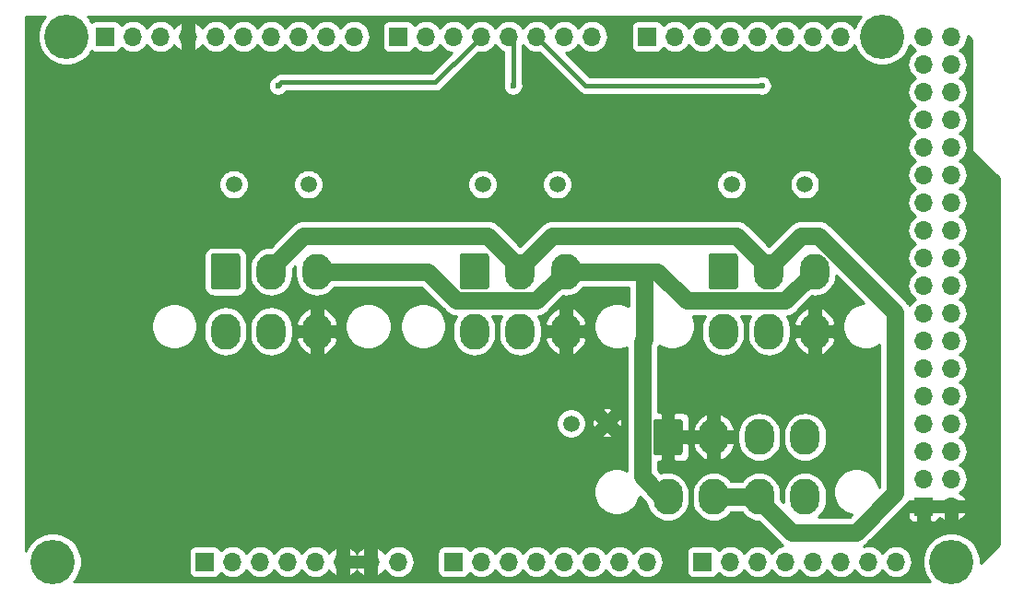
<source format=gbr>
G04 #@! TF.GenerationSoftware,KiCad,Pcbnew,(5.1.4)-1*
G04 #@! TF.CreationDate,2020-12-27T09:51:01-07:00*
G04 #@! TF.ProjectId,ABSIS_Bus_Master,41425349-535f-4427-9573-5f4d61737465,2*
G04 #@! TF.SameCoordinates,Original*
G04 #@! TF.FileFunction,Copper,L2,Bot*
G04 #@! TF.FilePolarity,Positive*
%FSLAX46Y46*%
G04 Gerber Fmt 4.6, Leading zero omitted, Abs format (unit mm)*
G04 Created by KiCad (PCBNEW (5.1.4)-1) date 2020-12-27 09:51:01*
%MOMM*%
%LPD*%
G04 APERTURE LIST*
%ADD10C,1.500000*%
%ADD11C,4.064000*%
%ADD12R,1.700000X1.700000*%
%ADD13O,1.700000X1.700000*%
%ADD14C,0.100000*%
%ADD15C,2.700000*%
%ADD16O,2.700000X3.300000*%
%ADD17C,0.600000*%
%ADD18C,1.625600*%
%ADD19C,0.457200*%
%ADD20C,0.254000*%
G04 APERTURE END LIST*
D10*
X186436000Y-84455000D03*
X163703000Y-84455000D03*
X156845000Y-84455000D03*
X140843000Y-84455000D03*
X133985000Y-84455000D03*
X179705000Y-84455000D03*
D11*
X117348000Y-119126000D03*
X199898000Y-119126000D03*
X118618000Y-70866000D03*
X193548000Y-70866000D03*
D10*
X164973000Y-106426000D03*
X171958000Y-89281000D03*
X169418000Y-92456000D03*
X168275000Y-106362500D03*
D12*
X197358000Y-114046000D03*
D13*
X199898000Y-114046000D03*
X197358000Y-111506000D03*
X199898000Y-111506000D03*
X197358000Y-108966000D03*
X199898000Y-108966000D03*
X197358000Y-106426000D03*
X199898000Y-106426000D03*
X197358000Y-103886000D03*
X199898000Y-103886000D03*
X197358000Y-101346000D03*
X199898000Y-101346000D03*
X197358000Y-98806000D03*
X199898000Y-98806000D03*
X197358000Y-96266000D03*
X199898000Y-96266000D03*
X197358000Y-93726000D03*
X199898000Y-93726000D03*
X197358000Y-91186000D03*
X199898000Y-91186000D03*
X197358000Y-88646000D03*
X199898000Y-88646000D03*
X197358000Y-86106000D03*
X199898000Y-86106000D03*
X197358000Y-83566000D03*
X199898000Y-83566000D03*
X197358000Y-81026000D03*
X199898000Y-81026000D03*
X197358000Y-78486000D03*
X199898000Y-78486000D03*
X197358000Y-75946000D03*
X199898000Y-75946000D03*
X197358000Y-73406000D03*
X199898000Y-73406000D03*
X197358000Y-70866000D03*
X199898000Y-70866000D03*
D12*
X131318000Y-119126000D03*
D13*
X133858000Y-119126000D03*
X136398000Y-119126000D03*
X138938000Y-119126000D03*
X141478000Y-119126000D03*
X144018000Y-119126000D03*
X146558000Y-119126000D03*
X149098000Y-119126000D03*
D12*
X177038000Y-119126000D03*
D13*
X179578000Y-119126000D03*
X182118000Y-119126000D03*
X184658000Y-119126000D03*
X187198000Y-119126000D03*
X189738000Y-119126000D03*
X192278000Y-119126000D03*
X194818000Y-119126000D03*
D12*
X122174000Y-70866000D03*
D13*
X124714000Y-70866000D03*
X127254000Y-70866000D03*
X129794000Y-70866000D03*
X132334000Y-70866000D03*
X134874000Y-70866000D03*
X137414000Y-70866000D03*
X139954000Y-70866000D03*
X142494000Y-70866000D03*
X145034000Y-70866000D03*
X166878000Y-70866000D03*
X164338000Y-70866000D03*
X161798000Y-70866000D03*
X159258000Y-70866000D03*
X156718000Y-70866000D03*
X154178000Y-70866000D03*
X151638000Y-70866000D03*
D12*
X149098000Y-70866000D03*
D13*
X189738000Y-70866000D03*
X187198000Y-70866000D03*
X184658000Y-70866000D03*
X182118000Y-70866000D03*
X179578000Y-70866000D03*
X177038000Y-70866000D03*
X174498000Y-70866000D03*
D12*
X171958000Y-70866000D03*
X154174201Y-119126000D03*
D13*
X156714201Y-119126000D03*
X159254201Y-119126000D03*
X161794201Y-119126000D03*
X164334201Y-119126000D03*
X166874201Y-119126000D03*
X169414201Y-119126000D03*
X171954201Y-119126000D03*
D14*
G36*
X174987503Y-106017204D02*
G01*
X175011772Y-106020804D01*
X175035570Y-106026765D01*
X175058670Y-106035030D01*
X175080849Y-106045520D01*
X175101892Y-106058133D01*
X175121598Y-106072748D01*
X175139776Y-106089224D01*
X175156252Y-106107402D01*
X175170867Y-106127108D01*
X175183480Y-106148151D01*
X175193970Y-106170330D01*
X175202235Y-106193430D01*
X175208196Y-106217228D01*
X175211796Y-106241497D01*
X175213000Y-106266001D01*
X175213000Y-109065999D01*
X175211796Y-109090503D01*
X175208196Y-109114772D01*
X175202235Y-109138570D01*
X175193970Y-109161670D01*
X175183480Y-109183849D01*
X175170867Y-109204892D01*
X175156252Y-109224598D01*
X175139776Y-109242776D01*
X175121598Y-109259252D01*
X175101892Y-109273867D01*
X175080849Y-109286480D01*
X175058670Y-109296970D01*
X175035570Y-109305235D01*
X175011772Y-109311196D01*
X174987503Y-109314796D01*
X174962999Y-109316000D01*
X172763001Y-109316000D01*
X172738497Y-109314796D01*
X172714228Y-109311196D01*
X172690430Y-109305235D01*
X172667330Y-109296970D01*
X172645151Y-109286480D01*
X172624108Y-109273867D01*
X172604402Y-109259252D01*
X172586224Y-109242776D01*
X172569748Y-109224598D01*
X172555133Y-109204892D01*
X172542520Y-109183849D01*
X172532030Y-109161670D01*
X172523765Y-109138570D01*
X172517804Y-109114772D01*
X172514204Y-109090503D01*
X172513000Y-109065999D01*
X172513000Y-106266001D01*
X172514204Y-106241497D01*
X172517804Y-106217228D01*
X172523765Y-106193430D01*
X172532030Y-106170330D01*
X172542520Y-106148151D01*
X172555133Y-106127108D01*
X172569748Y-106107402D01*
X172586224Y-106089224D01*
X172604402Y-106072748D01*
X172624108Y-106058133D01*
X172645151Y-106045520D01*
X172667330Y-106035030D01*
X172690430Y-106026765D01*
X172714228Y-106020804D01*
X172738497Y-106017204D01*
X172763001Y-106016000D01*
X174962999Y-106016000D01*
X174987503Y-106017204D01*
X174987503Y-106017204D01*
G37*
D15*
X173863000Y-107666000D03*
D16*
X178063000Y-107666000D03*
X182263000Y-107666000D03*
X186463000Y-107666000D03*
X173863000Y-113166000D03*
X178063000Y-113166000D03*
X182263000Y-113166000D03*
X186463000Y-113166000D03*
X164483000Y-97956000D03*
X160283000Y-97956000D03*
X156083000Y-97956000D03*
X164483000Y-92456000D03*
X160283000Y-92456000D03*
D14*
G36*
X157207503Y-90807204D02*
G01*
X157231772Y-90810804D01*
X157255570Y-90816765D01*
X157278670Y-90825030D01*
X157300849Y-90835520D01*
X157321892Y-90848133D01*
X157341598Y-90862748D01*
X157359776Y-90879224D01*
X157376252Y-90897402D01*
X157390867Y-90917108D01*
X157403480Y-90938151D01*
X157413970Y-90960330D01*
X157422235Y-90983430D01*
X157428196Y-91007228D01*
X157431796Y-91031497D01*
X157433000Y-91056001D01*
X157433000Y-93855999D01*
X157431796Y-93880503D01*
X157428196Y-93904772D01*
X157422235Y-93928570D01*
X157413970Y-93951670D01*
X157403480Y-93973849D01*
X157390867Y-93994892D01*
X157376252Y-94014598D01*
X157359776Y-94032776D01*
X157341598Y-94049252D01*
X157321892Y-94063867D01*
X157300849Y-94076480D01*
X157278670Y-94086970D01*
X157255570Y-94095235D01*
X157231772Y-94101196D01*
X157207503Y-94104796D01*
X157182999Y-94106000D01*
X154983001Y-94106000D01*
X154958497Y-94104796D01*
X154934228Y-94101196D01*
X154910430Y-94095235D01*
X154887330Y-94086970D01*
X154865151Y-94076480D01*
X154844108Y-94063867D01*
X154824402Y-94049252D01*
X154806224Y-94032776D01*
X154789748Y-94014598D01*
X154775133Y-93994892D01*
X154762520Y-93973849D01*
X154752030Y-93951670D01*
X154743765Y-93928570D01*
X154737804Y-93904772D01*
X154734204Y-93880503D01*
X154733000Y-93855999D01*
X154733000Y-91056001D01*
X154734204Y-91031497D01*
X154737804Y-91007228D01*
X154743765Y-90983430D01*
X154752030Y-90960330D01*
X154762520Y-90938151D01*
X154775133Y-90917108D01*
X154789748Y-90897402D01*
X154806224Y-90879224D01*
X154824402Y-90862748D01*
X154844108Y-90848133D01*
X154865151Y-90835520D01*
X154887330Y-90825030D01*
X154910430Y-90816765D01*
X154934228Y-90810804D01*
X154958497Y-90807204D01*
X154983001Y-90806000D01*
X157182999Y-90806000D01*
X157207503Y-90807204D01*
X157207503Y-90807204D01*
G37*
D15*
X156083000Y-92456000D03*
D14*
G36*
X134347503Y-90807204D02*
G01*
X134371772Y-90810804D01*
X134395570Y-90816765D01*
X134418670Y-90825030D01*
X134440849Y-90835520D01*
X134461892Y-90848133D01*
X134481598Y-90862748D01*
X134499776Y-90879224D01*
X134516252Y-90897402D01*
X134530867Y-90917108D01*
X134543480Y-90938151D01*
X134553970Y-90960330D01*
X134562235Y-90983430D01*
X134568196Y-91007228D01*
X134571796Y-91031497D01*
X134573000Y-91056001D01*
X134573000Y-93855999D01*
X134571796Y-93880503D01*
X134568196Y-93904772D01*
X134562235Y-93928570D01*
X134553970Y-93951670D01*
X134543480Y-93973849D01*
X134530867Y-93994892D01*
X134516252Y-94014598D01*
X134499776Y-94032776D01*
X134481598Y-94049252D01*
X134461892Y-94063867D01*
X134440849Y-94076480D01*
X134418670Y-94086970D01*
X134395570Y-94095235D01*
X134371772Y-94101196D01*
X134347503Y-94104796D01*
X134322999Y-94106000D01*
X132123001Y-94106000D01*
X132098497Y-94104796D01*
X132074228Y-94101196D01*
X132050430Y-94095235D01*
X132027330Y-94086970D01*
X132005151Y-94076480D01*
X131984108Y-94063867D01*
X131964402Y-94049252D01*
X131946224Y-94032776D01*
X131929748Y-94014598D01*
X131915133Y-93994892D01*
X131902520Y-93973849D01*
X131892030Y-93951670D01*
X131883765Y-93928570D01*
X131877804Y-93904772D01*
X131874204Y-93880503D01*
X131873000Y-93855999D01*
X131873000Y-91056001D01*
X131874204Y-91031497D01*
X131877804Y-91007228D01*
X131883765Y-90983430D01*
X131892030Y-90960330D01*
X131902520Y-90938151D01*
X131915133Y-90917108D01*
X131929748Y-90897402D01*
X131946224Y-90879224D01*
X131964402Y-90862748D01*
X131984108Y-90848133D01*
X132005151Y-90835520D01*
X132027330Y-90825030D01*
X132050430Y-90816765D01*
X132074228Y-90810804D01*
X132098497Y-90807204D01*
X132123001Y-90806000D01*
X134322999Y-90806000D01*
X134347503Y-90807204D01*
X134347503Y-90807204D01*
G37*
D15*
X133223000Y-92456000D03*
D16*
X137423000Y-92456000D03*
X141623000Y-92456000D03*
X133223000Y-97956000D03*
X137423000Y-97956000D03*
X141623000Y-97956000D03*
D14*
G36*
X180067503Y-90807204D02*
G01*
X180091772Y-90810804D01*
X180115570Y-90816765D01*
X180138670Y-90825030D01*
X180160849Y-90835520D01*
X180181892Y-90848133D01*
X180201598Y-90862748D01*
X180219776Y-90879224D01*
X180236252Y-90897402D01*
X180250867Y-90917108D01*
X180263480Y-90938151D01*
X180273970Y-90960330D01*
X180282235Y-90983430D01*
X180288196Y-91007228D01*
X180291796Y-91031497D01*
X180293000Y-91056001D01*
X180293000Y-93855999D01*
X180291796Y-93880503D01*
X180288196Y-93904772D01*
X180282235Y-93928570D01*
X180273970Y-93951670D01*
X180263480Y-93973849D01*
X180250867Y-93994892D01*
X180236252Y-94014598D01*
X180219776Y-94032776D01*
X180201598Y-94049252D01*
X180181892Y-94063867D01*
X180160849Y-94076480D01*
X180138670Y-94086970D01*
X180115570Y-94095235D01*
X180091772Y-94101196D01*
X180067503Y-94104796D01*
X180042999Y-94106000D01*
X177843001Y-94106000D01*
X177818497Y-94104796D01*
X177794228Y-94101196D01*
X177770430Y-94095235D01*
X177747330Y-94086970D01*
X177725151Y-94076480D01*
X177704108Y-94063867D01*
X177684402Y-94049252D01*
X177666224Y-94032776D01*
X177649748Y-94014598D01*
X177635133Y-93994892D01*
X177622520Y-93973849D01*
X177612030Y-93951670D01*
X177603765Y-93928570D01*
X177597804Y-93904772D01*
X177594204Y-93880503D01*
X177593000Y-93855999D01*
X177593000Y-91056001D01*
X177594204Y-91031497D01*
X177597804Y-91007228D01*
X177603765Y-90983430D01*
X177612030Y-90960330D01*
X177622520Y-90938151D01*
X177635133Y-90917108D01*
X177649748Y-90897402D01*
X177666224Y-90879224D01*
X177684402Y-90862748D01*
X177704108Y-90848133D01*
X177725151Y-90835520D01*
X177747330Y-90825030D01*
X177770430Y-90816765D01*
X177794228Y-90810804D01*
X177818497Y-90807204D01*
X177843001Y-90806000D01*
X180042999Y-90806000D01*
X180067503Y-90807204D01*
X180067503Y-90807204D01*
G37*
D15*
X178943000Y-92456000D03*
D16*
X183143000Y-92456000D03*
X187343000Y-92456000D03*
X178943000Y-97956000D03*
X183143000Y-97956000D03*
X187343000Y-97956000D03*
D17*
X141859000Y-78930500D03*
X164719000Y-79057500D03*
X187706000Y-78676500D03*
X138049000Y-75374500D03*
X159639000Y-75374500D03*
X182499000Y-75374500D03*
D18*
X157307400Y-89180400D02*
X160283000Y-92156000D01*
X140398600Y-89180400D02*
X157307400Y-89180400D01*
X137423000Y-92156000D02*
X140398600Y-89180400D01*
X137423000Y-92456000D02*
X137423000Y-92156000D01*
X180167400Y-89180400D02*
X183143000Y-92156000D01*
X163258600Y-89180400D02*
X180167400Y-89180400D01*
X160283000Y-92156000D02*
X163258600Y-89180400D01*
X160283000Y-92456000D02*
X160283000Y-92156000D01*
X183143000Y-92156000D02*
X183143000Y-92456000D01*
X182263000Y-113466000D02*
X182263000Y-113166000D01*
X185238600Y-116441600D02*
X182263000Y-113466000D01*
X183143000Y-92156000D02*
X186118600Y-89180400D01*
X194752001Y-96223484D02*
X194752001Y-112835945D01*
X186118600Y-89180400D02*
X187708917Y-89180400D01*
X194752001Y-112835945D02*
X191146346Y-116441600D01*
X187708917Y-89180400D02*
X194752001Y-96223484D01*
X191146346Y-116441600D02*
X185238600Y-116441600D01*
X178063000Y-113166000D02*
X182263000Y-113166000D01*
X161820190Y-95118810D02*
X164483000Y-92456000D01*
X154459928Y-95118810D02*
X161820190Y-95118810D01*
X151797118Y-92456000D02*
X154459928Y-95118810D01*
X141623000Y-92456000D02*
X151797118Y-92456000D01*
X184680190Y-95118810D02*
X187343000Y-92456000D01*
X175584756Y-95118810D02*
X184680190Y-95118810D01*
X172921946Y-92456000D02*
X175584756Y-95118810D01*
X171259500Y-92456000D02*
X172921946Y-92456000D01*
X164483000Y-92456000D02*
X171259500Y-92456000D01*
X173341946Y-113166000D02*
X173863000Y-113166000D01*
X171500190Y-111324244D02*
X173341946Y-113166000D01*
X171500190Y-98897756D02*
X171500190Y-111324244D01*
X171695801Y-98702145D02*
X171500190Y-98897756D01*
X171695801Y-92892301D02*
X171695801Y-98702145D01*
X171259500Y-92456000D02*
X171695801Y-92892301D01*
D19*
X155868001Y-71715999D02*
X156718000Y-70866000D01*
X152509499Y-75074501D02*
X155868001Y-71715999D01*
X138348999Y-75074501D02*
X152509499Y-75074501D01*
X138049000Y-75374500D02*
X138348999Y-75074501D01*
X159639000Y-71247000D02*
X159258000Y-70866000D01*
X159639000Y-75374500D02*
X159639000Y-71247000D01*
X166306500Y-75374500D02*
X161798000Y-70866000D01*
X182499000Y-75374500D02*
X166306500Y-75374500D01*
D20*
G36*
X116546406Y-69165887D02*
G01*
X116254536Y-69602702D01*
X116053492Y-70088065D01*
X115951000Y-70603323D01*
X115951000Y-71128677D01*
X116053492Y-71643935D01*
X116254536Y-72129298D01*
X116546406Y-72566113D01*
X116917887Y-72937594D01*
X117354702Y-73229464D01*
X117840065Y-73430508D01*
X118355323Y-73533000D01*
X118880677Y-73533000D01*
X119395935Y-73430508D01*
X119881298Y-73229464D01*
X120318113Y-72937594D01*
X120689594Y-72566113D01*
X120926636Y-72211354D01*
X120969506Y-72246537D01*
X121079820Y-72305502D01*
X121199518Y-72341812D01*
X121324000Y-72354072D01*
X123024000Y-72354072D01*
X123148482Y-72341812D01*
X123268180Y-72305502D01*
X123378494Y-72246537D01*
X123475185Y-72167185D01*
X123554537Y-72070494D01*
X123613502Y-71960180D01*
X123634393Y-71891313D01*
X123658866Y-71921134D01*
X123884986Y-72106706D01*
X124142966Y-72244599D01*
X124422889Y-72329513D01*
X124641050Y-72351000D01*
X124786950Y-72351000D01*
X125005111Y-72329513D01*
X125285034Y-72244599D01*
X125543014Y-72106706D01*
X125769134Y-71921134D01*
X125954706Y-71695014D01*
X125984000Y-71640209D01*
X126013294Y-71695014D01*
X126198866Y-71921134D01*
X126424986Y-72106706D01*
X126682966Y-72244599D01*
X126962889Y-72329513D01*
X127181050Y-72351000D01*
X127326950Y-72351000D01*
X127545111Y-72329513D01*
X127825034Y-72244599D01*
X128083014Y-72106706D01*
X128309134Y-71921134D01*
X128494706Y-71695014D01*
X128528496Y-71631798D01*
X128643361Y-71804781D01*
X128848617Y-72011221D01*
X129090204Y-72173651D01*
X129097739Y-72177658D01*
X129311500Y-72101367D01*
X129311500Y-71348500D01*
X129291500Y-71348500D01*
X129291500Y-70383500D01*
X129311500Y-70383500D01*
X129311500Y-69630633D01*
X130276500Y-69630633D01*
X130276500Y-70383500D01*
X130296500Y-70383500D01*
X130296500Y-71348500D01*
X130276500Y-71348500D01*
X130276500Y-72101367D01*
X130490261Y-72177658D01*
X130497796Y-72173651D01*
X130739383Y-72011221D01*
X130944639Y-71804781D01*
X131059504Y-71631798D01*
X131093294Y-71695014D01*
X131278866Y-71921134D01*
X131504986Y-72106706D01*
X131762966Y-72244599D01*
X132042889Y-72329513D01*
X132261050Y-72351000D01*
X132406950Y-72351000D01*
X132625111Y-72329513D01*
X132905034Y-72244599D01*
X133163014Y-72106706D01*
X133389134Y-71921134D01*
X133574706Y-71695014D01*
X133604000Y-71640209D01*
X133633294Y-71695014D01*
X133818866Y-71921134D01*
X134044986Y-72106706D01*
X134302966Y-72244599D01*
X134582889Y-72329513D01*
X134801050Y-72351000D01*
X134946950Y-72351000D01*
X135165111Y-72329513D01*
X135445034Y-72244599D01*
X135703014Y-72106706D01*
X135929134Y-71921134D01*
X136114706Y-71695014D01*
X136144000Y-71640209D01*
X136173294Y-71695014D01*
X136358866Y-71921134D01*
X136584986Y-72106706D01*
X136842966Y-72244599D01*
X137122889Y-72329513D01*
X137341050Y-72351000D01*
X137486950Y-72351000D01*
X137705111Y-72329513D01*
X137985034Y-72244599D01*
X138243014Y-72106706D01*
X138469134Y-71921134D01*
X138654706Y-71695014D01*
X138684000Y-71640209D01*
X138713294Y-71695014D01*
X138898866Y-71921134D01*
X139124986Y-72106706D01*
X139382966Y-72244599D01*
X139662889Y-72329513D01*
X139881050Y-72351000D01*
X140026950Y-72351000D01*
X140245111Y-72329513D01*
X140525034Y-72244599D01*
X140783014Y-72106706D01*
X141009134Y-71921134D01*
X141194706Y-71695014D01*
X141224000Y-71640209D01*
X141253294Y-71695014D01*
X141438866Y-71921134D01*
X141664986Y-72106706D01*
X141922966Y-72244599D01*
X142202889Y-72329513D01*
X142421050Y-72351000D01*
X142566950Y-72351000D01*
X142785111Y-72329513D01*
X143065034Y-72244599D01*
X143323014Y-72106706D01*
X143549134Y-71921134D01*
X143734706Y-71695014D01*
X143764000Y-71640209D01*
X143793294Y-71695014D01*
X143978866Y-71921134D01*
X144204986Y-72106706D01*
X144462966Y-72244599D01*
X144742889Y-72329513D01*
X144961050Y-72351000D01*
X145106950Y-72351000D01*
X145325111Y-72329513D01*
X145605034Y-72244599D01*
X145863014Y-72106706D01*
X146089134Y-71921134D01*
X146274706Y-71695014D01*
X146412599Y-71437034D01*
X146497513Y-71157111D01*
X146526185Y-70866000D01*
X146497513Y-70574889D01*
X146412599Y-70294966D01*
X146274706Y-70036986D01*
X146089134Y-69810866D01*
X145863014Y-69625294D01*
X145605034Y-69487401D01*
X145325111Y-69402487D01*
X145106950Y-69381000D01*
X144961050Y-69381000D01*
X144742889Y-69402487D01*
X144462966Y-69487401D01*
X144204986Y-69625294D01*
X143978866Y-69810866D01*
X143793294Y-70036986D01*
X143764000Y-70091791D01*
X143734706Y-70036986D01*
X143549134Y-69810866D01*
X143323014Y-69625294D01*
X143065034Y-69487401D01*
X142785111Y-69402487D01*
X142566950Y-69381000D01*
X142421050Y-69381000D01*
X142202889Y-69402487D01*
X141922966Y-69487401D01*
X141664986Y-69625294D01*
X141438866Y-69810866D01*
X141253294Y-70036986D01*
X141224000Y-70091791D01*
X141194706Y-70036986D01*
X141009134Y-69810866D01*
X140783014Y-69625294D01*
X140525034Y-69487401D01*
X140245111Y-69402487D01*
X140026950Y-69381000D01*
X139881050Y-69381000D01*
X139662889Y-69402487D01*
X139382966Y-69487401D01*
X139124986Y-69625294D01*
X138898866Y-69810866D01*
X138713294Y-70036986D01*
X138684000Y-70091791D01*
X138654706Y-70036986D01*
X138469134Y-69810866D01*
X138243014Y-69625294D01*
X137985034Y-69487401D01*
X137705111Y-69402487D01*
X137486950Y-69381000D01*
X137341050Y-69381000D01*
X137122889Y-69402487D01*
X136842966Y-69487401D01*
X136584986Y-69625294D01*
X136358866Y-69810866D01*
X136173294Y-70036986D01*
X136144000Y-70091791D01*
X136114706Y-70036986D01*
X135929134Y-69810866D01*
X135703014Y-69625294D01*
X135445034Y-69487401D01*
X135165111Y-69402487D01*
X134946950Y-69381000D01*
X134801050Y-69381000D01*
X134582889Y-69402487D01*
X134302966Y-69487401D01*
X134044986Y-69625294D01*
X133818866Y-69810866D01*
X133633294Y-70036986D01*
X133604000Y-70091791D01*
X133574706Y-70036986D01*
X133389134Y-69810866D01*
X133163014Y-69625294D01*
X132905034Y-69487401D01*
X132625111Y-69402487D01*
X132406950Y-69381000D01*
X132261050Y-69381000D01*
X132042889Y-69402487D01*
X131762966Y-69487401D01*
X131504986Y-69625294D01*
X131278866Y-69810866D01*
X131093294Y-70036986D01*
X131059504Y-70100202D01*
X130944639Y-69927219D01*
X130739383Y-69720779D01*
X130497796Y-69558349D01*
X130490261Y-69554342D01*
X130276500Y-69630633D01*
X129311500Y-69630633D01*
X129097739Y-69554342D01*
X129090204Y-69558349D01*
X128848617Y-69720779D01*
X128643361Y-69927219D01*
X128528496Y-70100202D01*
X128494706Y-70036986D01*
X128309134Y-69810866D01*
X128083014Y-69625294D01*
X127825034Y-69487401D01*
X127545111Y-69402487D01*
X127326950Y-69381000D01*
X127181050Y-69381000D01*
X126962889Y-69402487D01*
X126682966Y-69487401D01*
X126424986Y-69625294D01*
X126198866Y-69810866D01*
X126013294Y-70036986D01*
X125984000Y-70091791D01*
X125954706Y-70036986D01*
X125769134Y-69810866D01*
X125543014Y-69625294D01*
X125285034Y-69487401D01*
X125005111Y-69402487D01*
X124786950Y-69381000D01*
X124641050Y-69381000D01*
X124422889Y-69402487D01*
X124142966Y-69487401D01*
X123884986Y-69625294D01*
X123658866Y-69810866D01*
X123634393Y-69840687D01*
X123613502Y-69771820D01*
X123554537Y-69661506D01*
X123475185Y-69564815D01*
X123378494Y-69485463D01*
X123268180Y-69426498D01*
X123148482Y-69390188D01*
X123024000Y-69377928D01*
X121324000Y-69377928D01*
X121199518Y-69390188D01*
X121079820Y-69426498D01*
X120969506Y-69485463D01*
X120926636Y-69520646D01*
X120689594Y-69165887D01*
X120559707Y-69036000D01*
X191606293Y-69036000D01*
X191476406Y-69165887D01*
X191184536Y-69602702D01*
X190993323Y-70064332D01*
X190978706Y-70036986D01*
X190793134Y-69810866D01*
X190567014Y-69625294D01*
X190309034Y-69487401D01*
X190029111Y-69402487D01*
X189810950Y-69381000D01*
X189665050Y-69381000D01*
X189446889Y-69402487D01*
X189166966Y-69487401D01*
X188908986Y-69625294D01*
X188682866Y-69810866D01*
X188497294Y-70036986D01*
X188468000Y-70091791D01*
X188438706Y-70036986D01*
X188253134Y-69810866D01*
X188027014Y-69625294D01*
X187769034Y-69487401D01*
X187489111Y-69402487D01*
X187270950Y-69381000D01*
X187125050Y-69381000D01*
X186906889Y-69402487D01*
X186626966Y-69487401D01*
X186368986Y-69625294D01*
X186142866Y-69810866D01*
X185957294Y-70036986D01*
X185928000Y-70091791D01*
X185898706Y-70036986D01*
X185713134Y-69810866D01*
X185487014Y-69625294D01*
X185229034Y-69487401D01*
X184949111Y-69402487D01*
X184730950Y-69381000D01*
X184585050Y-69381000D01*
X184366889Y-69402487D01*
X184086966Y-69487401D01*
X183828986Y-69625294D01*
X183602866Y-69810866D01*
X183417294Y-70036986D01*
X183388000Y-70091791D01*
X183358706Y-70036986D01*
X183173134Y-69810866D01*
X182947014Y-69625294D01*
X182689034Y-69487401D01*
X182409111Y-69402487D01*
X182190950Y-69381000D01*
X182045050Y-69381000D01*
X181826889Y-69402487D01*
X181546966Y-69487401D01*
X181288986Y-69625294D01*
X181062866Y-69810866D01*
X180877294Y-70036986D01*
X180848000Y-70091791D01*
X180818706Y-70036986D01*
X180633134Y-69810866D01*
X180407014Y-69625294D01*
X180149034Y-69487401D01*
X179869111Y-69402487D01*
X179650950Y-69381000D01*
X179505050Y-69381000D01*
X179286889Y-69402487D01*
X179006966Y-69487401D01*
X178748986Y-69625294D01*
X178522866Y-69810866D01*
X178337294Y-70036986D01*
X178308000Y-70091791D01*
X178278706Y-70036986D01*
X178093134Y-69810866D01*
X177867014Y-69625294D01*
X177609034Y-69487401D01*
X177329111Y-69402487D01*
X177110950Y-69381000D01*
X176965050Y-69381000D01*
X176746889Y-69402487D01*
X176466966Y-69487401D01*
X176208986Y-69625294D01*
X175982866Y-69810866D01*
X175797294Y-70036986D01*
X175768000Y-70091791D01*
X175738706Y-70036986D01*
X175553134Y-69810866D01*
X175327014Y-69625294D01*
X175069034Y-69487401D01*
X174789111Y-69402487D01*
X174570950Y-69381000D01*
X174425050Y-69381000D01*
X174206889Y-69402487D01*
X173926966Y-69487401D01*
X173668986Y-69625294D01*
X173442866Y-69810866D01*
X173418393Y-69840687D01*
X173397502Y-69771820D01*
X173338537Y-69661506D01*
X173259185Y-69564815D01*
X173162494Y-69485463D01*
X173052180Y-69426498D01*
X172932482Y-69390188D01*
X172808000Y-69377928D01*
X171108000Y-69377928D01*
X170983518Y-69390188D01*
X170863820Y-69426498D01*
X170753506Y-69485463D01*
X170656815Y-69564815D01*
X170577463Y-69661506D01*
X170518498Y-69771820D01*
X170482188Y-69891518D01*
X170469928Y-70016000D01*
X170469928Y-71716000D01*
X170482188Y-71840482D01*
X170518498Y-71960180D01*
X170577463Y-72070494D01*
X170656815Y-72167185D01*
X170753506Y-72246537D01*
X170863820Y-72305502D01*
X170983518Y-72341812D01*
X171108000Y-72354072D01*
X172808000Y-72354072D01*
X172932482Y-72341812D01*
X173052180Y-72305502D01*
X173162494Y-72246537D01*
X173259185Y-72167185D01*
X173338537Y-72070494D01*
X173397502Y-71960180D01*
X173418393Y-71891313D01*
X173442866Y-71921134D01*
X173668986Y-72106706D01*
X173926966Y-72244599D01*
X174206889Y-72329513D01*
X174425050Y-72351000D01*
X174570950Y-72351000D01*
X174789111Y-72329513D01*
X175069034Y-72244599D01*
X175327014Y-72106706D01*
X175553134Y-71921134D01*
X175738706Y-71695014D01*
X175768000Y-71640209D01*
X175797294Y-71695014D01*
X175982866Y-71921134D01*
X176208986Y-72106706D01*
X176466966Y-72244599D01*
X176746889Y-72329513D01*
X176965050Y-72351000D01*
X177110950Y-72351000D01*
X177329111Y-72329513D01*
X177609034Y-72244599D01*
X177867014Y-72106706D01*
X178093134Y-71921134D01*
X178278706Y-71695014D01*
X178308000Y-71640209D01*
X178337294Y-71695014D01*
X178522866Y-71921134D01*
X178748986Y-72106706D01*
X179006966Y-72244599D01*
X179286889Y-72329513D01*
X179505050Y-72351000D01*
X179650950Y-72351000D01*
X179869111Y-72329513D01*
X180149034Y-72244599D01*
X180407014Y-72106706D01*
X180633134Y-71921134D01*
X180818706Y-71695014D01*
X180848000Y-71640209D01*
X180877294Y-71695014D01*
X181062866Y-71921134D01*
X181288986Y-72106706D01*
X181546966Y-72244599D01*
X181826889Y-72329513D01*
X182045050Y-72351000D01*
X182190950Y-72351000D01*
X182409111Y-72329513D01*
X182689034Y-72244599D01*
X182947014Y-72106706D01*
X183173134Y-71921134D01*
X183358706Y-71695014D01*
X183388000Y-71640209D01*
X183417294Y-71695014D01*
X183602866Y-71921134D01*
X183828986Y-72106706D01*
X184086966Y-72244599D01*
X184366889Y-72329513D01*
X184585050Y-72351000D01*
X184730950Y-72351000D01*
X184949111Y-72329513D01*
X185229034Y-72244599D01*
X185487014Y-72106706D01*
X185713134Y-71921134D01*
X185898706Y-71695014D01*
X185928000Y-71640209D01*
X185957294Y-71695014D01*
X186142866Y-71921134D01*
X186368986Y-72106706D01*
X186626966Y-72244599D01*
X186906889Y-72329513D01*
X187125050Y-72351000D01*
X187270950Y-72351000D01*
X187489111Y-72329513D01*
X187769034Y-72244599D01*
X188027014Y-72106706D01*
X188253134Y-71921134D01*
X188438706Y-71695014D01*
X188468000Y-71640209D01*
X188497294Y-71695014D01*
X188682866Y-71921134D01*
X188908986Y-72106706D01*
X189166966Y-72244599D01*
X189446889Y-72329513D01*
X189665050Y-72351000D01*
X189810950Y-72351000D01*
X190029111Y-72329513D01*
X190309034Y-72244599D01*
X190567014Y-72106706D01*
X190793134Y-71921134D01*
X190978706Y-71695014D01*
X190993323Y-71667668D01*
X191184536Y-72129298D01*
X191476406Y-72566113D01*
X191847887Y-72937594D01*
X192284702Y-73229464D01*
X192770065Y-73430508D01*
X193285323Y-73533000D01*
X193810677Y-73533000D01*
X194325935Y-73430508D01*
X194811298Y-73229464D01*
X195248113Y-72937594D01*
X195619594Y-72566113D01*
X195911464Y-72129298D01*
X196102677Y-71667668D01*
X196117294Y-71695014D01*
X196302866Y-71921134D01*
X196528986Y-72106706D01*
X196583791Y-72136000D01*
X196528986Y-72165294D01*
X196302866Y-72350866D01*
X196117294Y-72576986D01*
X195979401Y-72834966D01*
X195894487Y-73114889D01*
X195865815Y-73406000D01*
X195894487Y-73697111D01*
X195979401Y-73977034D01*
X196117294Y-74235014D01*
X196302866Y-74461134D01*
X196528986Y-74646706D01*
X196583791Y-74676000D01*
X196528986Y-74705294D01*
X196302866Y-74890866D01*
X196117294Y-75116986D01*
X195979401Y-75374966D01*
X195894487Y-75654889D01*
X195865815Y-75946000D01*
X195894487Y-76237111D01*
X195979401Y-76517034D01*
X196117294Y-76775014D01*
X196302866Y-77001134D01*
X196528986Y-77186706D01*
X196583791Y-77216000D01*
X196528986Y-77245294D01*
X196302866Y-77430866D01*
X196117294Y-77656986D01*
X195979401Y-77914966D01*
X195894487Y-78194889D01*
X195865815Y-78486000D01*
X195894487Y-78777111D01*
X195979401Y-79057034D01*
X196117294Y-79315014D01*
X196302866Y-79541134D01*
X196528986Y-79726706D01*
X196583791Y-79756000D01*
X196528986Y-79785294D01*
X196302866Y-79970866D01*
X196117294Y-80196986D01*
X195979401Y-80454966D01*
X195894487Y-80734889D01*
X195865815Y-81026000D01*
X195894487Y-81317111D01*
X195979401Y-81597034D01*
X196117294Y-81855014D01*
X196302866Y-82081134D01*
X196528986Y-82266706D01*
X196583791Y-82296000D01*
X196528986Y-82325294D01*
X196302866Y-82510866D01*
X196117294Y-82736986D01*
X195979401Y-82994966D01*
X195894487Y-83274889D01*
X195865815Y-83566000D01*
X195894487Y-83857111D01*
X195979401Y-84137034D01*
X196117294Y-84395014D01*
X196302866Y-84621134D01*
X196528986Y-84806706D01*
X196583791Y-84836000D01*
X196528986Y-84865294D01*
X196302866Y-85050866D01*
X196117294Y-85276986D01*
X195979401Y-85534966D01*
X195894487Y-85814889D01*
X195865815Y-86106000D01*
X195894487Y-86397111D01*
X195979401Y-86677034D01*
X196117294Y-86935014D01*
X196302866Y-87161134D01*
X196528986Y-87346706D01*
X196583791Y-87376000D01*
X196528986Y-87405294D01*
X196302866Y-87590866D01*
X196117294Y-87816986D01*
X195979401Y-88074966D01*
X195894487Y-88354889D01*
X195865815Y-88646000D01*
X195894487Y-88937111D01*
X195979401Y-89217034D01*
X196117294Y-89475014D01*
X196302866Y-89701134D01*
X196528986Y-89886706D01*
X196583791Y-89916000D01*
X196528986Y-89945294D01*
X196302866Y-90130866D01*
X196117294Y-90356986D01*
X195979401Y-90614966D01*
X195894487Y-90894889D01*
X195865815Y-91186000D01*
X195894487Y-91477111D01*
X195979401Y-91757034D01*
X196117294Y-92015014D01*
X196302866Y-92241134D01*
X196528986Y-92426706D01*
X196583791Y-92456000D01*
X196528986Y-92485294D01*
X196302866Y-92670866D01*
X196117294Y-92896986D01*
X195979401Y-93154966D01*
X195894487Y-93434889D01*
X195865815Y-93726000D01*
X195894487Y-94017111D01*
X195979401Y-94297034D01*
X196117294Y-94555014D01*
X196302866Y-94781134D01*
X196528986Y-94966706D01*
X196583791Y-94996000D01*
X196528986Y-95025294D01*
X196302866Y-95210866D01*
X196117294Y-95436986D01*
X196045273Y-95571728D01*
X195976491Y-95443047D01*
X195961627Y-95415238D01*
X195917115Y-95361000D01*
X195826041Y-95250025D01*
X195826031Y-95250015D01*
X195780702Y-95194782D01*
X195725471Y-95149455D01*
X188782955Y-88206940D01*
X188737619Y-88151698D01*
X188517163Y-87970774D01*
X188265647Y-87836335D01*
X187992735Y-87753549D01*
X187780039Y-87732600D01*
X187780029Y-87732600D01*
X187708917Y-87725596D01*
X187637805Y-87732600D01*
X186189714Y-87732600D01*
X186118600Y-87725596D01*
X186047485Y-87732600D01*
X186047478Y-87732600D01*
X185860305Y-87751035D01*
X185834781Y-87753549D01*
X185625656Y-87816986D01*
X185561870Y-87836335D01*
X185310354Y-87970774D01*
X185310352Y-87970775D01*
X185310353Y-87970775D01*
X185145141Y-88106360D01*
X185145135Y-88106366D01*
X185089898Y-88151698D01*
X185044566Y-88206935D01*
X183143000Y-90108501D01*
X181241438Y-88206940D01*
X181196102Y-88151698D01*
X180975646Y-87970774D01*
X180724130Y-87836335D01*
X180451218Y-87753549D01*
X180238522Y-87732600D01*
X180238512Y-87732600D01*
X180167400Y-87725596D01*
X180096288Y-87732600D01*
X163329714Y-87732600D01*
X163258600Y-87725596D01*
X163187485Y-87732600D01*
X163187478Y-87732600D01*
X163000305Y-87751035D01*
X162974781Y-87753549D01*
X162765656Y-87816986D01*
X162701870Y-87836335D01*
X162450354Y-87970774D01*
X162450352Y-87970775D01*
X162450353Y-87970775D01*
X162285141Y-88106360D01*
X162285135Y-88106366D01*
X162229898Y-88151698D01*
X162184566Y-88206935D01*
X160283000Y-90108501D01*
X158381438Y-88206940D01*
X158336102Y-88151698D01*
X158115646Y-87970774D01*
X157864130Y-87836335D01*
X157591218Y-87753549D01*
X157378522Y-87732600D01*
X157378512Y-87732600D01*
X157307400Y-87725596D01*
X157236288Y-87732600D01*
X140469714Y-87732600D01*
X140398600Y-87725596D01*
X140327485Y-87732600D01*
X140327478Y-87732600D01*
X140140305Y-87751035D01*
X140114781Y-87753549D01*
X139905656Y-87816986D01*
X139841870Y-87836335D01*
X139590354Y-87970774D01*
X139590352Y-87970775D01*
X139590353Y-87970775D01*
X139425141Y-88106360D01*
X139425135Y-88106366D01*
X139369898Y-88151698D01*
X139324566Y-88206935D01*
X137364327Y-90167175D01*
X137033872Y-90199722D01*
X136659698Y-90313226D01*
X136314857Y-90497547D01*
X136012602Y-90745602D01*
X135764547Y-91047857D01*
X135580226Y-91392699D01*
X135466722Y-91766873D01*
X135438000Y-92058491D01*
X135438000Y-92853510D01*
X135466722Y-93145128D01*
X135580226Y-93519302D01*
X135764547Y-93864143D01*
X136012603Y-94166398D01*
X136314858Y-94414453D01*
X136659699Y-94598774D01*
X137033873Y-94712278D01*
X137423000Y-94750604D01*
X137812128Y-94712278D01*
X138186302Y-94598774D01*
X138531143Y-94414453D01*
X138833398Y-94166398D01*
X139081453Y-93864143D01*
X139265774Y-93519302D01*
X139379278Y-93145127D01*
X139408000Y-92853509D01*
X139408000Y-92218498D01*
X139645647Y-91980852D01*
X139638000Y-92058491D01*
X139638000Y-92853510D01*
X139666722Y-93145128D01*
X139780226Y-93519302D01*
X139964547Y-93864143D01*
X140212603Y-94166398D01*
X140514858Y-94414453D01*
X140859699Y-94598774D01*
X141233873Y-94712278D01*
X141623000Y-94750604D01*
X142012128Y-94712278D01*
X142386302Y-94598774D01*
X142731143Y-94414453D01*
X143033398Y-94166398D01*
X143248907Y-93903800D01*
X151197420Y-93903800D01*
X153385894Y-96092275D01*
X153431226Y-96147512D01*
X153486463Y-96192844D01*
X153486469Y-96192850D01*
X153629092Y-96309897D01*
X153651682Y-96328436D01*
X153903198Y-96462875D01*
X154176110Y-96545661D01*
X154388806Y-96566610D01*
X154388815Y-96566610D01*
X154413238Y-96569015D01*
X154240226Y-96892699D01*
X154126722Y-97266873D01*
X154098000Y-97558491D01*
X154098000Y-98353510D01*
X154126722Y-98645128D01*
X154240226Y-99019302D01*
X154424547Y-99364143D01*
X154672603Y-99666398D01*
X154974858Y-99914453D01*
X155319699Y-100098774D01*
X155693873Y-100212278D01*
X156083000Y-100250604D01*
X156472128Y-100212278D01*
X156846302Y-100098774D01*
X157191143Y-99914453D01*
X157493398Y-99666398D01*
X157741453Y-99364143D01*
X157925774Y-99019302D01*
X158039278Y-98645127D01*
X158068000Y-98353509D01*
X158068000Y-97558490D01*
X158039278Y-97266872D01*
X157925774Y-96892698D01*
X157751477Y-96566610D01*
X158614523Y-96566610D01*
X158440226Y-96892699D01*
X158326722Y-97266873D01*
X158298000Y-97558491D01*
X158298000Y-98353510D01*
X158326722Y-98645128D01*
X158440226Y-99019302D01*
X158624547Y-99364143D01*
X158872603Y-99666398D01*
X159174858Y-99914453D01*
X159519699Y-100098774D01*
X159893873Y-100212278D01*
X160283000Y-100250604D01*
X160672128Y-100212278D01*
X161046302Y-100098774D01*
X161391143Y-99914453D01*
X161693398Y-99666398D01*
X161941453Y-99364143D01*
X162125774Y-99019302D01*
X162209501Y-98743287D01*
X162573014Y-98743287D01*
X162704779Y-99106544D01*
X162904880Y-99437115D01*
X163165627Y-99722296D01*
X163477000Y-99951128D01*
X163705231Y-100082281D01*
X164000500Y-100017358D01*
X164000500Y-98438500D01*
X164965500Y-98438500D01*
X164965500Y-100017358D01*
X165260769Y-100082281D01*
X165489000Y-99951128D01*
X165800373Y-99722296D01*
X166061120Y-99437115D01*
X166261221Y-99106544D01*
X166392986Y-98743287D01*
X166286949Y-98438500D01*
X164965500Y-98438500D01*
X164000500Y-98438500D01*
X162679051Y-98438500D01*
X162573014Y-98743287D01*
X162209501Y-98743287D01*
X162239278Y-98645127D01*
X162268000Y-98353509D01*
X162268000Y-97558490D01*
X162239278Y-97266872D01*
X162209502Y-97168713D01*
X162573014Y-97168713D01*
X162679051Y-97473500D01*
X164000500Y-97473500D01*
X164000500Y-95894642D01*
X164965500Y-95894642D01*
X164965500Y-97473500D01*
X166286949Y-97473500D01*
X166392986Y-97168713D01*
X166261221Y-96805456D01*
X166061120Y-96474885D01*
X165800373Y-96189704D01*
X165489000Y-95960872D01*
X165260769Y-95829719D01*
X164965500Y-95894642D01*
X164000500Y-95894642D01*
X163705231Y-95829719D01*
X163477000Y-95960872D01*
X163165627Y-96189704D01*
X162904880Y-96474885D01*
X162704779Y-96805456D01*
X162573014Y-97168713D01*
X162209502Y-97168713D01*
X162125774Y-96892698D01*
X161948468Y-96560981D01*
X162104008Y-96545661D01*
X162376920Y-96462875D01*
X162628436Y-96328436D01*
X162848892Y-96147512D01*
X162894228Y-96092270D01*
X164258050Y-94728448D01*
X164483000Y-94750604D01*
X164872128Y-94712278D01*
X165246302Y-94598774D01*
X165591143Y-94414453D01*
X165893398Y-94166398D01*
X166108907Y-93903800D01*
X170248001Y-93903800D01*
X170248001Y-95639869D01*
X170194302Y-95603988D01*
X169805756Y-95443047D01*
X169393279Y-95361000D01*
X168972721Y-95361000D01*
X168560244Y-95443047D01*
X168171698Y-95603988D01*
X167822017Y-95837637D01*
X167524637Y-96135017D01*
X167290988Y-96484698D01*
X167130047Y-96873244D01*
X167048000Y-97285721D01*
X167048000Y-97706279D01*
X167130047Y-98118756D01*
X167290988Y-98507302D01*
X167524637Y-98856983D01*
X167822017Y-99154363D01*
X168171698Y-99388012D01*
X168560244Y-99548953D01*
X168972721Y-99631000D01*
X169393279Y-99631000D01*
X169805756Y-99548953D01*
X170052390Y-99446794D01*
X170052391Y-110763491D01*
X169785756Y-110653047D01*
X169373279Y-110571000D01*
X168952721Y-110571000D01*
X168540244Y-110653047D01*
X168151698Y-110813988D01*
X167802017Y-111047637D01*
X167504637Y-111345017D01*
X167270988Y-111694698D01*
X167110047Y-112083244D01*
X167028000Y-112495721D01*
X167028000Y-112916279D01*
X167110047Y-113328756D01*
X167270988Y-113717302D01*
X167504637Y-114066983D01*
X167802017Y-114364363D01*
X168151698Y-114598012D01*
X168540244Y-114758953D01*
X168952721Y-114841000D01*
X169373279Y-114841000D01*
X169785756Y-114758953D01*
X170174302Y-114598012D01*
X170523983Y-114364363D01*
X170821363Y-114066983D01*
X171055012Y-113717302D01*
X171215953Y-113328756D01*
X171255979Y-113127531D01*
X171898326Y-113769878D01*
X171906722Y-113855128D01*
X172020226Y-114229302D01*
X172204547Y-114574143D01*
X172452603Y-114876398D01*
X172754858Y-115124453D01*
X173099699Y-115308774D01*
X173473873Y-115422278D01*
X173863000Y-115460604D01*
X174252128Y-115422278D01*
X174626302Y-115308774D01*
X174971143Y-115124453D01*
X175273398Y-114876398D01*
X175521453Y-114574143D01*
X175705774Y-114229302D01*
X175819278Y-113855127D01*
X175848000Y-113563509D01*
X175848000Y-112768490D01*
X175819278Y-112476872D01*
X175705774Y-112102698D01*
X175521453Y-111757857D01*
X175273398Y-111455602D01*
X174971143Y-111207547D01*
X174626301Y-111023226D01*
X174252127Y-110909722D01*
X173863000Y-110871396D01*
X173473872Y-110909722D01*
X173212463Y-110989019D01*
X172947990Y-110724546D01*
X172947990Y-109952187D01*
X173221750Y-109951000D01*
X173380500Y-109792250D01*
X173380500Y-108148500D01*
X174345500Y-108148500D01*
X174345500Y-109792250D01*
X174504250Y-109951000D01*
X175213000Y-109954072D01*
X175337482Y-109941812D01*
X175457180Y-109905502D01*
X175567494Y-109846537D01*
X175664185Y-109767185D01*
X175743537Y-109670494D01*
X175802502Y-109560180D01*
X175838812Y-109440482D01*
X175851072Y-109316000D01*
X175848445Y-108453287D01*
X176153014Y-108453287D01*
X176284779Y-108816544D01*
X176484880Y-109147115D01*
X176745627Y-109432296D01*
X177057000Y-109661128D01*
X177285231Y-109792281D01*
X177580500Y-109727358D01*
X177580500Y-108148500D01*
X178545500Y-108148500D01*
X178545500Y-109727358D01*
X178840769Y-109792281D01*
X179069000Y-109661128D01*
X179380373Y-109432296D01*
X179641120Y-109147115D01*
X179841221Y-108816544D01*
X179972986Y-108453287D01*
X179866949Y-108148500D01*
X178545500Y-108148500D01*
X177580500Y-108148500D01*
X176259051Y-108148500D01*
X176153014Y-108453287D01*
X175848445Y-108453287D01*
X175848000Y-108307250D01*
X175689250Y-108148500D01*
X174345500Y-108148500D01*
X173380500Y-108148500D01*
X173360500Y-108148500D01*
X173360500Y-107268491D01*
X180278000Y-107268491D01*
X180278000Y-108063510D01*
X180306722Y-108355128D01*
X180420226Y-108729302D01*
X180604547Y-109074143D01*
X180852603Y-109376398D01*
X181154858Y-109624453D01*
X181499699Y-109808774D01*
X181873873Y-109922278D01*
X182263000Y-109960604D01*
X182652128Y-109922278D01*
X183026302Y-109808774D01*
X183371143Y-109624453D01*
X183673398Y-109376398D01*
X183921453Y-109074143D01*
X184105774Y-108729302D01*
X184219278Y-108355127D01*
X184248000Y-108063509D01*
X184248000Y-107268491D01*
X184478000Y-107268491D01*
X184478000Y-108063510D01*
X184506722Y-108355128D01*
X184620226Y-108729302D01*
X184804547Y-109074143D01*
X185052603Y-109376398D01*
X185354858Y-109624453D01*
X185699699Y-109808774D01*
X186073873Y-109922278D01*
X186463000Y-109960604D01*
X186852128Y-109922278D01*
X187226302Y-109808774D01*
X187571143Y-109624453D01*
X187873398Y-109376398D01*
X188121453Y-109074143D01*
X188305774Y-108729302D01*
X188419278Y-108355127D01*
X188448000Y-108063509D01*
X188448000Y-107268490D01*
X188419278Y-106976872D01*
X188305774Y-106602698D01*
X188121453Y-106257857D01*
X187873398Y-105955602D01*
X187571143Y-105707547D01*
X187226301Y-105523226D01*
X186852127Y-105409722D01*
X186463000Y-105371396D01*
X186073872Y-105409722D01*
X185699698Y-105523226D01*
X185354857Y-105707547D01*
X185052602Y-105955602D01*
X184804547Y-106257857D01*
X184620226Y-106602699D01*
X184506722Y-106976873D01*
X184478000Y-107268491D01*
X184248000Y-107268491D01*
X184248000Y-107268490D01*
X184219278Y-106976872D01*
X184105774Y-106602698D01*
X183921453Y-106257857D01*
X183673398Y-105955602D01*
X183371143Y-105707547D01*
X183026301Y-105523226D01*
X182652127Y-105409722D01*
X182263000Y-105371396D01*
X181873872Y-105409722D01*
X181499698Y-105523226D01*
X181154857Y-105707547D01*
X180852602Y-105955602D01*
X180604547Y-106257857D01*
X180420226Y-106602699D01*
X180306722Y-106976873D01*
X180278000Y-107268491D01*
X173360500Y-107268491D01*
X173360500Y-107183500D01*
X173380500Y-107183500D01*
X173380500Y-105539750D01*
X174345500Y-105539750D01*
X174345500Y-107183500D01*
X175689250Y-107183500D01*
X175848000Y-107024750D01*
X175848444Y-106878713D01*
X176153014Y-106878713D01*
X176259051Y-107183500D01*
X177580500Y-107183500D01*
X177580500Y-105604642D01*
X178545500Y-105604642D01*
X178545500Y-107183500D01*
X179866949Y-107183500D01*
X179972986Y-106878713D01*
X179841221Y-106515456D01*
X179641120Y-106184885D01*
X179380373Y-105899704D01*
X179069000Y-105670872D01*
X178840769Y-105539719D01*
X178545500Y-105604642D01*
X177580500Y-105604642D01*
X177285231Y-105539719D01*
X177057000Y-105670872D01*
X176745627Y-105899704D01*
X176484880Y-106184885D01*
X176284779Y-106515456D01*
X176153014Y-106878713D01*
X175848444Y-106878713D01*
X175851072Y-106016000D01*
X175838812Y-105891518D01*
X175802502Y-105771820D01*
X175743537Y-105661506D01*
X175664185Y-105564815D01*
X175567494Y-105485463D01*
X175457180Y-105426498D01*
X175337482Y-105390188D01*
X175213000Y-105377928D01*
X174504250Y-105381000D01*
X174345500Y-105539750D01*
X173380500Y-105539750D01*
X173221750Y-105381000D01*
X172947990Y-105379813D01*
X172947990Y-99430762D01*
X173039488Y-99259582D01*
X173231698Y-99388012D01*
X173620244Y-99548953D01*
X174032721Y-99631000D01*
X174453279Y-99631000D01*
X174865756Y-99548953D01*
X175254302Y-99388012D01*
X175603983Y-99154363D01*
X175901363Y-98856983D01*
X176135012Y-98507302D01*
X176295953Y-98118756D01*
X176378000Y-97706279D01*
X176378000Y-97285721D01*
X176295953Y-96873244D01*
X176168941Y-96566610D01*
X177274523Y-96566610D01*
X177100226Y-96892699D01*
X176986722Y-97266873D01*
X176958000Y-97558491D01*
X176958000Y-98353510D01*
X176986722Y-98645128D01*
X177100226Y-99019302D01*
X177284547Y-99364143D01*
X177532603Y-99666398D01*
X177834858Y-99914453D01*
X178179699Y-100098774D01*
X178553873Y-100212278D01*
X178943000Y-100250604D01*
X179332128Y-100212278D01*
X179706302Y-100098774D01*
X180051143Y-99914453D01*
X180353398Y-99666398D01*
X180601453Y-99364143D01*
X180785774Y-99019302D01*
X180899278Y-98645127D01*
X180928000Y-98353509D01*
X180928000Y-97558490D01*
X180899278Y-97266872D01*
X180785774Y-96892698D01*
X180611477Y-96566610D01*
X181474523Y-96566610D01*
X181300226Y-96892699D01*
X181186722Y-97266873D01*
X181158000Y-97558491D01*
X181158000Y-98353510D01*
X181186722Y-98645128D01*
X181300226Y-99019302D01*
X181484547Y-99364143D01*
X181732603Y-99666398D01*
X182034858Y-99914453D01*
X182379699Y-100098774D01*
X182753873Y-100212278D01*
X183143000Y-100250604D01*
X183532128Y-100212278D01*
X183906302Y-100098774D01*
X184251143Y-99914453D01*
X184553398Y-99666398D01*
X184801453Y-99364143D01*
X184985774Y-99019302D01*
X185069501Y-98743287D01*
X185433014Y-98743287D01*
X185564779Y-99106544D01*
X185764880Y-99437115D01*
X186025627Y-99722296D01*
X186337000Y-99951128D01*
X186565231Y-100082281D01*
X186860500Y-100017358D01*
X186860500Y-98438500D01*
X187825500Y-98438500D01*
X187825500Y-100017358D01*
X188120769Y-100082281D01*
X188349000Y-99951128D01*
X188660373Y-99722296D01*
X188921120Y-99437115D01*
X189121221Y-99106544D01*
X189252986Y-98743287D01*
X189146949Y-98438500D01*
X187825500Y-98438500D01*
X186860500Y-98438500D01*
X185539051Y-98438500D01*
X185433014Y-98743287D01*
X185069501Y-98743287D01*
X185099278Y-98645127D01*
X185128000Y-98353509D01*
X185128000Y-97558490D01*
X185099278Y-97266872D01*
X185069502Y-97168713D01*
X185433014Y-97168713D01*
X185539051Y-97473500D01*
X186860500Y-97473500D01*
X186860500Y-95894642D01*
X187825500Y-95894642D01*
X187825500Y-97473500D01*
X189146949Y-97473500D01*
X189252986Y-97168713D01*
X189121221Y-96805456D01*
X188921120Y-96474885D01*
X188660373Y-96189704D01*
X188349000Y-95960872D01*
X188120769Y-95829719D01*
X187825500Y-95894642D01*
X186860500Y-95894642D01*
X186565231Y-95829719D01*
X186337000Y-95960872D01*
X186025627Y-96189704D01*
X185764880Y-96474885D01*
X185564779Y-96805456D01*
X185433014Y-97168713D01*
X185069502Y-97168713D01*
X184985774Y-96892698D01*
X184808468Y-96560981D01*
X184964008Y-96545661D01*
X185236920Y-96462875D01*
X185488436Y-96328436D01*
X185708892Y-96147512D01*
X185754228Y-96092270D01*
X187118050Y-94728448D01*
X187343000Y-94750604D01*
X187732128Y-94712278D01*
X188106302Y-94598774D01*
X188451143Y-94414453D01*
X188753398Y-94166398D01*
X189001453Y-93864143D01*
X189185774Y-93519302D01*
X189299278Y-93145127D01*
X189328000Y-92853509D01*
X189328000Y-92846981D01*
X191842018Y-95361000D01*
X191832721Y-95361000D01*
X191420244Y-95443047D01*
X191031698Y-95603988D01*
X190682017Y-95837637D01*
X190384637Y-96135017D01*
X190150988Y-96484698D01*
X189990047Y-96873244D01*
X189908000Y-97285721D01*
X189908000Y-97706279D01*
X189990047Y-98118756D01*
X190150988Y-98507302D01*
X190384637Y-98856983D01*
X190682017Y-99154363D01*
X191031698Y-99388012D01*
X191420244Y-99548953D01*
X191832721Y-99631000D01*
X192253279Y-99631000D01*
X192665756Y-99548953D01*
X193054302Y-99388012D01*
X193304201Y-99221035D01*
X193304202Y-112236246D01*
X193255979Y-112284469D01*
X193215953Y-112083244D01*
X193055012Y-111694698D01*
X192821363Y-111345017D01*
X192523983Y-111047637D01*
X192174302Y-110813988D01*
X191785756Y-110653047D01*
X191373279Y-110571000D01*
X190952721Y-110571000D01*
X190540244Y-110653047D01*
X190151698Y-110813988D01*
X189802017Y-111047637D01*
X189504637Y-111345017D01*
X189270988Y-111694698D01*
X189110047Y-112083244D01*
X189028000Y-112495721D01*
X189028000Y-112916279D01*
X189110047Y-113328756D01*
X189270988Y-113717302D01*
X189504637Y-114066983D01*
X189802017Y-114364363D01*
X190151698Y-114598012D01*
X190540244Y-114758953D01*
X190741469Y-114798979D01*
X190546648Y-114993800D01*
X187730344Y-114993800D01*
X187873398Y-114876398D01*
X188121453Y-114574143D01*
X188305774Y-114229302D01*
X188419278Y-113855127D01*
X188448000Y-113563509D01*
X188448000Y-112768490D01*
X188419278Y-112476872D01*
X188305774Y-112102698D01*
X188121453Y-111757857D01*
X187873398Y-111455602D01*
X187571143Y-111207547D01*
X187226301Y-111023226D01*
X186852127Y-110909722D01*
X186463000Y-110871396D01*
X186073872Y-110909722D01*
X185699698Y-111023226D01*
X185354857Y-111207547D01*
X185052602Y-111455602D01*
X184804547Y-111757857D01*
X184620226Y-112102699D01*
X184506722Y-112476873D01*
X184478000Y-112768491D01*
X184478000Y-113563510D01*
X184485647Y-113641148D01*
X184248000Y-113403502D01*
X184248000Y-112768490D01*
X184219278Y-112476872D01*
X184105774Y-112102698D01*
X183921453Y-111757857D01*
X183673398Y-111455602D01*
X183371143Y-111207547D01*
X183026301Y-111023226D01*
X182652127Y-110909722D01*
X182263000Y-110871396D01*
X181873872Y-110909722D01*
X181499698Y-111023226D01*
X181154857Y-111207547D01*
X180852602Y-111455602D01*
X180637093Y-111718200D01*
X179688907Y-111718200D01*
X179473398Y-111455602D01*
X179171143Y-111207547D01*
X178826301Y-111023226D01*
X178452127Y-110909722D01*
X178063000Y-110871396D01*
X177673872Y-110909722D01*
X177299698Y-111023226D01*
X176954857Y-111207547D01*
X176652602Y-111455602D01*
X176404547Y-111757857D01*
X176220226Y-112102699D01*
X176106722Y-112476873D01*
X176078000Y-112768491D01*
X176078000Y-113563510D01*
X176106722Y-113855128D01*
X176220226Y-114229302D01*
X176404547Y-114574143D01*
X176652603Y-114876398D01*
X176954858Y-115124453D01*
X177299699Y-115308774D01*
X177673873Y-115422278D01*
X178063000Y-115460604D01*
X178452128Y-115422278D01*
X178826302Y-115308774D01*
X179171143Y-115124453D01*
X179473398Y-114876398D01*
X179688907Y-114613800D01*
X180637093Y-114613800D01*
X180852603Y-114876398D01*
X181154858Y-115124453D01*
X181499699Y-115308774D01*
X181873873Y-115422278D01*
X182204327Y-115454825D01*
X184164566Y-117415065D01*
X184209898Y-117470302D01*
X184265135Y-117515634D01*
X184265141Y-117515640D01*
X184347197Y-117582981D01*
X184430354Y-117651226D01*
X184438269Y-117655457D01*
X184366889Y-117662487D01*
X184086966Y-117747401D01*
X183828986Y-117885294D01*
X183602866Y-118070866D01*
X183417294Y-118296986D01*
X183388000Y-118351791D01*
X183358706Y-118296986D01*
X183173134Y-118070866D01*
X182947014Y-117885294D01*
X182689034Y-117747401D01*
X182409111Y-117662487D01*
X182190950Y-117641000D01*
X182045050Y-117641000D01*
X181826889Y-117662487D01*
X181546966Y-117747401D01*
X181288986Y-117885294D01*
X181062866Y-118070866D01*
X180877294Y-118296986D01*
X180848000Y-118351791D01*
X180818706Y-118296986D01*
X180633134Y-118070866D01*
X180407014Y-117885294D01*
X180149034Y-117747401D01*
X179869111Y-117662487D01*
X179650950Y-117641000D01*
X179505050Y-117641000D01*
X179286889Y-117662487D01*
X179006966Y-117747401D01*
X178748986Y-117885294D01*
X178522866Y-118070866D01*
X178498393Y-118100687D01*
X178477502Y-118031820D01*
X178418537Y-117921506D01*
X178339185Y-117824815D01*
X178242494Y-117745463D01*
X178132180Y-117686498D01*
X178012482Y-117650188D01*
X177888000Y-117637928D01*
X176188000Y-117637928D01*
X176063518Y-117650188D01*
X175943820Y-117686498D01*
X175833506Y-117745463D01*
X175736815Y-117824815D01*
X175657463Y-117921506D01*
X175598498Y-118031820D01*
X175562188Y-118151518D01*
X175549928Y-118276000D01*
X175549928Y-119976000D01*
X175562188Y-120100482D01*
X175598498Y-120220180D01*
X175657463Y-120330494D01*
X175736815Y-120427185D01*
X175833506Y-120506537D01*
X175943820Y-120565502D01*
X176063518Y-120601812D01*
X176188000Y-120614072D01*
X177888000Y-120614072D01*
X178012482Y-120601812D01*
X178132180Y-120565502D01*
X178242494Y-120506537D01*
X178339185Y-120427185D01*
X178418537Y-120330494D01*
X178477502Y-120220180D01*
X178498393Y-120151313D01*
X178522866Y-120181134D01*
X178748986Y-120366706D01*
X179006966Y-120504599D01*
X179286889Y-120589513D01*
X179505050Y-120611000D01*
X179650950Y-120611000D01*
X179869111Y-120589513D01*
X180149034Y-120504599D01*
X180407014Y-120366706D01*
X180633134Y-120181134D01*
X180818706Y-119955014D01*
X180848000Y-119900209D01*
X180877294Y-119955014D01*
X181062866Y-120181134D01*
X181288986Y-120366706D01*
X181546966Y-120504599D01*
X181826889Y-120589513D01*
X182045050Y-120611000D01*
X182190950Y-120611000D01*
X182409111Y-120589513D01*
X182689034Y-120504599D01*
X182947014Y-120366706D01*
X183173134Y-120181134D01*
X183358706Y-119955014D01*
X183388000Y-119900209D01*
X183417294Y-119955014D01*
X183602866Y-120181134D01*
X183828986Y-120366706D01*
X184086966Y-120504599D01*
X184366889Y-120589513D01*
X184585050Y-120611000D01*
X184730950Y-120611000D01*
X184949111Y-120589513D01*
X185229034Y-120504599D01*
X185487014Y-120366706D01*
X185713134Y-120181134D01*
X185898706Y-119955014D01*
X185928000Y-119900209D01*
X185957294Y-119955014D01*
X186142866Y-120181134D01*
X186368986Y-120366706D01*
X186626966Y-120504599D01*
X186906889Y-120589513D01*
X187125050Y-120611000D01*
X187270950Y-120611000D01*
X187489111Y-120589513D01*
X187769034Y-120504599D01*
X188027014Y-120366706D01*
X188253134Y-120181134D01*
X188438706Y-119955014D01*
X188468000Y-119900209D01*
X188497294Y-119955014D01*
X188682866Y-120181134D01*
X188908986Y-120366706D01*
X189166966Y-120504599D01*
X189446889Y-120589513D01*
X189665050Y-120611000D01*
X189810950Y-120611000D01*
X190029111Y-120589513D01*
X190309034Y-120504599D01*
X190567014Y-120366706D01*
X190793134Y-120181134D01*
X190978706Y-119955014D01*
X191008000Y-119900209D01*
X191037294Y-119955014D01*
X191222866Y-120181134D01*
X191448986Y-120366706D01*
X191706966Y-120504599D01*
X191986889Y-120589513D01*
X192205050Y-120611000D01*
X192350950Y-120611000D01*
X192569111Y-120589513D01*
X192849034Y-120504599D01*
X193107014Y-120366706D01*
X193333134Y-120181134D01*
X193518706Y-119955014D01*
X193548000Y-119900209D01*
X193577294Y-119955014D01*
X193762866Y-120181134D01*
X193988986Y-120366706D01*
X194246966Y-120504599D01*
X194526889Y-120589513D01*
X194745050Y-120611000D01*
X194890950Y-120611000D01*
X195109111Y-120589513D01*
X195389034Y-120504599D01*
X195647014Y-120366706D01*
X195873134Y-120181134D01*
X196058706Y-119955014D01*
X196196599Y-119697034D01*
X196281513Y-119417111D01*
X196310185Y-119126000D01*
X196281513Y-118834889D01*
X196196599Y-118554966D01*
X196058706Y-118296986D01*
X195873134Y-118070866D01*
X195647014Y-117885294D01*
X195389034Y-117747401D01*
X195109111Y-117662487D01*
X194890950Y-117641000D01*
X194745050Y-117641000D01*
X194526889Y-117662487D01*
X194246966Y-117747401D01*
X193988986Y-117885294D01*
X193762866Y-118070866D01*
X193577294Y-118296986D01*
X193548000Y-118351791D01*
X193518706Y-118296986D01*
X193333134Y-118070866D01*
X193107014Y-117885294D01*
X192849034Y-117747401D01*
X192569111Y-117662487D01*
X192350950Y-117641000D01*
X192205050Y-117641000D01*
X191986889Y-117662487D01*
X191863497Y-117699918D01*
X191954592Y-117651226D01*
X192175048Y-117470302D01*
X192220384Y-117415060D01*
X194739444Y-114896000D01*
X195869928Y-114896000D01*
X195882188Y-115020482D01*
X195918498Y-115140180D01*
X195977463Y-115250494D01*
X196056815Y-115347185D01*
X196153506Y-115426537D01*
X196263820Y-115485502D01*
X196383518Y-115521812D01*
X196508000Y-115534072D01*
X196716750Y-115531000D01*
X196875500Y-115372250D01*
X196875500Y-114528500D01*
X197840500Y-114528500D01*
X197840500Y-115372250D01*
X197999250Y-115531000D01*
X198208000Y-115534072D01*
X198332482Y-115521812D01*
X198452180Y-115485502D01*
X198562494Y-115426537D01*
X198659185Y-115347185D01*
X198738537Y-115250494D01*
X198797502Y-115140180D01*
X198821817Y-115060025D01*
X198959219Y-115196639D01*
X199201736Y-115357677D01*
X199415500Y-115291698D01*
X199415500Y-114528500D01*
X200380500Y-114528500D01*
X200380500Y-115291698D01*
X200594264Y-115357677D01*
X200836781Y-115196639D01*
X201043221Y-114991383D01*
X201205651Y-114749796D01*
X201209658Y-114742261D01*
X201133367Y-114528500D01*
X200380500Y-114528500D01*
X199415500Y-114528500D01*
X197840500Y-114528500D01*
X196875500Y-114528500D01*
X196031750Y-114528500D01*
X195873000Y-114687250D01*
X195869928Y-114896000D01*
X194739444Y-114896000D01*
X195725461Y-113909983D01*
X195780703Y-113864647D01*
X195961627Y-113644191D01*
X196014160Y-113545910D01*
X196031750Y-113563500D01*
X196875500Y-113563500D01*
X196875500Y-113543500D01*
X197840500Y-113543500D01*
X197840500Y-113563500D01*
X199415500Y-113563500D01*
X199415500Y-113543500D01*
X200380500Y-113543500D01*
X200380500Y-113563500D01*
X201133367Y-113563500D01*
X201209658Y-113349739D01*
X201205651Y-113342204D01*
X201043221Y-113100617D01*
X200836781Y-112895361D01*
X200663798Y-112780496D01*
X200727014Y-112746706D01*
X200953134Y-112561134D01*
X201138706Y-112335014D01*
X201276599Y-112077034D01*
X201361513Y-111797111D01*
X201390185Y-111506000D01*
X201361513Y-111214889D01*
X201276599Y-110934966D01*
X201138706Y-110676986D01*
X200953134Y-110450866D01*
X200727014Y-110265294D01*
X200672209Y-110236000D01*
X200727014Y-110206706D01*
X200953134Y-110021134D01*
X201138706Y-109795014D01*
X201276599Y-109537034D01*
X201361513Y-109257111D01*
X201390185Y-108966000D01*
X201361513Y-108674889D01*
X201276599Y-108394966D01*
X201138706Y-108136986D01*
X200953134Y-107910866D01*
X200727014Y-107725294D01*
X200672209Y-107696000D01*
X200727014Y-107666706D01*
X200953134Y-107481134D01*
X201138706Y-107255014D01*
X201276599Y-106997034D01*
X201361513Y-106717111D01*
X201390185Y-106426000D01*
X201361513Y-106134889D01*
X201276599Y-105854966D01*
X201138706Y-105596986D01*
X200953134Y-105370866D01*
X200727014Y-105185294D01*
X200672209Y-105156000D01*
X200727014Y-105126706D01*
X200953134Y-104941134D01*
X201138706Y-104715014D01*
X201276599Y-104457034D01*
X201361513Y-104177111D01*
X201390185Y-103886000D01*
X201361513Y-103594889D01*
X201276599Y-103314966D01*
X201138706Y-103056986D01*
X200953134Y-102830866D01*
X200727014Y-102645294D01*
X200672209Y-102616000D01*
X200727014Y-102586706D01*
X200953134Y-102401134D01*
X201138706Y-102175014D01*
X201276599Y-101917034D01*
X201361513Y-101637111D01*
X201390185Y-101346000D01*
X201361513Y-101054889D01*
X201276599Y-100774966D01*
X201138706Y-100516986D01*
X200953134Y-100290866D01*
X200727014Y-100105294D01*
X200672209Y-100076000D01*
X200727014Y-100046706D01*
X200953134Y-99861134D01*
X201138706Y-99635014D01*
X201276599Y-99377034D01*
X201361513Y-99097111D01*
X201390185Y-98806000D01*
X201361513Y-98514889D01*
X201276599Y-98234966D01*
X201138706Y-97976986D01*
X200953134Y-97750866D01*
X200727014Y-97565294D01*
X200672209Y-97536000D01*
X200727014Y-97506706D01*
X200953134Y-97321134D01*
X201138706Y-97095014D01*
X201276599Y-96837034D01*
X201361513Y-96557111D01*
X201390185Y-96266000D01*
X201361513Y-95974889D01*
X201276599Y-95694966D01*
X201138706Y-95436986D01*
X200953134Y-95210866D01*
X200727014Y-95025294D01*
X200672209Y-94996000D01*
X200727014Y-94966706D01*
X200953134Y-94781134D01*
X201138706Y-94555014D01*
X201276599Y-94297034D01*
X201361513Y-94017111D01*
X201390185Y-93726000D01*
X201361513Y-93434889D01*
X201276599Y-93154966D01*
X201138706Y-92896986D01*
X200953134Y-92670866D01*
X200727014Y-92485294D01*
X200672209Y-92456000D01*
X200727014Y-92426706D01*
X200953134Y-92241134D01*
X201138706Y-92015014D01*
X201276599Y-91757034D01*
X201361513Y-91477111D01*
X201390185Y-91186000D01*
X201361513Y-90894889D01*
X201276599Y-90614966D01*
X201138706Y-90356986D01*
X200953134Y-90130866D01*
X200727014Y-89945294D01*
X200672209Y-89916000D01*
X200727014Y-89886706D01*
X200953134Y-89701134D01*
X201138706Y-89475014D01*
X201276599Y-89217034D01*
X201361513Y-88937111D01*
X201390185Y-88646000D01*
X201361513Y-88354889D01*
X201276599Y-88074966D01*
X201138706Y-87816986D01*
X200953134Y-87590866D01*
X200727014Y-87405294D01*
X200672209Y-87376000D01*
X200727014Y-87346706D01*
X200953134Y-87161134D01*
X201138706Y-86935014D01*
X201276599Y-86677034D01*
X201361513Y-86397111D01*
X201390185Y-86106000D01*
X201361513Y-85814889D01*
X201276599Y-85534966D01*
X201138706Y-85276986D01*
X200953134Y-85050866D01*
X200727014Y-84865294D01*
X200672209Y-84836000D01*
X200727014Y-84806706D01*
X200953134Y-84621134D01*
X201138706Y-84395014D01*
X201276599Y-84137034D01*
X201361513Y-83857111D01*
X201390185Y-83566000D01*
X201361513Y-83274889D01*
X201276599Y-82994966D01*
X201138706Y-82736986D01*
X200953134Y-82510866D01*
X200727014Y-82325294D01*
X200672209Y-82296000D01*
X200727014Y-82266706D01*
X200953134Y-82081134D01*
X201138706Y-81855014D01*
X201276599Y-81597034D01*
X201361513Y-81317111D01*
X201390185Y-81026000D01*
X201361513Y-80734889D01*
X201276599Y-80454966D01*
X201138706Y-80196986D01*
X200953134Y-79970866D01*
X200727014Y-79785294D01*
X200672209Y-79756000D01*
X200727014Y-79726706D01*
X200953134Y-79541134D01*
X201138706Y-79315014D01*
X201276599Y-79057034D01*
X201361513Y-78777111D01*
X201390185Y-78486000D01*
X201361513Y-78194889D01*
X201276599Y-77914966D01*
X201138706Y-77656986D01*
X200953134Y-77430866D01*
X200727014Y-77245294D01*
X200672209Y-77216000D01*
X200727014Y-77186706D01*
X200953134Y-77001134D01*
X201138706Y-76775014D01*
X201276599Y-76517034D01*
X201361513Y-76237111D01*
X201390185Y-75946000D01*
X201361513Y-75654889D01*
X201276599Y-75374966D01*
X201138706Y-75116986D01*
X200953134Y-74890866D01*
X200727014Y-74705294D01*
X200672209Y-74676000D01*
X200727014Y-74646706D01*
X200953134Y-74461134D01*
X201138706Y-74235014D01*
X201276599Y-73977034D01*
X201361513Y-73697111D01*
X201390185Y-73406000D01*
X201361513Y-73114889D01*
X201276599Y-72834966D01*
X201138706Y-72576986D01*
X200953134Y-72350866D01*
X200727014Y-72165294D01*
X200672209Y-72136000D01*
X200727014Y-72106706D01*
X200953134Y-71921134D01*
X201138706Y-71695014D01*
X201276599Y-71437034D01*
X201361513Y-71157111D01*
X201390185Y-70866000D01*
X201385408Y-70817500D01*
X201728000Y-71160092D01*
X201728001Y-80991115D01*
X201724565Y-81026000D01*
X201738274Y-81165184D01*
X201778872Y-81299019D01*
X201844801Y-81422363D01*
X201933526Y-81530475D01*
X201960617Y-81552708D01*
X204268000Y-83860092D01*
X204268001Y-117561907D01*
X202565000Y-119264909D01*
X202565000Y-118863323D01*
X202462508Y-118348065D01*
X202261464Y-117862702D01*
X201969594Y-117425887D01*
X201598113Y-117054406D01*
X201161298Y-116762536D01*
X200675935Y-116561492D01*
X200160677Y-116459000D01*
X199635323Y-116459000D01*
X199120065Y-116561492D01*
X198634702Y-116762536D01*
X198197887Y-117054406D01*
X197826406Y-117425887D01*
X197534536Y-117862702D01*
X197333492Y-118348065D01*
X197231000Y-118863323D01*
X197231000Y-119388677D01*
X197333492Y-119903935D01*
X197534536Y-120389298D01*
X197826406Y-120826113D01*
X197956293Y-120956000D01*
X119289707Y-120956000D01*
X119419594Y-120826113D01*
X119711464Y-120389298D01*
X119912508Y-119903935D01*
X120015000Y-119388677D01*
X120015000Y-118863323D01*
X119912508Y-118348065D01*
X119882658Y-118276000D01*
X129829928Y-118276000D01*
X129829928Y-119976000D01*
X129842188Y-120100482D01*
X129878498Y-120220180D01*
X129937463Y-120330494D01*
X130016815Y-120427185D01*
X130113506Y-120506537D01*
X130223820Y-120565502D01*
X130343518Y-120601812D01*
X130468000Y-120614072D01*
X132168000Y-120614072D01*
X132292482Y-120601812D01*
X132412180Y-120565502D01*
X132522494Y-120506537D01*
X132619185Y-120427185D01*
X132698537Y-120330494D01*
X132757502Y-120220180D01*
X132778393Y-120151313D01*
X132802866Y-120181134D01*
X133028986Y-120366706D01*
X133286966Y-120504599D01*
X133566889Y-120589513D01*
X133785050Y-120611000D01*
X133930950Y-120611000D01*
X134149111Y-120589513D01*
X134429034Y-120504599D01*
X134687014Y-120366706D01*
X134913134Y-120181134D01*
X135098706Y-119955014D01*
X135128000Y-119900209D01*
X135157294Y-119955014D01*
X135342866Y-120181134D01*
X135568986Y-120366706D01*
X135826966Y-120504599D01*
X136106889Y-120589513D01*
X136325050Y-120611000D01*
X136470950Y-120611000D01*
X136689111Y-120589513D01*
X136969034Y-120504599D01*
X137227014Y-120366706D01*
X137453134Y-120181134D01*
X137638706Y-119955014D01*
X137668000Y-119900209D01*
X137697294Y-119955014D01*
X137882866Y-120181134D01*
X138108986Y-120366706D01*
X138366966Y-120504599D01*
X138646889Y-120589513D01*
X138865050Y-120611000D01*
X139010950Y-120611000D01*
X139229111Y-120589513D01*
X139509034Y-120504599D01*
X139767014Y-120366706D01*
X139993134Y-120181134D01*
X140178706Y-119955014D01*
X140208000Y-119900209D01*
X140237294Y-119955014D01*
X140422866Y-120181134D01*
X140648986Y-120366706D01*
X140906966Y-120504599D01*
X141186889Y-120589513D01*
X141405050Y-120611000D01*
X141550950Y-120611000D01*
X141769111Y-120589513D01*
X142049034Y-120504599D01*
X142307014Y-120366706D01*
X142533134Y-120181134D01*
X142718706Y-119955014D01*
X142752496Y-119891798D01*
X142867361Y-120064781D01*
X143072617Y-120271221D01*
X143314204Y-120433651D01*
X143321739Y-120437658D01*
X143535500Y-120361367D01*
X143535500Y-119608500D01*
X144500500Y-119608500D01*
X144500500Y-120361367D01*
X144714261Y-120437658D01*
X144721796Y-120433651D01*
X144963383Y-120271221D01*
X145168639Y-120064781D01*
X145288000Y-119885028D01*
X145407361Y-120064781D01*
X145612617Y-120271221D01*
X145854204Y-120433651D01*
X145861739Y-120437658D01*
X146075500Y-120361367D01*
X146075500Y-119608500D01*
X145312302Y-119608500D01*
X145288000Y-119687236D01*
X145263698Y-119608500D01*
X144500500Y-119608500D01*
X143535500Y-119608500D01*
X143515500Y-119608500D01*
X143515500Y-118643500D01*
X143535500Y-118643500D01*
X143535500Y-117890633D01*
X144500500Y-117890633D01*
X144500500Y-118643500D01*
X145263698Y-118643500D01*
X145288000Y-118564764D01*
X145312302Y-118643500D01*
X146075500Y-118643500D01*
X146075500Y-117890633D01*
X147040500Y-117890633D01*
X147040500Y-118643500D01*
X147060500Y-118643500D01*
X147060500Y-119608500D01*
X147040500Y-119608500D01*
X147040500Y-120361367D01*
X147254261Y-120437658D01*
X147261796Y-120433651D01*
X147503383Y-120271221D01*
X147708639Y-120064781D01*
X147823504Y-119891798D01*
X147857294Y-119955014D01*
X148042866Y-120181134D01*
X148268986Y-120366706D01*
X148526966Y-120504599D01*
X148806889Y-120589513D01*
X149025050Y-120611000D01*
X149170950Y-120611000D01*
X149389111Y-120589513D01*
X149669034Y-120504599D01*
X149927014Y-120366706D01*
X150153134Y-120181134D01*
X150338706Y-119955014D01*
X150476599Y-119697034D01*
X150561513Y-119417111D01*
X150590185Y-119126000D01*
X150561513Y-118834889D01*
X150476599Y-118554966D01*
X150338706Y-118296986D01*
X150321484Y-118276000D01*
X152686129Y-118276000D01*
X152686129Y-119976000D01*
X152698389Y-120100482D01*
X152734699Y-120220180D01*
X152793664Y-120330494D01*
X152873016Y-120427185D01*
X152969707Y-120506537D01*
X153080021Y-120565502D01*
X153199719Y-120601812D01*
X153324201Y-120614072D01*
X155024201Y-120614072D01*
X155148683Y-120601812D01*
X155268381Y-120565502D01*
X155378695Y-120506537D01*
X155475386Y-120427185D01*
X155554738Y-120330494D01*
X155613703Y-120220180D01*
X155634594Y-120151313D01*
X155659067Y-120181134D01*
X155885187Y-120366706D01*
X156143167Y-120504599D01*
X156423090Y-120589513D01*
X156641251Y-120611000D01*
X156787151Y-120611000D01*
X157005312Y-120589513D01*
X157285235Y-120504599D01*
X157543215Y-120366706D01*
X157769335Y-120181134D01*
X157954907Y-119955014D01*
X157984201Y-119900209D01*
X158013495Y-119955014D01*
X158199067Y-120181134D01*
X158425187Y-120366706D01*
X158683167Y-120504599D01*
X158963090Y-120589513D01*
X159181251Y-120611000D01*
X159327151Y-120611000D01*
X159545312Y-120589513D01*
X159825235Y-120504599D01*
X160083215Y-120366706D01*
X160309335Y-120181134D01*
X160494907Y-119955014D01*
X160524201Y-119900209D01*
X160553495Y-119955014D01*
X160739067Y-120181134D01*
X160965187Y-120366706D01*
X161223167Y-120504599D01*
X161503090Y-120589513D01*
X161721251Y-120611000D01*
X161867151Y-120611000D01*
X162085312Y-120589513D01*
X162365235Y-120504599D01*
X162623215Y-120366706D01*
X162849335Y-120181134D01*
X163034907Y-119955014D01*
X163064201Y-119900209D01*
X163093495Y-119955014D01*
X163279067Y-120181134D01*
X163505187Y-120366706D01*
X163763167Y-120504599D01*
X164043090Y-120589513D01*
X164261251Y-120611000D01*
X164407151Y-120611000D01*
X164625312Y-120589513D01*
X164905235Y-120504599D01*
X165163215Y-120366706D01*
X165389335Y-120181134D01*
X165574907Y-119955014D01*
X165604201Y-119900209D01*
X165633495Y-119955014D01*
X165819067Y-120181134D01*
X166045187Y-120366706D01*
X166303167Y-120504599D01*
X166583090Y-120589513D01*
X166801251Y-120611000D01*
X166947151Y-120611000D01*
X167165312Y-120589513D01*
X167445235Y-120504599D01*
X167703215Y-120366706D01*
X167929335Y-120181134D01*
X168114907Y-119955014D01*
X168144201Y-119900209D01*
X168173495Y-119955014D01*
X168359067Y-120181134D01*
X168585187Y-120366706D01*
X168843167Y-120504599D01*
X169123090Y-120589513D01*
X169341251Y-120611000D01*
X169487151Y-120611000D01*
X169705312Y-120589513D01*
X169985235Y-120504599D01*
X170243215Y-120366706D01*
X170469335Y-120181134D01*
X170654907Y-119955014D01*
X170684201Y-119900209D01*
X170713495Y-119955014D01*
X170899067Y-120181134D01*
X171125187Y-120366706D01*
X171383167Y-120504599D01*
X171663090Y-120589513D01*
X171881251Y-120611000D01*
X172027151Y-120611000D01*
X172245312Y-120589513D01*
X172525235Y-120504599D01*
X172783215Y-120366706D01*
X173009335Y-120181134D01*
X173194907Y-119955014D01*
X173332800Y-119697034D01*
X173417714Y-119417111D01*
X173446386Y-119126000D01*
X173417714Y-118834889D01*
X173332800Y-118554966D01*
X173194907Y-118296986D01*
X173009335Y-118070866D01*
X172783215Y-117885294D01*
X172525235Y-117747401D01*
X172245312Y-117662487D01*
X172027151Y-117641000D01*
X171881251Y-117641000D01*
X171663090Y-117662487D01*
X171383167Y-117747401D01*
X171125187Y-117885294D01*
X170899067Y-118070866D01*
X170713495Y-118296986D01*
X170684201Y-118351791D01*
X170654907Y-118296986D01*
X170469335Y-118070866D01*
X170243215Y-117885294D01*
X169985235Y-117747401D01*
X169705312Y-117662487D01*
X169487151Y-117641000D01*
X169341251Y-117641000D01*
X169123090Y-117662487D01*
X168843167Y-117747401D01*
X168585187Y-117885294D01*
X168359067Y-118070866D01*
X168173495Y-118296986D01*
X168144201Y-118351791D01*
X168114907Y-118296986D01*
X167929335Y-118070866D01*
X167703215Y-117885294D01*
X167445235Y-117747401D01*
X167165312Y-117662487D01*
X166947151Y-117641000D01*
X166801251Y-117641000D01*
X166583090Y-117662487D01*
X166303167Y-117747401D01*
X166045187Y-117885294D01*
X165819067Y-118070866D01*
X165633495Y-118296986D01*
X165604201Y-118351791D01*
X165574907Y-118296986D01*
X165389335Y-118070866D01*
X165163215Y-117885294D01*
X164905235Y-117747401D01*
X164625312Y-117662487D01*
X164407151Y-117641000D01*
X164261251Y-117641000D01*
X164043090Y-117662487D01*
X163763167Y-117747401D01*
X163505187Y-117885294D01*
X163279067Y-118070866D01*
X163093495Y-118296986D01*
X163064201Y-118351791D01*
X163034907Y-118296986D01*
X162849335Y-118070866D01*
X162623215Y-117885294D01*
X162365235Y-117747401D01*
X162085312Y-117662487D01*
X161867151Y-117641000D01*
X161721251Y-117641000D01*
X161503090Y-117662487D01*
X161223167Y-117747401D01*
X160965187Y-117885294D01*
X160739067Y-118070866D01*
X160553495Y-118296986D01*
X160524201Y-118351791D01*
X160494907Y-118296986D01*
X160309335Y-118070866D01*
X160083215Y-117885294D01*
X159825235Y-117747401D01*
X159545312Y-117662487D01*
X159327151Y-117641000D01*
X159181251Y-117641000D01*
X158963090Y-117662487D01*
X158683167Y-117747401D01*
X158425187Y-117885294D01*
X158199067Y-118070866D01*
X158013495Y-118296986D01*
X157984201Y-118351791D01*
X157954907Y-118296986D01*
X157769335Y-118070866D01*
X157543215Y-117885294D01*
X157285235Y-117747401D01*
X157005312Y-117662487D01*
X156787151Y-117641000D01*
X156641251Y-117641000D01*
X156423090Y-117662487D01*
X156143167Y-117747401D01*
X155885187Y-117885294D01*
X155659067Y-118070866D01*
X155634594Y-118100687D01*
X155613703Y-118031820D01*
X155554738Y-117921506D01*
X155475386Y-117824815D01*
X155378695Y-117745463D01*
X155268381Y-117686498D01*
X155148683Y-117650188D01*
X155024201Y-117637928D01*
X153324201Y-117637928D01*
X153199719Y-117650188D01*
X153080021Y-117686498D01*
X152969707Y-117745463D01*
X152873016Y-117824815D01*
X152793664Y-117921506D01*
X152734699Y-118031820D01*
X152698389Y-118151518D01*
X152686129Y-118276000D01*
X150321484Y-118276000D01*
X150153134Y-118070866D01*
X149927014Y-117885294D01*
X149669034Y-117747401D01*
X149389111Y-117662487D01*
X149170950Y-117641000D01*
X149025050Y-117641000D01*
X148806889Y-117662487D01*
X148526966Y-117747401D01*
X148268986Y-117885294D01*
X148042866Y-118070866D01*
X147857294Y-118296986D01*
X147823504Y-118360202D01*
X147708639Y-118187219D01*
X147503383Y-117980779D01*
X147261796Y-117818349D01*
X147254261Y-117814342D01*
X147040500Y-117890633D01*
X146075500Y-117890633D01*
X145861739Y-117814342D01*
X145854204Y-117818349D01*
X145612617Y-117980779D01*
X145407361Y-118187219D01*
X145288000Y-118366972D01*
X145168639Y-118187219D01*
X144963383Y-117980779D01*
X144721796Y-117818349D01*
X144714261Y-117814342D01*
X144500500Y-117890633D01*
X143535500Y-117890633D01*
X143321739Y-117814342D01*
X143314204Y-117818349D01*
X143072617Y-117980779D01*
X142867361Y-118187219D01*
X142752496Y-118360202D01*
X142718706Y-118296986D01*
X142533134Y-118070866D01*
X142307014Y-117885294D01*
X142049034Y-117747401D01*
X141769111Y-117662487D01*
X141550950Y-117641000D01*
X141405050Y-117641000D01*
X141186889Y-117662487D01*
X140906966Y-117747401D01*
X140648986Y-117885294D01*
X140422866Y-118070866D01*
X140237294Y-118296986D01*
X140208000Y-118351791D01*
X140178706Y-118296986D01*
X139993134Y-118070866D01*
X139767014Y-117885294D01*
X139509034Y-117747401D01*
X139229111Y-117662487D01*
X139010950Y-117641000D01*
X138865050Y-117641000D01*
X138646889Y-117662487D01*
X138366966Y-117747401D01*
X138108986Y-117885294D01*
X137882866Y-118070866D01*
X137697294Y-118296986D01*
X137668000Y-118351791D01*
X137638706Y-118296986D01*
X137453134Y-118070866D01*
X137227014Y-117885294D01*
X136969034Y-117747401D01*
X136689111Y-117662487D01*
X136470950Y-117641000D01*
X136325050Y-117641000D01*
X136106889Y-117662487D01*
X135826966Y-117747401D01*
X135568986Y-117885294D01*
X135342866Y-118070866D01*
X135157294Y-118296986D01*
X135128000Y-118351791D01*
X135098706Y-118296986D01*
X134913134Y-118070866D01*
X134687014Y-117885294D01*
X134429034Y-117747401D01*
X134149111Y-117662487D01*
X133930950Y-117641000D01*
X133785050Y-117641000D01*
X133566889Y-117662487D01*
X133286966Y-117747401D01*
X133028986Y-117885294D01*
X132802866Y-118070866D01*
X132778393Y-118100687D01*
X132757502Y-118031820D01*
X132698537Y-117921506D01*
X132619185Y-117824815D01*
X132522494Y-117745463D01*
X132412180Y-117686498D01*
X132292482Y-117650188D01*
X132168000Y-117637928D01*
X130468000Y-117637928D01*
X130343518Y-117650188D01*
X130223820Y-117686498D01*
X130113506Y-117745463D01*
X130016815Y-117824815D01*
X129937463Y-117921506D01*
X129878498Y-118031820D01*
X129842188Y-118151518D01*
X129829928Y-118276000D01*
X119882658Y-118276000D01*
X119711464Y-117862702D01*
X119419594Y-117425887D01*
X119048113Y-117054406D01*
X118611298Y-116762536D01*
X118125935Y-116561492D01*
X117610677Y-116459000D01*
X117085323Y-116459000D01*
X116570065Y-116561492D01*
X116084702Y-116762536D01*
X115647887Y-117054406D01*
X115276406Y-117425887D01*
X114984536Y-117862702D01*
X114883000Y-118107832D01*
X114883000Y-106289589D01*
X163588000Y-106289589D01*
X163588000Y-106562411D01*
X163641225Y-106829989D01*
X163745629Y-107082043D01*
X163897201Y-107308886D01*
X164090114Y-107501799D01*
X164316957Y-107653371D01*
X164569011Y-107757775D01*
X164836589Y-107811000D01*
X165109411Y-107811000D01*
X165376989Y-107757775D01*
X165629043Y-107653371D01*
X165849633Y-107505977D01*
X167813882Y-107505977D01*
X167898066Y-107702184D01*
X168166668Y-107749979D01*
X168439433Y-107744453D01*
X168651934Y-107702184D01*
X168736118Y-107505977D01*
X168275000Y-107044858D01*
X167813882Y-107505977D01*
X165849633Y-107505977D01*
X165855886Y-107501799D01*
X166048799Y-107308886D01*
X166200371Y-107082043D01*
X166304775Y-106829989D01*
X166358000Y-106562411D01*
X166358000Y-106289589D01*
X166350955Y-106254168D01*
X166887521Y-106254168D01*
X166893047Y-106526933D01*
X166935316Y-106739434D01*
X167131523Y-106823618D01*
X167592642Y-106362500D01*
X168957358Y-106362500D01*
X169418477Y-106823618D01*
X169614684Y-106739434D01*
X169662479Y-106470832D01*
X169656953Y-106198067D01*
X169614684Y-105985566D01*
X169418477Y-105901382D01*
X168957358Y-106362500D01*
X167592642Y-106362500D01*
X167131523Y-105901382D01*
X166935316Y-105985566D01*
X166887521Y-106254168D01*
X166350955Y-106254168D01*
X166304775Y-106022011D01*
X166200371Y-105769957D01*
X166048799Y-105543114D01*
X165855886Y-105350201D01*
X165659565Y-105219023D01*
X167813882Y-105219023D01*
X168275000Y-105680142D01*
X168736118Y-105219023D01*
X168651934Y-105022816D01*
X168383332Y-104975021D01*
X168110567Y-104980547D01*
X167898066Y-105022816D01*
X167813882Y-105219023D01*
X165659565Y-105219023D01*
X165629043Y-105198629D01*
X165376989Y-105094225D01*
X165109411Y-105041000D01*
X164836589Y-105041000D01*
X164569011Y-105094225D01*
X164316957Y-105198629D01*
X164090114Y-105350201D01*
X163897201Y-105543114D01*
X163745629Y-105769957D01*
X163641225Y-106022011D01*
X163588000Y-106289589D01*
X114883000Y-106289589D01*
X114883000Y-97285721D01*
X126388000Y-97285721D01*
X126388000Y-97706279D01*
X126470047Y-98118756D01*
X126630988Y-98507302D01*
X126864637Y-98856983D01*
X127162017Y-99154363D01*
X127511698Y-99388012D01*
X127900244Y-99548953D01*
X128312721Y-99631000D01*
X128733279Y-99631000D01*
X129145756Y-99548953D01*
X129534302Y-99388012D01*
X129883983Y-99154363D01*
X130181363Y-98856983D01*
X130415012Y-98507302D01*
X130575953Y-98118756D01*
X130658000Y-97706279D01*
X130658000Y-97558491D01*
X131238000Y-97558491D01*
X131238000Y-98353510D01*
X131266722Y-98645128D01*
X131380226Y-99019302D01*
X131564547Y-99364143D01*
X131812603Y-99666398D01*
X132114858Y-99914453D01*
X132459699Y-100098774D01*
X132833873Y-100212278D01*
X133223000Y-100250604D01*
X133612128Y-100212278D01*
X133986302Y-100098774D01*
X134331143Y-99914453D01*
X134633398Y-99666398D01*
X134881453Y-99364143D01*
X135065774Y-99019302D01*
X135179278Y-98645127D01*
X135208000Y-98353509D01*
X135208000Y-97558491D01*
X135438000Y-97558491D01*
X135438000Y-98353510D01*
X135466722Y-98645128D01*
X135580226Y-99019302D01*
X135764547Y-99364143D01*
X136012603Y-99666398D01*
X136314858Y-99914453D01*
X136659699Y-100098774D01*
X137033873Y-100212278D01*
X137423000Y-100250604D01*
X137812128Y-100212278D01*
X138186302Y-100098774D01*
X138531143Y-99914453D01*
X138833398Y-99666398D01*
X139081453Y-99364143D01*
X139265774Y-99019302D01*
X139349501Y-98743287D01*
X139713014Y-98743287D01*
X139844779Y-99106544D01*
X140044880Y-99437115D01*
X140305627Y-99722296D01*
X140617000Y-99951128D01*
X140845231Y-100082281D01*
X141140500Y-100017358D01*
X141140500Y-98438500D01*
X142105500Y-98438500D01*
X142105500Y-100017358D01*
X142400769Y-100082281D01*
X142629000Y-99951128D01*
X142940373Y-99722296D01*
X143201120Y-99437115D01*
X143401221Y-99106544D01*
X143532986Y-98743287D01*
X143426949Y-98438500D01*
X142105500Y-98438500D01*
X141140500Y-98438500D01*
X139819051Y-98438500D01*
X139713014Y-98743287D01*
X139349501Y-98743287D01*
X139379278Y-98645127D01*
X139408000Y-98353509D01*
X139408000Y-97558490D01*
X139379278Y-97266872D01*
X139349502Y-97168713D01*
X139713014Y-97168713D01*
X139819051Y-97473500D01*
X141140500Y-97473500D01*
X141140500Y-95894642D01*
X142105500Y-95894642D01*
X142105500Y-97473500D01*
X143426949Y-97473500D01*
X143492278Y-97285721D01*
X144188000Y-97285721D01*
X144188000Y-97706279D01*
X144270047Y-98118756D01*
X144430988Y-98507302D01*
X144664637Y-98856983D01*
X144962017Y-99154363D01*
X145311698Y-99388012D01*
X145700244Y-99548953D01*
X146112721Y-99631000D01*
X146533279Y-99631000D01*
X146945756Y-99548953D01*
X147334302Y-99388012D01*
X147683983Y-99154363D01*
X147981363Y-98856983D01*
X148215012Y-98507302D01*
X148375953Y-98118756D01*
X148458000Y-97706279D01*
X148458000Y-97285721D01*
X149248000Y-97285721D01*
X149248000Y-97706279D01*
X149330047Y-98118756D01*
X149490988Y-98507302D01*
X149724637Y-98856983D01*
X150022017Y-99154363D01*
X150371698Y-99388012D01*
X150760244Y-99548953D01*
X151172721Y-99631000D01*
X151593279Y-99631000D01*
X152005756Y-99548953D01*
X152394302Y-99388012D01*
X152743983Y-99154363D01*
X153041363Y-98856983D01*
X153275012Y-98507302D01*
X153435953Y-98118756D01*
X153518000Y-97706279D01*
X153518000Y-97285721D01*
X153435953Y-96873244D01*
X153275012Y-96484698D01*
X153041363Y-96135017D01*
X152743983Y-95837637D01*
X152394302Y-95603988D01*
X152005756Y-95443047D01*
X151593279Y-95361000D01*
X151172721Y-95361000D01*
X150760244Y-95443047D01*
X150371698Y-95603988D01*
X150022017Y-95837637D01*
X149724637Y-96135017D01*
X149490988Y-96484698D01*
X149330047Y-96873244D01*
X149248000Y-97285721D01*
X148458000Y-97285721D01*
X148375953Y-96873244D01*
X148215012Y-96484698D01*
X147981363Y-96135017D01*
X147683983Y-95837637D01*
X147334302Y-95603988D01*
X146945756Y-95443047D01*
X146533279Y-95361000D01*
X146112721Y-95361000D01*
X145700244Y-95443047D01*
X145311698Y-95603988D01*
X144962017Y-95837637D01*
X144664637Y-96135017D01*
X144430988Y-96484698D01*
X144270047Y-96873244D01*
X144188000Y-97285721D01*
X143492278Y-97285721D01*
X143532986Y-97168713D01*
X143401221Y-96805456D01*
X143201120Y-96474885D01*
X142940373Y-96189704D01*
X142629000Y-95960872D01*
X142400769Y-95829719D01*
X142105500Y-95894642D01*
X141140500Y-95894642D01*
X140845231Y-95829719D01*
X140617000Y-95960872D01*
X140305627Y-96189704D01*
X140044880Y-96474885D01*
X139844779Y-96805456D01*
X139713014Y-97168713D01*
X139349502Y-97168713D01*
X139265774Y-96892698D01*
X139081453Y-96547857D01*
X138833398Y-96245602D01*
X138531143Y-95997547D01*
X138186301Y-95813226D01*
X137812127Y-95699722D01*
X137423000Y-95661396D01*
X137033872Y-95699722D01*
X136659698Y-95813226D01*
X136314857Y-95997547D01*
X136012602Y-96245602D01*
X135764547Y-96547857D01*
X135580226Y-96892699D01*
X135466722Y-97266873D01*
X135438000Y-97558491D01*
X135208000Y-97558491D01*
X135208000Y-97558490D01*
X135179278Y-97266872D01*
X135065774Y-96892698D01*
X134881453Y-96547857D01*
X134633398Y-96245602D01*
X134331143Y-95997547D01*
X133986301Y-95813226D01*
X133612127Y-95699722D01*
X133223000Y-95661396D01*
X132833872Y-95699722D01*
X132459698Y-95813226D01*
X132114857Y-95997547D01*
X131812602Y-96245602D01*
X131564547Y-96547857D01*
X131380226Y-96892699D01*
X131266722Y-97266873D01*
X131238000Y-97558491D01*
X130658000Y-97558491D01*
X130658000Y-97285721D01*
X130575953Y-96873244D01*
X130415012Y-96484698D01*
X130181363Y-96135017D01*
X129883983Y-95837637D01*
X129534302Y-95603988D01*
X129145756Y-95443047D01*
X128733279Y-95361000D01*
X128312721Y-95361000D01*
X127900244Y-95443047D01*
X127511698Y-95603988D01*
X127162017Y-95837637D01*
X126864637Y-96135017D01*
X126630988Y-96484698D01*
X126470047Y-96873244D01*
X126388000Y-97285721D01*
X114883000Y-97285721D01*
X114883000Y-91056001D01*
X131234928Y-91056001D01*
X131234928Y-93855999D01*
X131251992Y-94029253D01*
X131302529Y-94195850D01*
X131384595Y-94349386D01*
X131495039Y-94483961D01*
X131629614Y-94594405D01*
X131783150Y-94676471D01*
X131949747Y-94727008D01*
X132123001Y-94744072D01*
X134322999Y-94744072D01*
X134496253Y-94727008D01*
X134662850Y-94676471D01*
X134816386Y-94594405D01*
X134950961Y-94483961D01*
X135061405Y-94349386D01*
X135143471Y-94195850D01*
X135194008Y-94029253D01*
X135211072Y-93855999D01*
X135211072Y-91056001D01*
X135194008Y-90882747D01*
X135143471Y-90716150D01*
X135061405Y-90562614D01*
X134950961Y-90428039D01*
X134816386Y-90317595D01*
X134662850Y-90235529D01*
X134496253Y-90184992D01*
X134322999Y-90167928D01*
X132123001Y-90167928D01*
X131949747Y-90184992D01*
X131783150Y-90235529D01*
X131629614Y-90317595D01*
X131495039Y-90428039D01*
X131384595Y-90562614D01*
X131302529Y-90716150D01*
X131251992Y-90882747D01*
X131234928Y-91056001D01*
X114883000Y-91056001D01*
X114883000Y-84318589D01*
X132600000Y-84318589D01*
X132600000Y-84591411D01*
X132653225Y-84858989D01*
X132757629Y-85111043D01*
X132909201Y-85337886D01*
X133102114Y-85530799D01*
X133328957Y-85682371D01*
X133581011Y-85786775D01*
X133848589Y-85840000D01*
X134121411Y-85840000D01*
X134388989Y-85786775D01*
X134641043Y-85682371D01*
X134867886Y-85530799D01*
X135060799Y-85337886D01*
X135212371Y-85111043D01*
X135316775Y-84858989D01*
X135370000Y-84591411D01*
X135370000Y-84318589D01*
X139458000Y-84318589D01*
X139458000Y-84591411D01*
X139511225Y-84858989D01*
X139615629Y-85111043D01*
X139767201Y-85337886D01*
X139960114Y-85530799D01*
X140186957Y-85682371D01*
X140439011Y-85786775D01*
X140706589Y-85840000D01*
X140979411Y-85840000D01*
X141246989Y-85786775D01*
X141499043Y-85682371D01*
X141725886Y-85530799D01*
X141918799Y-85337886D01*
X142070371Y-85111043D01*
X142174775Y-84858989D01*
X142228000Y-84591411D01*
X142228000Y-84318589D01*
X155460000Y-84318589D01*
X155460000Y-84591411D01*
X155513225Y-84858989D01*
X155617629Y-85111043D01*
X155769201Y-85337886D01*
X155962114Y-85530799D01*
X156188957Y-85682371D01*
X156441011Y-85786775D01*
X156708589Y-85840000D01*
X156981411Y-85840000D01*
X157248989Y-85786775D01*
X157501043Y-85682371D01*
X157727886Y-85530799D01*
X157920799Y-85337886D01*
X158072371Y-85111043D01*
X158176775Y-84858989D01*
X158230000Y-84591411D01*
X158230000Y-84318589D01*
X162318000Y-84318589D01*
X162318000Y-84591411D01*
X162371225Y-84858989D01*
X162475629Y-85111043D01*
X162627201Y-85337886D01*
X162820114Y-85530799D01*
X163046957Y-85682371D01*
X163299011Y-85786775D01*
X163566589Y-85840000D01*
X163839411Y-85840000D01*
X164106989Y-85786775D01*
X164359043Y-85682371D01*
X164585886Y-85530799D01*
X164778799Y-85337886D01*
X164930371Y-85111043D01*
X165034775Y-84858989D01*
X165088000Y-84591411D01*
X165088000Y-84318589D01*
X178320000Y-84318589D01*
X178320000Y-84591411D01*
X178373225Y-84858989D01*
X178477629Y-85111043D01*
X178629201Y-85337886D01*
X178822114Y-85530799D01*
X179048957Y-85682371D01*
X179301011Y-85786775D01*
X179568589Y-85840000D01*
X179841411Y-85840000D01*
X180108989Y-85786775D01*
X180361043Y-85682371D01*
X180587886Y-85530799D01*
X180780799Y-85337886D01*
X180932371Y-85111043D01*
X181036775Y-84858989D01*
X181090000Y-84591411D01*
X181090000Y-84318589D01*
X185051000Y-84318589D01*
X185051000Y-84591411D01*
X185104225Y-84858989D01*
X185208629Y-85111043D01*
X185360201Y-85337886D01*
X185553114Y-85530799D01*
X185779957Y-85682371D01*
X186032011Y-85786775D01*
X186299589Y-85840000D01*
X186572411Y-85840000D01*
X186839989Y-85786775D01*
X187092043Y-85682371D01*
X187318886Y-85530799D01*
X187511799Y-85337886D01*
X187663371Y-85111043D01*
X187767775Y-84858989D01*
X187821000Y-84591411D01*
X187821000Y-84318589D01*
X187767775Y-84051011D01*
X187663371Y-83798957D01*
X187511799Y-83572114D01*
X187318886Y-83379201D01*
X187092043Y-83227629D01*
X186839989Y-83123225D01*
X186572411Y-83070000D01*
X186299589Y-83070000D01*
X186032011Y-83123225D01*
X185779957Y-83227629D01*
X185553114Y-83379201D01*
X185360201Y-83572114D01*
X185208629Y-83798957D01*
X185104225Y-84051011D01*
X185051000Y-84318589D01*
X181090000Y-84318589D01*
X181036775Y-84051011D01*
X180932371Y-83798957D01*
X180780799Y-83572114D01*
X180587886Y-83379201D01*
X180361043Y-83227629D01*
X180108989Y-83123225D01*
X179841411Y-83070000D01*
X179568589Y-83070000D01*
X179301011Y-83123225D01*
X179048957Y-83227629D01*
X178822114Y-83379201D01*
X178629201Y-83572114D01*
X178477629Y-83798957D01*
X178373225Y-84051011D01*
X178320000Y-84318589D01*
X165088000Y-84318589D01*
X165034775Y-84051011D01*
X164930371Y-83798957D01*
X164778799Y-83572114D01*
X164585886Y-83379201D01*
X164359043Y-83227629D01*
X164106989Y-83123225D01*
X163839411Y-83070000D01*
X163566589Y-83070000D01*
X163299011Y-83123225D01*
X163046957Y-83227629D01*
X162820114Y-83379201D01*
X162627201Y-83572114D01*
X162475629Y-83798957D01*
X162371225Y-84051011D01*
X162318000Y-84318589D01*
X158230000Y-84318589D01*
X158176775Y-84051011D01*
X158072371Y-83798957D01*
X157920799Y-83572114D01*
X157727886Y-83379201D01*
X157501043Y-83227629D01*
X157248989Y-83123225D01*
X156981411Y-83070000D01*
X156708589Y-83070000D01*
X156441011Y-83123225D01*
X156188957Y-83227629D01*
X155962114Y-83379201D01*
X155769201Y-83572114D01*
X155617629Y-83798957D01*
X155513225Y-84051011D01*
X155460000Y-84318589D01*
X142228000Y-84318589D01*
X142174775Y-84051011D01*
X142070371Y-83798957D01*
X141918799Y-83572114D01*
X141725886Y-83379201D01*
X141499043Y-83227629D01*
X141246989Y-83123225D01*
X140979411Y-83070000D01*
X140706589Y-83070000D01*
X140439011Y-83123225D01*
X140186957Y-83227629D01*
X139960114Y-83379201D01*
X139767201Y-83572114D01*
X139615629Y-83798957D01*
X139511225Y-84051011D01*
X139458000Y-84318589D01*
X135370000Y-84318589D01*
X135316775Y-84051011D01*
X135212371Y-83798957D01*
X135060799Y-83572114D01*
X134867886Y-83379201D01*
X134641043Y-83227629D01*
X134388989Y-83123225D01*
X134121411Y-83070000D01*
X133848589Y-83070000D01*
X133581011Y-83123225D01*
X133328957Y-83227629D01*
X133102114Y-83379201D01*
X132909201Y-83572114D01*
X132757629Y-83798957D01*
X132653225Y-84051011D01*
X132600000Y-84318589D01*
X114883000Y-84318589D01*
X114883000Y-75282411D01*
X137114000Y-75282411D01*
X137114000Y-75466589D01*
X137149932Y-75647229D01*
X137220414Y-75817389D01*
X137322738Y-75970528D01*
X137452972Y-76100762D01*
X137606111Y-76203086D01*
X137776271Y-76273568D01*
X137956911Y-76309500D01*
X138141089Y-76309500D01*
X138321729Y-76273568D01*
X138491889Y-76203086D01*
X138645028Y-76100762D01*
X138775262Y-75970528D01*
X138796929Y-75938101D01*
X152467079Y-75938101D01*
X152509499Y-75942279D01*
X152551919Y-75938101D01*
X152678794Y-75925605D01*
X152841583Y-75876223D01*
X152991611Y-75796032D01*
X153123111Y-75688113D01*
X153150163Y-75655150D01*
X156471416Y-72333899D01*
X156645050Y-72351000D01*
X156790950Y-72351000D01*
X157009111Y-72329513D01*
X157289034Y-72244599D01*
X157547014Y-72106706D01*
X157773134Y-71921134D01*
X157958706Y-71695014D01*
X157988000Y-71640209D01*
X158017294Y-71695014D01*
X158202866Y-71921134D01*
X158428986Y-72106706D01*
X158686966Y-72244599D01*
X158775401Y-72271425D01*
X158775400Y-75016143D01*
X158739932Y-75101771D01*
X158704000Y-75282411D01*
X158704000Y-75466589D01*
X158739932Y-75647229D01*
X158810414Y-75817389D01*
X158912738Y-75970528D01*
X159042972Y-76100762D01*
X159196111Y-76203086D01*
X159366271Y-76273568D01*
X159546911Y-76309500D01*
X159731089Y-76309500D01*
X159911729Y-76273568D01*
X160081889Y-76203086D01*
X160235028Y-76100762D01*
X160365262Y-75970528D01*
X160467586Y-75817389D01*
X160538068Y-75647229D01*
X160574000Y-75466589D01*
X160574000Y-75282411D01*
X160538068Y-75101771D01*
X160502600Y-75016143D01*
X160502600Y-71687729D01*
X160528000Y-71640209D01*
X160557294Y-71695014D01*
X160742866Y-71921134D01*
X160968986Y-72106706D01*
X161226966Y-72244599D01*
X161506889Y-72329513D01*
X161725050Y-72351000D01*
X161870950Y-72351000D01*
X162044585Y-72333898D01*
X165665841Y-75955155D01*
X165692888Y-75988112D01*
X165824388Y-76096031D01*
X165974415Y-76176222D01*
X166137205Y-76225604D01*
X166306500Y-76242278D01*
X166348920Y-76238100D01*
X182140643Y-76238100D01*
X182226271Y-76273568D01*
X182406911Y-76309500D01*
X182591089Y-76309500D01*
X182771729Y-76273568D01*
X182941889Y-76203086D01*
X183095028Y-76100762D01*
X183225262Y-75970528D01*
X183327586Y-75817389D01*
X183398068Y-75647229D01*
X183434000Y-75466589D01*
X183434000Y-75282411D01*
X183398068Y-75101771D01*
X183327586Y-74931611D01*
X183225262Y-74778472D01*
X183095028Y-74648238D01*
X182941889Y-74545914D01*
X182771729Y-74475432D01*
X182591089Y-74439500D01*
X182406911Y-74439500D01*
X182226271Y-74475432D01*
X182140643Y-74510900D01*
X166664214Y-74510900D01*
X164495942Y-72342629D01*
X164629111Y-72329513D01*
X164909034Y-72244599D01*
X165167014Y-72106706D01*
X165393134Y-71921134D01*
X165578706Y-71695014D01*
X165608000Y-71640209D01*
X165637294Y-71695014D01*
X165822866Y-71921134D01*
X166048986Y-72106706D01*
X166306966Y-72244599D01*
X166586889Y-72329513D01*
X166805050Y-72351000D01*
X166950950Y-72351000D01*
X167169111Y-72329513D01*
X167449034Y-72244599D01*
X167707014Y-72106706D01*
X167933134Y-71921134D01*
X168118706Y-71695014D01*
X168256599Y-71437034D01*
X168341513Y-71157111D01*
X168370185Y-70866000D01*
X168341513Y-70574889D01*
X168256599Y-70294966D01*
X168118706Y-70036986D01*
X167933134Y-69810866D01*
X167707014Y-69625294D01*
X167449034Y-69487401D01*
X167169111Y-69402487D01*
X166950950Y-69381000D01*
X166805050Y-69381000D01*
X166586889Y-69402487D01*
X166306966Y-69487401D01*
X166048986Y-69625294D01*
X165822866Y-69810866D01*
X165637294Y-70036986D01*
X165608000Y-70091791D01*
X165578706Y-70036986D01*
X165393134Y-69810866D01*
X165167014Y-69625294D01*
X164909034Y-69487401D01*
X164629111Y-69402487D01*
X164410950Y-69381000D01*
X164265050Y-69381000D01*
X164046889Y-69402487D01*
X163766966Y-69487401D01*
X163508986Y-69625294D01*
X163282866Y-69810866D01*
X163097294Y-70036986D01*
X163068000Y-70091791D01*
X163038706Y-70036986D01*
X162853134Y-69810866D01*
X162627014Y-69625294D01*
X162369034Y-69487401D01*
X162089111Y-69402487D01*
X161870950Y-69381000D01*
X161725050Y-69381000D01*
X161506889Y-69402487D01*
X161226966Y-69487401D01*
X160968986Y-69625294D01*
X160742866Y-69810866D01*
X160557294Y-70036986D01*
X160528000Y-70091791D01*
X160498706Y-70036986D01*
X160313134Y-69810866D01*
X160087014Y-69625294D01*
X159829034Y-69487401D01*
X159549111Y-69402487D01*
X159330950Y-69381000D01*
X159185050Y-69381000D01*
X158966889Y-69402487D01*
X158686966Y-69487401D01*
X158428986Y-69625294D01*
X158202866Y-69810866D01*
X158017294Y-70036986D01*
X157988000Y-70091791D01*
X157958706Y-70036986D01*
X157773134Y-69810866D01*
X157547014Y-69625294D01*
X157289034Y-69487401D01*
X157009111Y-69402487D01*
X156790950Y-69381000D01*
X156645050Y-69381000D01*
X156426889Y-69402487D01*
X156146966Y-69487401D01*
X155888986Y-69625294D01*
X155662866Y-69810866D01*
X155477294Y-70036986D01*
X155448000Y-70091791D01*
X155418706Y-70036986D01*
X155233134Y-69810866D01*
X155007014Y-69625294D01*
X154749034Y-69487401D01*
X154469111Y-69402487D01*
X154250950Y-69381000D01*
X154105050Y-69381000D01*
X153886889Y-69402487D01*
X153606966Y-69487401D01*
X153348986Y-69625294D01*
X153122866Y-69810866D01*
X152937294Y-70036986D01*
X152908000Y-70091791D01*
X152878706Y-70036986D01*
X152693134Y-69810866D01*
X152467014Y-69625294D01*
X152209034Y-69487401D01*
X151929111Y-69402487D01*
X151710950Y-69381000D01*
X151565050Y-69381000D01*
X151346889Y-69402487D01*
X151066966Y-69487401D01*
X150808986Y-69625294D01*
X150582866Y-69810866D01*
X150558393Y-69840687D01*
X150537502Y-69771820D01*
X150478537Y-69661506D01*
X150399185Y-69564815D01*
X150302494Y-69485463D01*
X150192180Y-69426498D01*
X150072482Y-69390188D01*
X149948000Y-69377928D01*
X148248000Y-69377928D01*
X148123518Y-69390188D01*
X148003820Y-69426498D01*
X147893506Y-69485463D01*
X147796815Y-69564815D01*
X147717463Y-69661506D01*
X147658498Y-69771820D01*
X147622188Y-69891518D01*
X147609928Y-70016000D01*
X147609928Y-71716000D01*
X147622188Y-71840482D01*
X147658498Y-71960180D01*
X147717463Y-72070494D01*
X147796815Y-72167185D01*
X147893506Y-72246537D01*
X148003820Y-72305502D01*
X148123518Y-72341812D01*
X148248000Y-72354072D01*
X149948000Y-72354072D01*
X150072482Y-72341812D01*
X150192180Y-72305502D01*
X150302494Y-72246537D01*
X150399185Y-72167185D01*
X150478537Y-72070494D01*
X150537502Y-71960180D01*
X150558393Y-71891313D01*
X150582866Y-71921134D01*
X150808986Y-72106706D01*
X151066966Y-72244599D01*
X151346889Y-72329513D01*
X151565050Y-72351000D01*
X151710950Y-72351000D01*
X151929111Y-72329513D01*
X152209034Y-72244599D01*
X152467014Y-72106706D01*
X152693134Y-71921134D01*
X152878706Y-71695014D01*
X152908000Y-71640209D01*
X152937294Y-71695014D01*
X153122866Y-71921134D01*
X153348986Y-72106706D01*
X153606966Y-72244599D01*
X153886889Y-72329513D01*
X154020057Y-72342629D01*
X152151786Y-74210901D01*
X138391419Y-74210901D01*
X138348999Y-74206723D01*
X138306579Y-74210901D01*
X138179704Y-74223397D01*
X138016915Y-74272779D01*
X137866887Y-74352970D01*
X137735387Y-74460889D01*
X137708339Y-74493847D01*
X137691741Y-74510445D01*
X137606111Y-74545914D01*
X137452972Y-74648238D01*
X137322738Y-74778472D01*
X137220414Y-74931611D01*
X137149932Y-75101771D01*
X137114000Y-75282411D01*
X114883000Y-75282411D01*
X114883000Y-69036000D01*
X116676293Y-69036000D01*
X116546406Y-69165887D01*
X116546406Y-69165887D01*
G37*
X116546406Y-69165887D02*
X116254536Y-69602702D01*
X116053492Y-70088065D01*
X115951000Y-70603323D01*
X115951000Y-71128677D01*
X116053492Y-71643935D01*
X116254536Y-72129298D01*
X116546406Y-72566113D01*
X116917887Y-72937594D01*
X117354702Y-73229464D01*
X117840065Y-73430508D01*
X118355323Y-73533000D01*
X118880677Y-73533000D01*
X119395935Y-73430508D01*
X119881298Y-73229464D01*
X120318113Y-72937594D01*
X120689594Y-72566113D01*
X120926636Y-72211354D01*
X120969506Y-72246537D01*
X121079820Y-72305502D01*
X121199518Y-72341812D01*
X121324000Y-72354072D01*
X123024000Y-72354072D01*
X123148482Y-72341812D01*
X123268180Y-72305502D01*
X123378494Y-72246537D01*
X123475185Y-72167185D01*
X123554537Y-72070494D01*
X123613502Y-71960180D01*
X123634393Y-71891313D01*
X123658866Y-71921134D01*
X123884986Y-72106706D01*
X124142966Y-72244599D01*
X124422889Y-72329513D01*
X124641050Y-72351000D01*
X124786950Y-72351000D01*
X125005111Y-72329513D01*
X125285034Y-72244599D01*
X125543014Y-72106706D01*
X125769134Y-71921134D01*
X125954706Y-71695014D01*
X125984000Y-71640209D01*
X126013294Y-71695014D01*
X126198866Y-71921134D01*
X126424986Y-72106706D01*
X126682966Y-72244599D01*
X126962889Y-72329513D01*
X127181050Y-72351000D01*
X127326950Y-72351000D01*
X127545111Y-72329513D01*
X127825034Y-72244599D01*
X128083014Y-72106706D01*
X128309134Y-71921134D01*
X128494706Y-71695014D01*
X128528496Y-71631798D01*
X128643361Y-71804781D01*
X128848617Y-72011221D01*
X129090204Y-72173651D01*
X129097739Y-72177658D01*
X129311500Y-72101367D01*
X129311500Y-71348500D01*
X129291500Y-71348500D01*
X129291500Y-70383500D01*
X129311500Y-70383500D01*
X129311500Y-69630633D01*
X130276500Y-69630633D01*
X130276500Y-70383500D01*
X130296500Y-70383500D01*
X130296500Y-71348500D01*
X130276500Y-71348500D01*
X130276500Y-72101367D01*
X130490261Y-72177658D01*
X130497796Y-72173651D01*
X130739383Y-72011221D01*
X130944639Y-71804781D01*
X131059504Y-71631798D01*
X131093294Y-71695014D01*
X131278866Y-71921134D01*
X131504986Y-72106706D01*
X131762966Y-72244599D01*
X132042889Y-72329513D01*
X132261050Y-72351000D01*
X132406950Y-72351000D01*
X132625111Y-72329513D01*
X132905034Y-72244599D01*
X133163014Y-72106706D01*
X133389134Y-71921134D01*
X133574706Y-71695014D01*
X133604000Y-71640209D01*
X133633294Y-71695014D01*
X133818866Y-71921134D01*
X134044986Y-72106706D01*
X134302966Y-72244599D01*
X134582889Y-72329513D01*
X134801050Y-72351000D01*
X134946950Y-72351000D01*
X135165111Y-72329513D01*
X135445034Y-72244599D01*
X135703014Y-72106706D01*
X135929134Y-71921134D01*
X136114706Y-71695014D01*
X136144000Y-71640209D01*
X136173294Y-71695014D01*
X136358866Y-71921134D01*
X136584986Y-72106706D01*
X136842966Y-72244599D01*
X137122889Y-72329513D01*
X137341050Y-72351000D01*
X137486950Y-72351000D01*
X137705111Y-72329513D01*
X137985034Y-72244599D01*
X138243014Y-72106706D01*
X138469134Y-71921134D01*
X138654706Y-71695014D01*
X138684000Y-71640209D01*
X138713294Y-71695014D01*
X138898866Y-71921134D01*
X139124986Y-72106706D01*
X139382966Y-72244599D01*
X139662889Y-72329513D01*
X139881050Y-72351000D01*
X140026950Y-72351000D01*
X140245111Y-72329513D01*
X140525034Y-72244599D01*
X140783014Y-72106706D01*
X141009134Y-71921134D01*
X141194706Y-71695014D01*
X141224000Y-71640209D01*
X141253294Y-71695014D01*
X141438866Y-71921134D01*
X141664986Y-72106706D01*
X141922966Y-72244599D01*
X142202889Y-72329513D01*
X142421050Y-72351000D01*
X142566950Y-72351000D01*
X142785111Y-72329513D01*
X143065034Y-72244599D01*
X143323014Y-72106706D01*
X143549134Y-71921134D01*
X143734706Y-71695014D01*
X143764000Y-71640209D01*
X143793294Y-71695014D01*
X143978866Y-71921134D01*
X144204986Y-72106706D01*
X144462966Y-72244599D01*
X144742889Y-72329513D01*
X144961050Y-72351000D01*
X145106950Y-72351000D01*
X145325111Y-72329513D01*
X145605034Y-72244599D01*
X145863014Y-72106706D01*
X146089134Y-71921134D01*
X146274706Y-71695014D01*
X146412599Y-71437034D01*
X146497513Y-71157111D01*
X146526185Y-70866000D01*
X146497513Y-70574889D01*
X146412599Y-70294966D01*
X146274706Y-70036986D01*
X146089134Y-69810866D01*
X145863014Y-69625294D01*
X145605034Y-69487401D01*
X145325111Y-69402487D01*
X145106950Y-69381000D01*
X144961050Y-69381000D01*
X144742889Y-69402487D01*
X144462966Y-69487401D01*
X144204986Y-69625294D01*
X143978866Y-69810866D01*
X143793294Y-70036986D01*
X143764000Y-70091791D01*
X143734706Y-70036986D01*
X143549134Y-69810866D01*
X143323014Y-69625294D01*
X143065034Y-69487401D01*
X142785111Y-69402487D01*
X142566950Y-69381000D01*
X142421050Y-69381000D01*
X142202889Y-69402487D01*
X141922966Y-69487401D01*
X141664986Y-69625294D01*
X141438866Y-69810866D01*
X141253294Y-70036986D01*
X141224000Y-70091791D01*
X141194706Y-70036986D01*
X141009134Y-69810866D01*
X140783014Y-69625294D01*
X140525034Y-69487401D01*
X140245111Y-69402487D01*
X140026950Y-69381000D01*
X139881050Y-69381000D01*
X139662889Y-69402487D01*
X139382966Y-69487401D01*
X139124986Y-69625294D01*
X138898866Y-69810866D01*
X138713294Y-70036986D01*
X138684000Y-70091791D01*
X138654706Y-70036986D01*
X138469134Y-69810866D01*
X138243014Y-69625294D01*
X137985034Y-69487401D01*
X137705111Y-69402487D01*
X137486950Y-69381000D01*
X137341050Y-69381000D01*
X137122889Y-69402487D01*
X136842966Y-69487401D01*
X136584986Y-69625294D01*
X136358866Y-69810866D01*
X136173294Y-70036986D01*
X136144000Y-70091791D01*
X136114706Y-70036986D01*
X135929134Y-69810866D01*
X135703014Y-69625294D01*
X135445034Y-69487401D01*
X135165111Y-69402487D01*
X134946950Y-69381000D01*
X134801050Y-69381000D01*
X134582889Y-69402487D01*
X134302966Y-69487401D01*
X134044986Y-69625294D01*
X133818866Y-69810866D01*
X133633294Y-70036986D01*
X133604000Y-70091791D01*
X133574706Y-70036986D01*
X133389134Y-69810866D01*
X133163014Y-69625294D01*
X132905034Y-69487401D01*
X132625111Y-69402487D01*
X132406950Y-69381000D01*
X132261050Y-69381000D01*
X132042889Y-69402487D01*
X131762966Y-69487401D01*
X131504986Y-69625294D01*
X131278866Y-69810866D01*
X131093294Y-70036986D01*
X131059504Y-70100202D01*
X130944639Y-69927219D01*
X130739383Y-69720779D01*
X130497796Y-69558349D01*
X130490261Y-69554342D01*
X130276500Y-69630633D01*
X129311500Y-69630633D01*
X129097739Y-69554342D01*
X129090204Y-69558349D01*
X128848617Y-69720779D01*
X128643361Y-69927219D01*
X128528496Y-70100202D01*
X128494706Y-70036986D01*
X128309134Y-69810866D01*
X128083014Y-69625294D01*
X127825034Y-69487401D01*
X127545111Y-69402487D01*
X127326950Y-69381000D01*
X127181050Y-69381000D01*
X126962889Y-69402487D01*
X126682966Y-69487401D01*
X126424986Y-69625294D01*
X126198866Y-69810866D01*
X126013294Y-70036986D01*
X125984000Y-70091791D01*
X125954706Y-70036986D01*
X125769134Y-69810866D01*
X125543014Y-69625294D01*
X125285034Y-69487401D01*
X125005111Y-69402487D01*
X124786950Y-69381000D01*
X124641050Y-69381000D01*
X124422889Y-69402487D01*
X124142966Y-69487401D01*
X123884986Y-69625294D01*
X123658866Y-69810866D01*
X123634393Y-69840687D01*
X123613502Y-69771820D01*
X123554537Y-69661506D01*
X123475185Y-69564815D01*
X123378494Y-69485463D01*
X123268180Y-69426498D01*
X123148482Y-69390188D01*
X123024000Y-69377928D01*
X121324000Y-69377928D01*
X121199518Y-69390188D01*
X121079820Y-69426498D01*
X120969506Y-69485463D01*
X120926636Y-69520646D01*
X120689594Y-69165887D01*
X120559707Y-69036000D01*
X191606293Y-69036000D01*
X191476406Y-69165887D01*
X191184536Y-69602702D01*
X190993323Y-70064332D01*
X190978706Y-70036986D01*
X190793134Y-69810866D01*
X190567014Y-69625294D01*
X190309034Y-69487401D01*
X190029111Y-69402487D01*
X189810950Y-69381000D01*
X189665050Y-69381000D01*
X189446889Y-69402487D01*
X189166966Y-69487401D01*
X188908986Y-69625294D01*
X188682866Y-69810866D01*
X188497294Y-70036986D01*
X188468000Y-70091791D01*
X188438706Y-70036986D01*
X188253134Y-69810866D01*
X188027014Y-69625294D01*
X187769034Y-69487401D01*
X187489111Y-69402487D01*
X187270950Y-69381000D01*
X187125050Y-69381000D01*
X186906889Y-69402487D01*
X186626966Y-69487401D01*
X186368986Y-69625294D01*
X186142866Y-69810866D01*
X185957294Y-70036986D01*
X185928000Y-70091791D01*
X185898706Y-70036986D01*
X185713134Y-69810866D01*
X185487014Y-69625294D01*
X185229034Y-69487401D01*
X184949111Y-69402487D01*
X184730950Y-69381000D01*
X184585050Y-69381000D01*
X184366889Y-69402487D01*
X184086966Y-69487401D01*
X183828986Y-69625294D01*
X183602866Y-69810866D01*
X183417294Y-70036986D01*
X183388000Y-70091791D01*
X183358706Y-70036986D01*
X183173134Y-69810866D01*
X182947014Y-69625294D01*
X182689034Y-69487401D01*
X182409111Y-69402487D01*
X182190950Y-69381000D01*
X182045050Y-69381000D01*
X181826889Y-69402487D01*
X181546966Y-69487401D01*
X181288986Y-69625294D01*
X181062866Y-69810866D01*
X180877294Y-70036986D01*
X180848000Y-70091791D01*
X180818706Y-70036986D01*
X180633134Y-69810866D01*
X180407014Y-69625294D01*
X180149034Y-69487401D01*
X179869111Y-69402487D01*
X179650950Y-69381000D01*
X179505050Y-69381000D01*
X179286889Y-69402487D01*
X179006966Y-69487401D01*
X178748986Y-69625294D01*
X178522866Y-69810866D01*
X178337294Y-70036986D01*
X178308000Y-70091791D01*
X178278706Y-70036986D01*
X178093134Y-69810866D01*
X177867014Y-69625294D01*
X177609034Y-69487401D01*
X177329111Y-69402487D01*
X177110950Y-69381000D01*
X176965050Y-69381000D01*
X176746889Y-69402487D01*
X176466966Y-69487401D01*
X176208986Y-69625294D01*
X175982866Y-69810866D01*
X175797294Y-70036986D01*
X175768000Y-70091791D01*
X175738706Y-70036986D01*
X175553134Y-69810866D01*
X175327014Y-69625294D01*
X175069034Y-69487401D01*
X174789111Y-69402487D01*
X174570950Y-69381000D01*
X174425050Y-69381000D01*
X174206889Y-69402487D01*
X173926966Y-69487401D01*
X173668986Y-69625294D01*
X173442866Y-69810866D01*
X173418393Y-69840687D01*
X173397502Y-69771820D01*
X173338537Y-69661506D01*
X173259185Y-69564815D01*
X173162494Y-69485463D01*
X173052180Y-69426498D01*
X172932482Y-69390188D01*
X172808000Y-69377928D01*
X171108000Y-69377928D01*
X170983518Y-69390188D01*
X170863820Y-69426498D01*
X170753506Y-69485463D01*
X170656815Y-69564815D01*
X170577463Y-69661506D01*
X170518498Y-69771820D01*
X170482188Y-69891518D01*
X170469928Y-70016000D01*
X170469928Y-71716000D01*
X170482188Y-71840482D01*
X170518498Y-71960180D01*
X170577463Y-72070494D01*
X170656815Y-72167185D01*
X170753506Y-72246537D01*
X170863820Y-72305502D01*
X170983518Y-72341812D01*
X171108000Y-72354072D01*
X172808000Y-72354072D01*
X172932482Y-72341812D01*
X173052180Y-72305502D01*
X173162494Y-72246537D01*
X173259185Y-72167185D01*
X173338537Y-72070494D01*
X173397502Y-71960180D01*
X173418393Y-71891313D01*
X173442866Y-71921134D01*
X173668986Y-72106706D01*
X173926966Y-72244599D01*
X174206889Y-72329513D01*
X174425050Y-72351000D01*
X174570950Y-72351000D01*
X174789111Y-72329513D01*
X175069034Y-72244599D01*
X175327014Y-72106706D01*
X175553134Y-71921134D01*
X175738706Y-71695014D01*
X175768000Y-71640209D01*
X175797294Y-71695014D01*
X175982866Y-71921134D01*
X176208986Y-72106706D01*
X176466966Y-72244599D01*
X176746889Y-72329513D01*
X176965050Y-72351000D01*
X177110950Y-72351000D01*
X177329111Y-72329513D01*
X177609034Y-72244599D01*
X177867014Y-72106706D01*
X178093134Y-71921134D01*
X178278706Y-71695014D01*
X178308000Y-71640209D01*
X178337294Y-71695014D01*
X178522866Y-71921134D01*
X178748986Y-72106706D01*
X179006966Y-72244599D01*
X179286889Y-72329513D01*
X179505050Y-72351000D01*
X179650950Y-72351000D01*
X179869111Y-72329513D01*
X180149034Y-72244599D01*
X180407014Y-72106706D01*
X180633134Y-71921134D01*
X180818706Y-71695014D01*
X180848000Y-71640209D01*
X180877294Y-71695014D01*
X181062866Y-71921134D01*
X181288986Y-72106706D01*
X181546966Y-72244599D01*
X181826889Y-72329513D01*
X182045050Y-72351000D01*
X182190950Y-72351000D01*
X182409111Y-72329513D01*
X182689034Y-72244599D01*
X182947014Y-72106706D01*
X183173134Y-71921134D01*
X183358706Y-71695014D01*
X183388000Y-71640209D01*
X183417294Y-71695014D01*
X183602866Y-71921134D01*
X183828986Y-72106706D01*
X184086966Y-72244599D01*
X184366889Y-72329513D01*
X184585050Y-72351000D01*
X184730950Y-72351000D01*
X184949111Y-72329513D01*
X185229034Y-72244599D01*
X185487014Y-72106706D01*
X185713134Y-71921134D01*
X185898706Y-71695014D01*
X185928000Y-71640209D01*
X185957294Y-71695014D01*
X186142866Y-71921134D01*
X186368986Y-72106706D01*
X186626966Y-72244599D01*
X186906889Y-72329513D01*
X187125050Y-72351000D01*
X187270950Y-72351000D01*
X187489111Y-72329513D01*
X187769034Y-72244599D01*
X188027014Y-72106706D01*
X188253134Y-71921134D01*
X188438706Y-71695014D01*
X188468000Y-71640209D01*
X188497294Y-71695014D01*
X188682866Y-71921134D01*
X188908986Y-72106706D01*
X189166966Y-72244599D01*
X189446889Y-72329513D01*
X189665050Y-72351000D01*
X189810950Y-72351000D01*
X190029111Y-72329513D01*
X190309034Y-72244599D01*
X190567014Y-72106706D01*
X190793134Y-71921134D01*
X190978706Y-71695014D01*
X190993323Y-71667668D01*
X191184536Y-72129298D01*
X191476406Y-72566113D01*
X191847887Y-72937594D01*
X192284702Y-73229464D01*
X192770065Y-73430508D01*
X193285323Y-73533000D01*
X193810677Y-73533000D01*
X194325935Y-73430508D01*
X194811298Y-73229464D01*
X195248113Y-72937594D01*
X195619594Y-72566113D01*
X195911464Y-72129298D01*
X196102677Y-71667668D01*
X196117294Y-71695014D01*
X196302866Y-71921134D01*
X196528986Y-72106706D01*
X196583791Y-72136000D01*
X196528986Y-72165294D01*
X196302866Y-72350866D01*
X196117294Y-72576986D01*
X195979401Y-72834966D01*
X195894487Y-73114889D01*
X195865815Y-73406000D01*
X195894487Y-73697111D01*
X195979401Y-73977034D01*
X196117294Y-74235014D01*
X196302866Y-74461134D01*
X196528986Y-74646706D01*
X196583791Y-74676000D01*
X196528986Y-74705294D01*
X196302866Y-74890866D01*
X196117294Y-75116986D01*
X195979401Y-75374966D01*
X195894487Y-75654889D01*
X195865815Y-75946000D01*
X195894487Y-76237111D01*
X195979401Y-76517034D01*
X196117294Y-76775014D01*
X196302866Y-77001134D01*
X196528986Y-77186706D01*
X196583791Y-77216000D01*
X196528986Y-77245294D01*
X196302866Y-77430866D01*
X196117294Y-77656986D01*
X195979401Y-77914966D01*
X195894487Y-78194889D01*
X195865815Y-78486000D01*
X195894487Y-78777111D01*
X195979401Y-79057034D01*
X196117294Y-79315014D01*
X196302866Y-79541134D01*
X196528986Y-79726706D01*
X196583791Y-79756000D01*
X196528986Y-79785294D01*
X196302866Y-79970866D01*
X196117294Y-80196986D01*
X195979401Y-80454966D01*
X195894487Y-80734889D01*
X195865815Y-81026000D01*
X195894487Y-81317111D01*
X195979401Y-81597034D01*
X196117294Y-81855014D01*
X196302866Y-82081134D01*
X196528986Y-82266706D01*
X196583791Y-82296000D01*
X196528986Y-82325294D01*
X196302866Y-82510866D01*
X196117294Y-82736986D01*
X195979401Y-82994966D01*
X195894487Y-83274889D01*
X195865815Y-83566000D01*
X195894487Y-83857111D01*
X195979401Y-84137034D01*
X196117294Y-84395014D01*
X196302866Y-84621134D01*
X196528986Y-84806706D01*
X196583791Y-84836000D01*
X196528986Y-84865294D01*
X196302866Y-85050866D01*
X196117294Y-85276986D01*
X195979401Y-85534966D01*
X195894487Y-85814889D01*
X195865815Y-86106000D01*
X195894487Y-86397111D01*
X195979401Y-86677034D01*
X196117294Y-86935014D01*
X196302866Y-87161134D01*
X196528986Y-87346706D01*
X196583791Y-87376000D01*
X196528986Y-87405294D01*
X196302866Y-87590866D01*
X196117294Y-87816986D01*
X195979401Y-88074966D01*
X195894487Y-88354889D01*
X195865815Y-88646000D01*
X195894487Y-88937111D01*
X195979401Y-89217034D01*
X196117294Y-89475014D01*
X196302866Y-89701134D01*
X196528986Y-89886706D01*
X196583791Y-89916000D01*
X196528986Y-89945294D01*
X196302866Y-90130866D01*
X196117294Y-90356986D01*
X195979401Y-90614966D01*
X195894487Y-90894889D01*
X195865815Y-91186000D01*
X195894487Y-91477111D01*
X195979401Y-91757034D01*
X196117294Y-92015014D01*
X196302866Y-92241134D01*
X196528986Y-92426706D01*
X196583791Y-92456000D01*
X196528986Y-92485294D01*
X196302866Y-92670866D01*
X196117294Y-92896986D01*
X195979401Y-93154966D01*
X195894487Y-93434889D01*
X195865815Y-93726000D01*
X195894487Y-94017111D01*
X195979401Y-94297034D01*
X196117294Y-94555014D01*
X196302866Y-94781134D01*
X196528986Y-94966706D01*
X196583791Y-94996000D01*
X196528986Y-95025294D01*
X196302866Y-95210866D01*
X196117294Y-95436986D01*
X196045273Y-95571728D01*
X195976491Y-95443047D01*
X195961627Y-95415238D01*
X195917115Y-95361000D01*
X195826041Y-95250025D01*
X195826031Y-95250015D01*
X195780702Y-95194782D01*
X195725471Y-95149455D01*
X188782955Y-88206940D01*
X188737619Y-88151698D01*
X188517163Y-87970774D01*
X188265647Y-87836335D01*
X187992735Y-87753549D01*
X187780039Y-87732600D01*
X187780029Y-87732600D01*
X187708917Y-87725596D01*
X187637805Y-87732600D01*
X186189714Y-87732600D01*
X186118600Y-87725596D01*
X186047485Y-87732600D01*
X186047478Y-87732600D01*
X185860305Y-87751035D01*
X185834781Y-87753549D01*
X185625656Y-87816986D01*
X185561870Y-87836335D01*
X185310354Y-87970774D01*
X185310352Y-87970775D01*
X185310353Y-87970775D01*
X185145141Y-88106360D01*
X185145135Y-88106366D01*
X185089898Y-88151698D01*
X185044566Y-88206935D01*
X183143000Y-90108501D01*
X181241438Y-88206940D01*
X181196102Y-88151698D01*
X180975646Y-87970774D01*
X180724130Y-87836335D01*
X180451218Y-87753549D01*
X180238522Y-87732600D01*
X180238512Y-87732600D01*
X180167400Y-87725596D01*
X180096288Y-87732600D01*
X163329714Y-87732600D01*
X163258600Y-87725596D01*
X163187485Y-87732600D01*
X163187478Y-87732600D01*
X163000305Y-87751035D01*
X162974781Y-87753549D01*
X162765656Y-87816986D01*
X162701870Y-87836335D01*
X162450354Y-87970774D01*
X162450352Y-87970775D01*
X162450353Y-87970775D01*
X162285141Y-88106360D01*
X162285135Y-88106366D01*
X162229898Y-88151698D01*
X162184566Y-88206935D01*
X160283000Y-90108501D01*
X158381438Y-88206940D01*
X158336102Y-88151698D01*
X158115646Y-87970774D01*
X157864130Y-87836335D01*
X157591218Y-87753549D01*
X157378522Y-87732600D01*
X157378512Y-87732600D01*
X157307400Y-87725596D01*
X157236288Y-87732600D01*
X140469714Y-87732600D01*
X140398600Y-87725596D01*
X140327485Y-87732600D01*
X140327478Y-87732600D01*
X140140305Y-87751035D01*
X140114781Y-87753549D01*
X139905656Y-87816986D01*
X139841870Y-87836335D01*
X139590354Y-87970774D01*
X139590352Y-87970775D01*
X139590353Y-87970775D01*
X139425141Y-88106360D01*
X139425135Y-88106366D01*
X139369898Y-88151698D01*
X139324566Y-88206935D01*
X137364327Y-90167175D01*
X137033872Y-90199722D01*
X136659698Y-90313226D01*
X136314857Y-90497547D01*
X136012602Y-90745602D01*
X135764547Y-91047857D01*
X135580226Y-91392699D01*
X135466722Y-91766873D01*
X135438000Y-92058491D01*
X135438000Y-92853510D01*
X135466722Y-93145128D01*
X135580226Y-93519302D01*
X135764547Y-93864143D01*
X136012603Y-94166398D01*
X136314858Y-94414453D01*
X136659699Y-94598774D01*
X137033873Y-94712278D01*
X137423000Y-94750604D01*
X137812128Y-94712278D01*
X138186302Y-94598774D01*
X138531143Y-94414453D01*
X138833398Y-94166398D01*
X139081453Y-93864143D01*
X139265774Y-93519302D01*
X139379278Y-93145127D01*
X139408000Y-92853509D01*
X139408000Y-92218498D01*
X139645647Y-91980852D01*
X139638000Y-92058491D01*
X139638000Y-92853510D01*
X139666722Y-93145128D01*
X139780226Y-93519302D01*
X139964547Y-93864143D01*
X140212603Y-94166398D01*
X140514858Y-94414453D01*
X140859699Y-94598774D01*
X141233873Y-94712278D01*
X141623000Y-94750604D01*
X142012128Y-94712278D01*
X142386302Y-94598774D01*
X142731143Y-94414453D01*
X143033398Y-94166398D01*
X143248907Y-93903800D01*
X151197420Y-93903800D01*
X153385894Y-96092275D01*
X153431226Y-96147512D01*
X153486463Y-96192844D01*
X153486469Y-96192850D01*
X153629092Y-96309897D01*
X153651682Y-96328436D01*
X153903198Y-96462875D01*
X154176110Y-96545661D01*
X154388806Y-96566610D01*
X154388815Y-96566610D01*
X154413238Y-96569015D01*
X154240226Y-96892699D01*
X154126722Y-97266873D01*
X154098000Y-97558491D01*
X154098000Y-98353510D01*
X154126722Y-98645128D01*
X154240226Y-99019302D01*
X154424547Y-99364143D01*
X154672603Y-99666398D01*
X154974858Y-99914453D01*
X155319699Y-100098774D01*
X155693873Y-100212278D01*
X156083000Y-100250604D01*
X156472128Y-100212278D01*
X156846302Y-100098774D01*
X157191143Y-99914453D01*
X157493398Y-99666398D01*
X157741453Y-99364143D01*
X157925774Y-99019302D01*
X158039278Y-98645127D01*
X158068000Y-98353509D01*
X158068000Y-97558490D01*
X158039278Y-97266872D01*
X157925774Y-96892698D01*
X157751477Y-96566610D01*
X158614523Y-96566610D01*
X158440226Y-96892699D01*
X158326722Y-97266873D01*
X158298000Y-97558491D01*
X158298000Y-98353510D01*
X158326722Y-98645128D01*
X158440226Y-99019302D01*
X158624547Y-99364143D01*
X158872603Y-99666398D01*
X159174858Y-99914453D01*
X159519699Y-100098774D01*
X159893873Y-100212278D01*
X160283000Y-100250604D01*
X160672128Y-100212278D01*
X161046302Y-100098774D01*
X161391143Y-99914453D01*
X161693398Y-99666398D01*
X161941453Y-99364143D01*
X162125774Y-99019302D01*
X162209501Y-98743287D01*
X162573014Y-98743287D01*
X162704779Y-99106544D01*
X162904880Y-99437115D01*
X163165627Y-99722296D01*
X163477000Y-99951128D01*
X163705231Y-100082281D01*
X164000500Y-100017358D01*
X164000500Y-98438500D01*
X164965500Y-98438500D01*
X164965500Y-100017358D01*
X165260769Y-100082281D01*
X165489000Y-99951128D01*
X165800373Y-99722296D01*
X166061120Y-99437115D01*
X166261221Y-99106544D01*
X166392986Y-98743287D01*
X166286949Y-98438500D01*
X164965500Y-98438500D01*
X164000500Y-98438500D01*
X162679051Y-98438500D01*
X162573014Y-98743287D01*
X162209501Y-98743287D01*
X162239278Y-98645127D01*
X162268000Y-98353509D01*
X162268000Y-97558490D01*
X162239278Y-97266872D01*
X162209502Y-97168713D01*
X162573014Y-97168713D01*
X162679051Y-97473500D01*
X164000500Y-97473500D01*
X164000500Y-95894642D01*
X164965500Y-95894642D01*
X164965500Y-97473500D01*
X166286949Y-97473500D01*
X166392986Y-97168713D01*
X166261221Y-96805456D01*
X166061120Y-96474885D01*
X165800373Y-96189704D01*
X165489000Y-95960872D01*
X165260769Y-95829719D01*
X164965500Y-95894642D01*
X164000500Y-95894642D01*
X163705231Y-95829719D01*
X163477000Y-95960872D01*
X163165627Y-96189704D01*
X162904880Y-96474885D01*
X162704779Y-96805456D01*
X162573014Y-97168713D01*
X162209502Y-97168713D01*
X162125774Y-96892698D01*
X161948468Y-96560981D01*
X162104008Y-96545661D01*
X162376920Y-96462875D01*
X162628436Y-96328436D01*
X162848892Y-96147512D01*
X162894228Y-96092270D01*
X164258050Y-94728448D01*
X164483000Y-94750604D01*
X164872128Y-94712278D01*
X165246302Y-94598774D01*
X165591143Y-94414453D01*
X165893398Y-94166398D01*
X166108907Y-93903800D01*
X170248001Y-93903800D01*
X170248001Y-95639869D01*
X170194302Y-95603988D01*
X169805756Y-95443047D01*
X169393279Y-95361000D01*
X168972721Y-95361000D01*
X168560244Y-95443047D01*
X168171698Y-95603988D01*
X167822017Y-95837637D01*
X167524637Y-96135017D01*
X167290988Y-96484698D01*
X167130047Y-96873244D01*
X167048000Y-97285721D01*
X167048000Y-97706279D01*
X167130047Y-98118756D01*
X167290988Y-98507302D01*
X167524637Y-98856983D01*
X167822017Y-99154363D01*
X168171698Y-99388012D01*
X168560244Y-99548953D01*
X168972721Y-99631000D01*
X169393279Y-99631000D01*
X169805756Y-99548953D01*
X170052390Y-99446794D01*
X170052391Y-110763491D01*
X169785756Y-110653047D01*
X169373279Y-110571000D01*
X168952721Y-110571000D01*
X168540244Y-110653047D01*
X168151698Y-110813988D01*
X167802017Y-111047637D01*
X167504637Y-111345017D01*
X167270988Y-111694698D01*
X167110047Y-112083244D01*
X167028000Y-112495721D01*
X167028000Y-112916279D01*
X167110047Y-113328756D01*
X167270988Y-113717302D01*
X167504637Y-114066983D01*
X167802017Y-114364363D01*
X168151698Y-114598012D01*
X168540244Y-114758953D01*
X168952721Y-114841000D01*
X169373279Y-114841000D01*
X169785756Y-114758953D01*
X170174302Y-114598012D01*
X170523983Y-114364363D01*
X170821363Y-114066983D01*
X171055012Y-113717302D01*
X171215953Y-113328756D01*
X171255979Y-113127531D01*
X171898326Y-113769878D01*
X171906722Y-113855128D01*
X172020226Y-114229302D01*
X172204547Y-114574143D01*
X172452603Y-114876398D01*
X172754858Y-115124453D01*
X173099699Y-115308774D01*
X173473873Y-115422278D01*
X173863000Y-115460604D01*
X174252128Y-115422278D01*
X174626302Y-115308774D01*
X174971143Y-115124453D01*
X175273398Y-114876398D01*
X175521453Y-114574143D01*
X175705774Y-114229302D01*
X175819278Y-113855127D01*
X175848000Y-113563509D01*
X175848000Y-112768490D01*
X175819278Y-112476872D01*
X175705774Y-112102698D01*
X175521453Y-111757857D01*
X175273398Y-111455602D01*
X174971143Y-111207547D01*
X174626301Y-111023226D01*
X174252127Y-110909722D01*
X173863000Y-110871396D01*
X173473872Y-110909722D01*
X173212463Y-110989019D01*
X172947990Y-110724546D01*
X172947990Y-109952187D01*
X173221750Y-109951000D01*
X173380500Y-109792250D01*
X173380500Y-108148500D01*
X174345500Y-108148500D01*
X174345500Y-109792250D01*
X174504250Y-109951000D01*
X175213000Y-109954072D01*
X175337482Y-109941812D01*
X175457180Y-109905502D01*
X175567494Y-109846537D01*
X175664185Y-109767185D01*
X175743537Y-109670494D01*
X175802502Y-109560180D01*
X175838812Y-109440482D01*
X175851072Y-109316000D01*
X175848445Y-108453287D01*
X176153014Y-108453287D01*
X176284779Y-108816544D01*
X176484880Y-109147115D01*
X176745627Y-109432296D01*
X177057000Y-109661128D01*
X177285231Y-109792281D01*
X177580500Y-109727358D01*
X177580500Y-108148500D01*
X178545500Y-108148500D01*
X178545500Y-109727358D01*
X178840769Y-109792281D01*
X179069000Y-109661128D01*
X179380373Y-109432296D01*
X179641120Y-109147115D01*
X179841221Y-108816544D01*
X179972986Y-108453287D01*
X179866949Y-108148500D01*
X178545500Y-108148500D01*
X177580500Y-108148500D01*
X176259051Y-108148500D01*
X176153014Y-108453287D01*
X175848445Y-108453287D01*
X175848000Y-108307250D01*
X175689250Y-108148500D01*
X174345500Y-108148500D01*
X173380500Y-108148500D01*
X173360500Y-108148500D01*
X173360500Y-107268491D01*
X180278000Y-107268491D01*
X180278000Y-108063510D01*
X180306722Y-108355128D01*
X180420226Y-108729302D01*
X180604547Y-109074143D01*
X180852603Y-109376398D01*
X181154858Y-109624453D01*
X181499699Y-109808774D01*
X181873873Y-109922278D01*
X182263000Y-109960604D01*
X182652128Y-109922278D01*
X183026302Y-109808774D01*
X183371143Y-109624453D01*
X183673398Y-109376398D01*
X183921453Y-109074143D01*
X184105774Y-108729302D01*
X184219278Y-108355127D01*
X184248000Y-108063509D01*
X184248000Y-107268491D01*
X184478000Y-107268491D01*
X184478000Y-108063510D01*
X184506722Y-108355128D01*
X184620226Y-108729302D01*
X184804547Y-109074143D01*
X185052603Y-109376398D01*
X185354858Y-109624453D01*
X185699699Y-109808774D01*
X186073873Y-109922278D01*
X186463000Y-109960604D01*
X186852128Y-109922278D01*
X187226302Y-109808774D01*
X187571143Y-109624453D01*
X187873398Y-109376398D01*
X188121453Y-109074143D01*
X188305774Y-108729302D01*
X188419278Y-108355127D01*
X188448000Y-108063509D01*
X188448000Y-107268490D01*
X188419278Y-106976872D01*
X188305774Y-106602698D01*
X188121453Y-106257857D01*
X187873398Y-105955602D01*
X187571143Y-105707547D01*
X187226301Y-105523226D01*
X186852127Y-105409722D01*
X186463000Y-105371396D01*
X186073872Y-105409722D01*
X185699698Y-105523226D01*
X185354857Y-105707547D01*
X185052602Y-105955602D01*
X184804547Y-106257857D01*
X184620226Y-106602699D01*
X184506722Y-106976873D01*
X184478000Y-107268491D01*
X184248000Y-107268491D01*
X184248000Y-107268490D01*
X184219278Y-106976872D01*
X184105774Y-106602698D01*
X183921453Y-106257857D01*
X183673398Y-105955602D01*
X183371143Y-105707547D01*
X183026301Y-105523226D01*
X182652127Y-105409722D01*
X182263000Y-105371396D01*
X181873872Y-105409722D01*
X181499698Y-105523226D01*
X181154857Y-105707547D01*
X180852602Y-105955602D01*
X180604547Y-106257857D01*
X180420226Y-106602699D01*
X180306722Y-106976873D01*
X180278000Y-107268491D01*
X173360500Y-107268491D01*
X173360500Y-107183500D01*
X173380500Y-107183500D01*
X173380500Y-105539750D01*
X174345500Y-105539750D01*
X174345500Y-107183500D01*
X175689250Y-107183500D01*
X175848000Y-107024750D01*
X175848444Y-106878713D01*
X176153014Y-106878713D01*
X176259051Y-107183500D01*
X177580500Y-107183500D01*
X177580500Y-105604642D01*
X178545500Y-105604642D01*
X178545500Y-107183500D01*
X179866949Y-107183500D01*
X179972986Y-106878713D01*
X179841221Y-106515456D01*
X179641120Y-106184885D01*
X179380373Y-105899704D01*
X179069000Y-105670872D01*
X178840769Y-105539719D01*
X178545500Y-105604642D01*
X177580500Y-105604642D01*
X177285231Y-105539719D01*
X177057000Y-105670872D01*
X176745627Y-105899704D01*
X176484880Y-106184885D01*
X176284779Y-106515456D01*
X176153014Y-106878713D01*
X175848444Y-106878713D01*
X175851072Y-106016000D01*
X175838812Y-105891518D01*
X175802502Y-105771820D01*
X175743537Y-105661506D01*
X175664185Y-105564815D01*
X175567494Y-105485463D01*
X175457180Y-105426498D01*
X175337482Y-105390188D01*
X175213000Y-105377928D01*
X174504250Y-105381000D01*
X174345500Y-105539750D01*
X173380500Y-105539750D01*
X173221750Y-105381000D01*
X172947990Y-105379813D01*
X172947990Y-99430762D01*
X173039488Y-99259582D01*
X173231698Y-99388012D01*
X173620244Y-99548953D01*
X174032721Y-99631000D01*
X174453279Y-99631000D01*
X174865756Y-99548953D01*
X175254302Y-99388012D01*
X175603983Y-99154363D01*
X175901363Y-98856983D01*
X176135012Y-98507302D01*
X176295953Y-98118756D01*
X176378000Y-97706279D01*
X176378000Y-97285721D01*
X176295953Y-96873244D01*
X176168941Y-96566610D01*
X177274523Y-96566610D01*
X177100226Y-96892699D01*
X176986722Y-97266873D01*
X176958000Y-97558491D01*
X176958000Y-98353510D01*
X176986722Y-98645128D01*
X177100226Y-99019302D01*
X177284547Y-99364143D01*
X177532603Y-99666398D01*
X177834858Y-99914453D01*
X178179699Y-100098774D01*
X178553873Y-100212278D01*
X178943000Y-100250604D01*
X179332128Y-100212278D01*
X179706302Y-100098774D01*
X180051143Y-99914453D01*
X180353398Y-99666398D01*
X180601453Y-99364143D01*
X180785774Y-99019302D01*
X180899278Y-98645127D01*
X180928000Y-98353509D01*
X180928000Y-97558490D01*
X180899278Y-97266872D01*
X180785774Y-96892698D01*
X180611477Y-96566610D01*
X181474523Y-96566610D01*
X181300226Y-96892699D01*
X181186722Y-97266873D01*
X181158000Y-97558491D01*
X181158000Y-98353510D01*
X181186722Y-98645128D01*
X181300226Y-99019302D01*
X181484547Y-99364143D01*
X181732603Y-99666398D01*
X182034858Y-99914453D01*
X182379699Y-100098774D01*
X182753873Y-100212278D01*
X183143000Y-100250604D01*
X183532128Y-100212278D01*
X183906302Y-100098774D01*
X184251143Y-99914453D01*
X184553398Y-99666398D01*
X184801453Y-99364143D01*
X184985774Y-99019302D01*
X185069501Y-98743287D01*
X185433014Y-98743287D01*
X185564779Y-99106544D01*
X185764880Y-99437115D01*
X186025627Y-99722296D01*
X186337000Y-99951128D01*
X186565231Y-100082281D01*
X186860500Y-100017358D01*
X186860500Y-98438500D01*
X187825500Y-98438500D01*
X187825500Y-100017358D01*
X188120769Y-100082281D01*
X188349000Y-99951128D01*
X188660373Y-99722296D01*
X188921120Y-99437115D01*
X189121221Y-99106544D01*
X189252986Y-98743287D01*
X189146949Y-98438500D01*
X187825500Y-98438500D01*
X186860500Y-98438500D01*
X185539051Y-98438500D01*
X185433014Y-98743287D01*
X185069501Y-98743287D01*
X185099278Y-98645127D01*
X185128000Y-98353509D01*
X185128000Y-97558490D01*
X185099278Y-97266872D01*
X185069502Y-97168713D01*
X185433014Y-97168713D01*
X185539051Y-97473500D01*
X186860500Y-97473500D01*
X186860500Y-95894642D01*
X187825500Y-95894642D01*
X187825500Y-97473500D01*
X189146949Y-97473500D01*
X189252986Y-97168713D01*
X189121221Y-96805456D01*
X188921120Y-96474885D01*
X188660373Y-96189704D01*
X188349000Y-95960872D01*
X188120769Y-95829719D01*
X187825500Y-95894642D01*
X186860500Y-95894642D01*
X186565231Y-95829719D01*
X186337000Y-95960872D01*
X186025627Y-96189704D01*
X185764880Y-96474885D01*
X185564779Y-96805456D01*
X185433014Y-97168713D01*
X185069502Y-97168713D01*
X184985774Y-96892698D01*
X184808468Y-96560981D01*
X184964008Y-96545661D01*
X185236920Y-96462875D01*
X185488436Y-96328436D01*
X185708892Y-96147512D01*
X185754228Y-96092270D01*
X187118050Y-94728448D01*
X187343000Y-94750604D01*
X187732128Y-94712278D01*
X188106302Y-94598774D01*
X188451143Y-94414453D01*
X188753398Y-94166398D01*
X189001453Y-93864143D01*
X189185774Y-93519302D01*
X189299278Y-93145127D01*
X189328000Y-92853509D01*
X189328000Y-92846981D01*
X191842018Y-95361000D01*
X191832721Y-95361000D01*
X191420244Y-95443047D01*
X191031698Y-95603988D01*
X190682017Y-95837637D01*
X190384637Y-96135017D01*
X190150988Y-96484698D01*
X189990047Y-96873244D01*
X189908000Y-97285721D01*
X189908000Y-97706279D01*
X189990047Y-98118756D01*
X190150988Y-98507302D01*
X190384637Y-98856983D01*
X190682017Y-99154363D01*
X191031698Y-99388012D01*
X191420244Y-99548953D01*
X191832721Y-99631000D01*
X192253279Y-99631000D01*
X192665756Y-99548953D01*
X193054302Y-99388012D01*
X193304201Y-99221035D01*
X193304202Y-112236246D01*
X193255979Y-112284469D01*
X193215953Y-112083244D01*
X193055012Y-111694698D01*
X192821363Y-111345017D01*
X192523983Y-111047637D01*
X192174302Y-110813988D01*
X191785756Y-110653047D01*
X191373279Y-110571000D01*
X190952721Y-110571000D01*
X190540244Y-110653047D01*
X190151698Y-110813988D01*
X189802017Y-111047637D01*
X189504637Y-111345017D01*
X189270988Y-111694698D01*
X189110047Y-112083244D01*
X189028000Y-112495721D01*
X189028000Y-112916279D01*
X189110047Y-113328756D01*
X189270988Y-113717302D01*
X189504637Y-114066983D01*
X189802017Y-114364363D01*
X190151698Y-114598012D01*
X190540244Y-114758953D01*
X190741469Y-114798979D01*
X190546648Y-114993800D01*
X187730344Y-114993800D01*
X187873398Y-114876398D01*
X188121453Y-114574143D01*
X188305774Y-114229302D01*
X188419278Y-113855127D01*
X188448000Y-113563509D01*
X188448000Y-112768490D01*
X188419278Y-112476872D01*
X188305774Y-112102698D01*
X188121453Y-111757857D01*
X187873398Y-111455602D01*
X187571143Y-111207547D01*
X187226301Y-111023226D01*
X186852127Y-110909722D01*
X186463000Y-110871396D01*
X186073872Y-110909722D01*
X185699698Y-111023226D01*
X185354857Y-111207547D01*
X185052602Y-111455602D01*
X184804547Y-111757857D01*
X184620226Y-112102699D01*
X184506722Y-112476873D01*
X184478000Y-112768491D01*
X184478000Y-113563510D01*
X184485647Y-113641148D01*
X184248000Y-113403502D01*
X184248000Y-112768490D01*
X184219278Y-112476872D01*
X184105774Y-112102698D01*
X183921453Y-111757857D01*
X183673398Y-111455602D01*
X183371143Y-111207547D01*
X183026301Y-111023226D01*
X182652127Y-110909722D01*
X182263000Y-110871396D01*
X181873872Y-110909722D01*
X181499698Y-111023226D01*
X181154857Y-111207547D01*
X180852602Y-111455602D01*
X180637093Y-111718200D01*
X179688907Y-111718200D01*
X179473398Y-111455602D01*
X179171143Y-111207547D01*
X178826301Y-111023226D01*
X178452127Y-110909722D01*
X178063000Y-110871396D01*
X177673872Y-110909722D01*
X177299698Y-111023226D01*
X176954857Y-111207547D01*
X176652602Y-111455602D01*
X176404547Y-111757857D01*
X176220226Y-112102699D01*
X176106722Y-112476873D01*
X176078000Y-112768491D01*
X176078000Y-113563510D01*
X176106722Y-113855128D01*
X176220226Y-114229302D01*
X176404547Y-114574143D01*
X176652603Y-114876398D01*
X176954858Y-115124453D01*
X177299699Y-115308774D01*
X177673873Y-115422278D01*
X178063000Y-115460604D01*
X178452128Y-115422278D01*
X178826302Y-115308774D01*
X179171143Y-115124453D01*
X179473398Y-114876398D01*
X179688907Y-114613800D01*
X180637093Y-114613800D01*
X180852603Y-114876398D01*
X181154858Y-115124453D01*
X181499699Y-115308774D01*
X181873873Y-115422278D01*
X182204327Y-115454825D01*
X184164566Y-117415065D01*
X184209898Y-117470302D01*
X184265135Y-117515634D01*
X184265141Y-117515640D01*
X184347197Y-117582981D01*
X184430354Y-117651226D01*
X184438269Y-117655457D01*
X184366889Y-117662487D01*
X184086966Y-117747401D01*
X183828986Y-117885294D01*
X183602866Y-118070866D01*
X183417294Y-118296986D01*
X183388000Y-118351791D01*
X183358706Y-118296986D01*
X183173134Y-118070866D01*
X182947014Y-117885294D01*
X182689034Y-117747401D01*
X182409111Y-117662487D01*
X182190950Y-117641000D01*
X182045050Y-117641000D01*
X181826889Y-117662487D01*
X181546966Y-117747401D01*
X181288986Y-117885294D01*
X181062866Y-118070866D01*
X180877294Y-118296986D01*
X180848000Y-118351791D01*
X180818706Y-118296986D01*
X180633134Y-118070866D01*
X180407014Y-117885294D01*
X180149034Y-117747401D01*
X179869111Y-117662487D01*
X179650950Y-117641000D01*
X179505050Y-117641000D01*
X179286889Y-117662487D01*
X179006966Y-117747401D01*
X178748986Y-117885294D01*
X178522866Y-118070866D01*
X178498393Y-118100687D01*
X178477502Y-118031820D01*
X178418537Y-117921506D01*
X178339185Y-117824815D01*
X178242494Y-117745463D01*
X178132180Y-117686498D01*
X178012482Y-117650188D01*
X177888000Y-117637928D01*
X176188000Y-117637928D01*
X176063518Y-117650188D01*
X175943820Y-117686498D01*
X175833506Y-117745463D01*
X175736815Y-117824815D01*
X175657463Y-117921506D01*
X175598498Y-118031820D01*
X175562188Y-118151518D01*
X175549928Y-118276000D01*
X175549928Y-119976000D01*
X175562188Y-120100482D01*
X175598498Y-120220180D01*
X175657463Y-120330494D01*
X175736815Y-120427185D01*
X175833506Y-120506537D01*
X175943820Y-120565502D01*
X176063518Y-120601812D01*
X176188000Y-120614072D01*
X177888000Y-120614072D01*
X178012482Y-120601812D01*
X178132180Y-120565502D01*
X178242494Y-120506537D01*
X178339185Y-120427185D01*
X178418537Y-120330494D01*
X178477502Y-120220180D01*
X178498393Y-120151313D01*
X178522866Y-120181134D01*
X178748986Y-120366706D01*
X179006966Y-120504599D01*
X179286889Y-120589513D01*
X179505050Y-120611000D01*
X179650950Y-120611000D01*
X179869111Y-120589513D01*
X180149034Y-120504599D01*
X180407014Y-120366706D01*
X180633134Y-120181134D01*
X180818706Y-119955014D01*
X180848000Y-119900209D01*
X180877294Y-119955014D01*
X181062866Y-120181134D01*
X181288986Y-120366706D01*
X181546966Y-120504599D01*
X181826889Y-120589513D01*
X182045050Y-120611000D01*
X182190950Y-120611000D01*
X182409111Y-120589513D01*
X182689034Y-120504599D01*
X182947014Y-120366706D01*
X183173134Y-120181134D01*
X183358706Y-119955014D01*
X183388000Y-119900209D01*
X183417294Y-119955014D01*
X183602866Y-120181134D01*
X183828986Y-120366706D01*
X184086966Y-120504599D01*
X184366889Y-120589513D01*
X184585050Y-120611000D01*
X184730950Y-120611000D01*
X184949111Y-120589513D01*
X185229034Y-120504599D01*
X185487014Y-120366706D01*
X185713134Y-120181134D01*
X185898706Y-119955014D01*
X185928000Y-119900209D01*
X185957294Y-119955014D01*
X186142866Y-120181134D01*
X186368986Y-120366706D01*
X186626966Y-120504599D01*
X186906889Y-120589513D01*
X187125050Y-120611000D01*
X187270950Y-120611000D01*
X187489111Y-120589513D01*
X187769034Y-120504599D01*
X188027014Y-120366706D01*
X188253134Y-120181134D01*
X188438706Y-119955014D01*
X188468000Y-119900209D01*
X188497294Y-119955014D01*
X188682866Y-120181134D01*
X188908986Y-120366706D01*
X189166966Y-120504599D01*
X189446889Y-120589513D01*
X189665050Y-120611000D01*
X189810950Y-120611000D01*
X190029111Y-120589513D01*
X190309034Y-120504599D01*
X190567014Y-120366706D01*
X190793134Y-120181134D01*
X190978706Y-119955014D01*
X191008000Y-119900209D01*
X191037294Y-119955014D01*
X191222866Y-120181134D01*
X191448986Y-120366706D01*
X191706966Y-120504599D01*
X191986889Y-120589513D01*
X192205050Y-120611000D01*
X192350950Y-120611000D01*
X192569111Y-120589513D01*
X192849034Y-120504599D01*
X193107014Y-120366706D01*
X193333134Y-120181134D01*
X193518706Y-119955014D01*
X193548000Y-119900209D01*
X193577294Y-119955014D01*
X193762866Y-120181134D01*
X193988986Y-120366706D01*
X194246966Y-120504599D01*
X194526889Y-120589513D01*
X194745050Y-120611000D01*
X194890950Y-120611000D01*
X195109111Y-120589513D01*
X195389034Y-120504599D01*
X195647014Y-120366706D01*
X195873134Y-120181134D01*
X196058706Y-119955014D01*
X196196599Y-119697034D01*
X196281513Y-119417111D01*
X196310185Y-119126000D01*
X196281513Y-118834889D01*
X196196599Y-118554966D01*
X196058706Y-118296986D01*
X195873134Y-118070866D01*
X195647014Y-117885294D01*
X195389034Y-117747401D01*
X195109111Y-117662487D01*
X194890950Y-117641000D01*
X194745050Y-117641000D01*
X194526889Y-117662487D01*
X194246966Y-117747401D01*
X193988986Y-117885294D01*
X193762866Y-118070866D01*
X193577294Y-118296986D01*
X193548000Y-118351791D01*
X193518706Y-118296986D01*
X193333134Y-118070866D01*
X193107014Y-117885294D01*
X192849034Y-117747401D01*
X192569111Y-117662487D01*
X192350950Y-117641000D01*
X192205050Y-117641000D01*
X191986889Y-117662487D01*
X191863497Y-117699918D01*
X191954592Y-117651226D01*
X192175048Y-117470302D01*
X192220384Y-117415060D01*
X194739444Y-114896000D01*
X195869928Y-114896000D01*
X195882188Y-115020482D01*
X195918498Y-115140180D01*
X195977463Y-115250494D01*
X196056815Y-115347185D01*
X196153506Y-115426537D01*
X196263820Y-115485502D01*
X196383518Y-115521812D01*
X196508000Y-115534072D01*
X196716750Y-115531000D01*
X196875500Y-115372250D01*
X196875500Y-114528500D01*
X197840500Y-114528500D01*
X197840500Y-115372250D01*
X197999250Y-115531000D01*
X198208000Y-115534072D01*
X198332482Y-115521812D01*
X198452180Y-115485502D01*
X198562494Y-115426537D01*
X198659185Y-115347185D01*
X198738537Y-115250494D01*
X198797502Y-115140180D01*
X198821817Y-115060025D01*
X198959219Y-115196639D01*
X199201736Y-115357677D01*
X199415500Y-115291698D01*
X199415500Y-114528500D01*
X200380500Y-114528500D01*
X200380500Y-115291698D01*
X200594264Y-115357677D01*
X200836781Y-115196639D01*
X201043221Y-114991383D01*
X201205651Y-114749796D01*
X201209658Y-114742261D01*
X201133367Y-114528500D01*
X200380500Y-114528500D01*
X199415500Y-114528500D01*
X197840500Y-114528500D01*
X196875500Y-114528500D01*
X196031750Y-114528500D01*
X195873000Y-114687250D01*
X195869928Y-114896000D01*
X194739444Y-114896000D01*
X195725461Y-113909983D01*
X195780703Y-113864647D01*
X195961627Y-113644191D01*
X196014160Y-113545910D01*
X196031750Y-113563500D01*
X196875500Y-113563500D01*
X196875500Y-113543500D01*
X197840500Y-113543500D01*
X197840500Y-113563500D01*
X199415500Y-113563500D01*
X199415500Y-113543500D01*
X200380500Y-113543500D01*
X200380500Y-113563500D01*
X201133367Y-113563500D01*
X201209658Y-113349739D01*
X201205651Y-113342204D01*
X201043221Y-113100617D01*
X200836781Y-112895361D01*
X200663798Y-112780496D01*
X200727014Y-112746706D01*
X200953134Y-112561134D01*
X201138706Y-112335014D01*
X201276599Y-112077034D01*
X201361513Y-111797111D01*
X201390185Y-111506000D01*
X201361513Y-111214889D01*
X201276599Y-110934966D01*
X201138706Y-110676986D01*
X200953134Y-110450866D01*
X200727014Y-110265294D01*
X200672209Y-110236000D01*
X200727014Y-110206706D01*
X200953134Y-110021134D01*
X201138706Y-109795014D01*
X201276599Y-109537034D01*
X201361513Y-109257111D01*
X201390185Y-108966000D01*
X201361513Y-108674889D01*
X201276599Y-108394966D01*
X201138706Y-108136986D01*
X200953134Y-107910866D01*
X200727014Y-107725294D01*
X200672209Y-107696000D01*
X200727014Y-107666706D01*
X200953134Y-107481134D01*
X201138706Y-107255014D01*
X201276599Y-106997034D01*
X201361513Y-106717111D01*
X201390185Y-106426000D01*
X201361513Y-106134889D01*
X201276599Y-105854966D01*
X201138706Y-105596986D01*
X200953134Y-105370866D01*
X200727014Y-105185294D01*
X200672209Y-105156000D01*
X200727014Y-105126706D01*
X200953134Y-104941134D01*
X201138706Y-104715014D01*
X201276599Y-104457034D01*
X201361513Y-104177111D01*
X201390185Y-103886000D01*
X201361513Y-103594889D01*
X201276599Y-103314966D01*
X201138706Y-103056986D01*
X200953134Y-102830866D01*
X200727014Y-102645294D01*
X200672209Y-102616000D01*
X200727014Y-102586706D01*
X200953134Y-102401134D01*
X201138706Y-102175014D01*
X201276599Y-101917034D01*
X201361513Y-101637111D01*
X201390185Y-101346000D01*
X201361513Y-101054889D01*
X201276599Y-100774966D01*
X201138706Y-100516986D01*
X200953134Y-100290866D01*
X200727014Y-100105294D01*
X200672209Y-100076000D01*
X200727014Y-100046706D01*
X200953134Y-99861134D01*
X201138706Y-99635014D01*
X201276599Y-99377034D01*
X201361513Y-99097111D01*
X201390185Y-98806000D01*
X201361513Y-98514889D01*
X201276599Y-98234966D01*
X201138706Y-97976986D01*
X200953134Y-97750866D01*
X200727014Y-97565294D01*
X200672209Y-97536000D01*
X200727014Y-97506706D01*
X200953134Y-97321134D01*
X201138706Y-97095014D01*
X201276599Y-96837034D01*
X201361513Y-96557111D01*
X201390185Y-96266000D01*
X201361513Y-95974889D01*
X201276599Y-95694966D01*
X201138706Y-95436986D01*
X200953134Y-95210866D01*
X200727014Y-95025294D01*
X200672209Y-94996000D01*
X200727014Y-94966706D01*
X200953134Y-94781134D01*
X201138706Y-94555014D01*
X201276599Y-94297034D01*
X201361513Y-94017111D01*
X201390185Y-93726000D01*
X201361513Y-93434889D01*
X201276599Y-93154966D01*
X201138706Y-92896986D01*
X200953134Y-92670866D01*
X200727014Y-92485294D01*
X200672209Y-92456000D01*
X200727014Y-92426706D01*
X200953134Y-92241134D01*
X201138706Y-92015014D01*
X201276599Y-91757034D01*
X201361513Y-91477111D01*
X201390185Y-91186000D01*
X201361513Y-90894889D01*
X201276599Y-90614966D01*
X201138706Y-90356986D01*
X200953134Y-90130866D01*
X200727014Y-89945294D01*
X200672209Y-89916000D01*
X200727014Y-89886706D01*
X200953134Y-89701134D01*
X201138706Y-89475014D01*
X201276599Y-89217034D01*
X201361513Y-88937111D01*
X201390185Y-88646000D01*
X201361513Y-88354889D01*
X201276599Y-88074966D01*
X201138706Y-87816986D01*
X200953134Y-87590866D01*
X200727014Y-87405294D01*
X200672209Y-87376000D01*
X200727014Y-87346706D01*
X200953134Y-87161134D01*
X201138706Y-86935014D01*
X201276599Y-86677034D01*
X201361513Y-86397111D01*
X201390185Y-86106000D01*
X201361513Y-85814889D01*
X201276599Y-85534966D01*
X201138706Y-85276986D01*
X200953134Y-85050866D01*
X200727014Y-84865294D01*
X200672209Y-84836000D01*
X200727014Y-84806706D01*
X200953134Y-84621134D01*
X201138706Y-84395014D01*
X201276599Y-84137034D01*
X201361513Y-83857111D01*
X201390185Y-83566000D01*
X201361513Y-83274889D01*
X201276599Y-82994966D01*
X201138706Y-82736986D01*
X200953134Y-82510866D01*
X200727014Y-82325294D01*
X200672209Y-82296000D01*
X200727014Y-82266706D01*
X200953134Y-82081134D01*
X201138706Y-81855014D01*
X201276599Y-81597034D01*
X201361513Y-81317111D01*
X201390185Y-81026000D01*
X201361513Y-80734889D01*
X201276599Y-80454966D01*
X201138706Y-80196986D01*
X200953134Y-79970866D01*
X200727014Y-79785294D01*
X200672209Y-79756000D01*
X200727014Y-79726706D01*
X200953134Y-79541134D01*
X201138706Y-79315014D01*
X201276599Y-79057034D01*
X201361513Y-78777111D01*
X201390185Y-78486000D01*
X201361513Y-78194889D01*
X201276599Y-77914966D01*
X201138706Y-77656986D01*
X200953134Y-77430866D01*
X200727014Y-77245294D01*
X200672209Y-77216000D01*
X200727014Y-77186706D01*
X200953134Y-77001134D01*
X201138706Y-76775014D01*
X201276599Y-76517034D01*
X201361513Y-76237111D01*
X201390185Y-75946000D01*
X201361513Y-75654889D01*
X201276599Y-75374966D01*
X201138706Y-75116986D01*
X200953134Y-74890866D01*
X200727014Y-74705294D01*
X200672209Y-74676000D01*
X200727014Y-74646706D01*
X200953134Y-74461134D01*
X201138706Y-74235014D01*
X201276599Y-73977034D01*
X201361513Y-73697111D01*
X201390185Y-73406000D01*
X201361513Y-73114889D01*
X201276599Y-72834966D01*
X201138706Y-72576986D01*
X200953134Y-72350866D01*
X200727014Y-72165294D01*
X200672209Y-72136000D01*
X200727014Y-72106706D01*
X200953134Y-71921134D01*
X201138706Y-71695014D01*
X201276599Y-71437034D01*
X201361513Y-71157111D01*
X201390185Y-70866000D01*
X201385408Y-70817500D01*
X201728000Y-71160092D01*
X201728001Y-80991115D01*
X201724565Y-81026000D01*
X201738274Y-81165184D01*
X201778872Y-81299019D01*
X201844801Y-81422363D01*
X201933526Y-81530475D01*
X201960617Y-81552708D01*
X204268000Y-83860092D01*
X204268001Y-117561907D01*
X202565000Y-119264909D01*
X202565000Y-118863323D01*
X202462508Y-118348065D01*
X202261464Y-117862702D01*
X201969594Y-117425887D01*
X201598113Y-117054406D01*
X201161298Y-116762536D01*
X200675935Y-116561492D01*
X200160677Y-116459000D01*
X199635323Y-116459000D01*
X199120065Y-116561492D01*
X198634702Y-116762536D01*
X198197887Y-117054406D01*
X197826406Y-117425887D01*
X197534536Y-117862702D01*
X197333492Y-118348065D01*
X197231000Y-118863323D01*
X197231000Y-119388677D01*
X197333492Y-119903935D01*
X197534536Y-120389298D01*
X197826406Y-120826113D01*
X197956293Y-120956000D01*
X119289707Y-120956000D01*
X119419594Y-120826113D01*
X119711464Y-120389298D01*
X119912508Y-119903935D01*
X120015000Y-119388677D01*
X120015000Y-118863323D01*
X119912508Y-118348065D01*
X119882658Y-118276000D01*
X129829928Y-118276000D01*
X129829928Y-119976000D01*
X129842188Y-120100482D01*
X129878498Y-120220180D01*
X129937463Y-120330494D01*
X130016815Y-120427185D01*
X130113506Y-120506537D01*
X130223820Y-120565502D01*
X130343518Y-120601812D01*
X130468000Y-120614072D01*
X132168000Y-120614072D01*
X132292482Y-120601812D01*
X132412180Y-120565502D01*
X132522494Y-120506537D01*
X132619185Y-120427185D01*
X132698537Y-120330494D01*
X132757502Y-120220180D01*
X132778393Y-120151313D01*
X132802866Y-120181134D01*
X133028986Y-120366706D01*
X133286966Y-120504599D01*
X133566889Y-120589513D01*
X133785050Y-120611000D01*
X133930950Y-120611000D01*
X134149111Y-120589513D01*
X134429034Y-120504599D01*
X134687014Y-120366706D01*
X134913134Y-120181134D01*
X135098706Y-119955014D01*
X135128000Y-119900209D01*
X135157294Y-119955014D01*
X135342866Y-120181134D01*
X135568986Y-120366706D01*
X135826966Y-120504599D01*
X136106889Y-120589513D01*
X136325050Y-120611000D01*
X136470950Y-120611000D01*
X136689111Y-120589513D01*
X136969034Y-120504599D01*
X137227014Y-120366706D01*
X137453134Y-120181134D01*
X137638706Y-119955014D01*
X137668000Y-119900209D01*
X137697294Y-119955014D01*
X137882866Y-120181134D01*
X138108986Y-120366706D01*
X138366966Y-120504599D01*
X138646889Y-120589513D01*
X138865050Y-120611000D01*
X139010950Y-120611000D01*
X139229111Y-120589513D01*
X139509034Y-120504599D01*
X139767014Y-120366706D01*
X139993134Y-120181134D01*
X140178706Y-119955014D01*
X140208000Y-119900209D01*
X140237294Y-119955014D01*
X140422866Y-120181134D01*
X140648986Y-120366706D01*
X140906966Y-120504599D01*
X141186889Y-120589513D01*
X141405050Y-120611000D01*
X141550950Y-120611000D01*
X141769111Y-120589513D01*
X142049034Y-120504599D01*
X142307014Y-120366706D01*
X142533134Y-120181134D01*
X142718706Y-119955014D01*
X142752496Y-119891798D01*
X142867361Y-120064781D01*
X143072617Y-120271221D01*
X143314204Y-120433651D01*
X143321739Y-120437658D01*
X143535500Y-120361367D01*
X143535500Y-119608500D01*
X144500500Y-119608500D01*
X144500500Y-120361367D01*
X144714261Y-120437658D01*
X144721796Y-120433651D01*
X144963383Y-120271221D01*
X145168639Y-120064781D01*
X145288000Y-119885028D01*
X145407361Y-120064781D01*
X145612617Y-120271221D01*
X145854204Y-120433651D01*
X145861739Y-120437658D01*
X146075500Y-120361367D01*
X146075500Y-119608500D01*
X145312302Y-119608500D01*
X145288000Y-119687236D01*
X145263698Y-119608500D01*
X144500500Y-119608500D01*
X143535500Y-119608500D01*
X143515500Y-119608500D01*
X143515500Y-118643500D01*
X143535500Y-118643500D01*
X143535500Y-117890633D01*
X144500500Y-117890633D01*
X144500500Y-118643500D01*
X145263698Y-118643500D01*
X145288000Y-118564764D01*
X145312302Y-118643500D01*
X146075500Y-118643500D01*
X146075500Y-117890633D01*
X147040500Y-117890633D01*
X147040500Y-118643500D01*
X147060500Y-118643500D01*
X147060500Y-119608500D01*
X147040500Y-119608500D01*
X147040500Y-120361367D01*
X147254261Y-120437658D01*
X147261796Y-120433651D01*
X147503383Y-120271221D01*
X147708639Y-120064781D01*
X147823504Y-119891798D01*
X147857294Y-119955014D01*
X148042866Y-120181134D01*
X148268986Y-120366706D01*
X148526966Y-120504599D01*
X148806889Y-120589513D01*
X149025050Y-120611000D01*
X149170950Y-120611000D01*
X149389111Y-120589513D01*
X149669034Y-120504599D01*
X149927014Y-120366706D01*
X150153134Y-120181134D01*
X150338706Y-119955014D01*
X150476599Y-119697034D01*
X150561513Y-119417111D01*
X150590185Y-119126000D01*
X150561513Y-118834889D01*
X150476599Y-118554966D01*
X150338706Y-118296986D01*
X150321484Y-118276000D01*
X152686129Y-118276000D01*
X152686129Y-119976000D01*
X152698389Y-120100482D01*
X152734699Y-120220180D01*
X152793664Y-120330494D01*
X152873016Y-120427185D01*
X152969707Y-120506537D01*
X153080021Y-120565502D01*
X153199719Y-120601812D01*
X153324201Y-120614072D01*
X155024201Y-120614072D01*
X155148683Y-120601812D01*
X155268381Y-120565502D01*
X155378695Y-120506537D01*
X155475386Y-120427185D01*
X155554738Y-120330494D01*
X155613703Y-120220180D01*
X155634594Y-120151313D01*
X155659067Y-120181134D01*
X155885187Y-120366706D01*
X156143167Y-120504599D01*
X156423090Y-120589513D01*
X156641251Y-120611000D01*
X156787151Y-120611000D01*
X157005312Y-120589513D01*
X157285235Y-120504599D01*
X157543215Y-120366706D01*
X157769335Y-120181134D01*
X157954907Y-119955014D01*
X157984201Y-119900209D01*
X158013495Y-119955014D01*
X158199067Y-120181134D01*
X158425187Y-120366706D01*
X158683167Y-120504599D01*
X158963090Y-120589513D01*
X159181251Y-120611000D01*
X159327151Y-120611000D01*
X159545312Y-120589513D01*
X159825235Y-120504599D01*
X160083215Y-120366706D01*
X160309335Y-120181134D01*
X160494907Y-119955014D01*
X160524201Y-119900209D01*
X160553495Y-119955014D01*
X160739067Y-120181134D01*
X160965187Y-120366706D01*
X161223167Y-120504599D01*
X161503090Y-120589513D01*
X161721251Y-120611000D01*
X161867151Y-120611000D01*
X162085312Y-120589513D01*
X162365235Y-120504599D01*
X162623215Y-120366706D01*
X162849335Y-120181134D01*
X163034907Y-119955014D01*
X163064201Y-119900209D01*
X163093495Y-119955014D01*
X163279067Y-120181134D01*
X163505187Y-120366706D01*
X163763167Y-120504599D01*
X164043090Y-120589513D01*
X164261251Y-120611000D01*
X164407151Y-120611000D01*
X164625312Y-120589513D01*
X164905235Y-120504599D01*
X165163215Y-120366706D01*
X165389335Y-120181134D01*
X165574907Y-119955014D01*
X165604201Y-119900209D01*
X165633495Y-119955014D01*
X165819067Y-120181134D01*
X166045187Y-120366706D01*
X166303167Y-120504599D01*
X166583090Y-120589513D01*
X166801251Y-120611000D01*
X166947151Y-120611000D01*
X167165312Y-120589513D01*
X167445235Y-120504599D01*
X167703215Y-120366706D01*
X167929335Y-120181134D01*
X168114907Y-119955014D01*
X168144201Y-119900209D01*
X168173495Y-119955014D01*
X168359067Y-120181134D01*
X168585187Y-120366706D01*
X168843167Y-120504599D01*
X169123090Y-120589513D01*
X169341251Y-120611000D01*
X169487151Y-120611000D01*
X169705312Y-120589513D01*
X169985235Y-120504599D01*
X170243215Y-120366706D01*
X170469335Y-120181134D01*
X170654907Y-119955014D01*
X170684201Y-119900209D01*
X170713495Y-119955014D01*
X170899067Y-120181134D01*
X171125187Y-120366706D01*
X171383167Y-120504599D01*
X171663090Y-120589513D01*
X171881251Y-120611000D01*
X172027151Y-120611000D01*
X172245312Y-120589513D01*
X172525235Y-120504599D01*
X172783215Y-120366706D01*
X173009335Y-120181134D01*
X173194907Y-119955014D01*
X173332800Y-119697034D01*
X173417714Y-119417111D01*
X173446386Y-119126000D01*
X173417714Y-118834889D01*
X173332800Y-118554966D01*
X173194907Y-118296986D01*
X173009335Y-118070866D01*
X172783215Y-117885294D01*
X172525235Y-117747401D01*
X172245312Y-117662487D01*
X172027151Y-117641000D01*
X171881251Y-117641000D01*
X171663090Y-117662487D01*
X171383167Y-117747401D01*
X171125187Y-117885294D01*
X170899067Y-118070866D01*
X170713495Y-118296986D01*
X170684201Y-118351791D01*
X170654907Y-118296986D01*
X170469335Y-118070866D01*
X170243215Y-117885294D01*
X169985235Y-117747401D01*
X169705312Y-117662487D01*
X169487151Y-117641000D01*
X169341251Y-117641000D01*
X169123090Y-117662487D01*
X168843167Y-117747401D01*
X168585187Y-117885294D01*
X168359067Y-118070866D01*
X168173495Y-118296986D01*
X168144201Y-118351791D01*
X168114907Y-118296986D01*
X167929335Y-118070866D01*
X167703215Y-117885294D01*
X167445235Y-117747401D01*
X167165312Y-117662487D01*
X166947151Y-117641000D01*
X166801251Y-117641000D01*
X166583090Y-117662487D01*
X166303167Y-117747401D01*
X166045187Y-117885294D01*
X165819067Y-118070866D01*
X165633495Y-118296986D01*
X165604201Y-118351791D01*
X165574907Y-118296986D01*
X165389335Y-118070866D01*
X165163215Y-117885294D01*
X164905235Y-117747401D01*
X164625312Y-117662487D01*
X164407151Y-117641000D01*
X164261251Y-117641000D01*
X164043090Y-117662487D01*
X163763167Y-117747401D01*
X163505187Y-117885294D01*
X163279067Y-118070866D01*
X163093495Y-118296986D01*
X163064201Y-118351791D01*
X163034907Y-118296986D01*
X162849335Y-118070866D01*
X162623215Y-117885294D01*
X162365235Y-117747401D01*
X162085312Y-117662487D01*
X161867151Y-117641000D01*
X161721251Y-117641000D01*
X161503090Y-117662487D01*
X161223167Y-117747401D01*
X160965187Y-117885294D01*
X160739067Y-118070866D01*
X160553495Y-118296986D01*
X160524201Y-118351791D01*
X160494907Y-118296986D01*
X160309335Y-118070866D01*
X160083215Y-117885294D01*
X159825235Y-117747401D01*
X159545312Y-117662487D01*
X159327151Y-117641000D01*
X159181251Y-117641000D01*
X158963090Y-117662487D01*
X158683167Y-117747401D01*
X158425187Y-117885294D01*
X158199067Y-118070866D01*
X158013495Y-118296986D01*
X157984201Y-118351791D01*
X157954907Y-118296986D01*
X157769335Y-118070866D01*
X157543215Y-117885294D01*
X157285235Y-117747401D01*
X157005312Y-117662487D01*
X156787151Y-117641000D01*
X156641251Y-117641000D01*
X156423090Y-117662487D01*
X156143167Y-117747401D01*
X155885187Y-117885294D01*
X155659067Y-118070866D01*
X155634594Y-118100687D01*
X155613703Y-118031820D01*
X155554738Y-117921506D01*
X155475386Y-117824815D01*
X155378695Y-117745463D01*
X155268381Y-117686498D01*
X155148683Y-117650188D01*
X155024201Y-117637928D01*
X153324201Y-117637928D01*
X153199719Y-117650188D01*
X153080021Y-117686498D01*
X152969707Y-117745463D01*
X152873016Y-117824815D01*
X152793664Y-117921506D01*
X152734699Y-118031820D01*
X152698389Y-118151518D01*
X152686129Y-118276000D01*
X150321484Y-118276000D01*
X150153134Y-118070866D01*
X149927014Y-117885294D01*
X149669034Y-117747401D01*
X149389111Y-117662487D01*
X149170950Y-117641000D01*
X149025050Y-117641000D01*
X148806889Y-117662487D01*
X148526966Y-117747401D01*
X148268986Y-117885294D01*
X148042866Y-118070866D01*
X147857294Y-118296986D01*
X147823504Y-118360202D01*
X147708639Y-118187219D01*
X147503383Y-117980779D01*
X147261796Y-117818349D01*
X147254261Y-117814342D01*
X147040500Y-117890633D01*
X146075500Y-117890633D01*
X145861739Y-117814342D01*
X145854204Y-117818349D01*
X145612617Y-117980779D01*
X145407361Y-118187219D01*
X145288000Y-118366972D01*
X145168639Y-118187219D01*
X144963383Y-117980779D01*
X144721796Y-117818349D01*
X144714261Y-117814342D01*
X144500500Y-117890633D01*
X143535500Y-117890633D01*
X143321739Y-117814342D01*
X143314204Y-117818349D01*
X143072617Y-117980779D01*
X142867361Y-118187219D01*
X142752496Y-118360202D01*
X142718706Y-118296986D01*
X142533134Y-118070866D01*
X142307014Y-117885294D01*
X142049034Y-117747401D01*
X141769111Y-117662487D01*
X141550950Y-117641000D01*
X141405050Y-117641000D01*
X141186889Y-117662487D01*
X140906966Y-117747401D01*
X140648986Y-117885294D01*
X140422866Y-118070866D01*
X140237294Y-118296986D01*
X140208000Y-118351791D01*
X140178706Y-118296986D01*
X139993134Y-118070866D01*
X139767014Y-117885294D01*
X139509034Y-117747401D01*
X139229111Y-117662487D01*
X139010950Y-117641000D01*
X138865050Y-117641000D01*
X138646889Y-117662487D01*
X138366966Y-117747401D01*
X138108986Y-117885294D01*
X137882866Y-118070866D01*
X137697294Y-118296986D01*
X137668000Y-118351791D01*
X137638706Y-118296986D01*
X137453134Y-118070866D01*
X137227014Y-117885294D01*
X136969034Y-117747401D01*
X136689111Y-117662487D01*
X136470950Y-117641000D01*
X136325050Y-117641000D01*
X136106889Y-117662487D01*
X135826966Y-117747401D01*
X135568986Y-117885294D01*
X135342866Y-118070866D01*
X135157294Y-118296986D01*
X135128000Y-118351791D01*
X135098706Y-118296986D01*
X134913134Y-118070866D01*
X134687014Y-117885294D01*
X134429034Y-117747401D01*
X134149111Y-117662487D01*
X133930950Y-117641000D01*
X133785050Y-117641000D01*
X133566889Y-117662487D01*
X133286966Y-117747401D01*
X133028986Y-117885294D01*
X132802866Y-118070866D01*
X132778393Y-118100687D01*
X132757502Y-118031820D01*
X132698537Y-117921506D01*
X132619185Y-117824815D01*
X132522494Y-117745463D01*
X132412180Y-117686498D01*
X132292482Y-117650188D01*
X132168000Y-117637928D01*
X130468000Y-117637928D01*
X130343518Y-117650188D01*
X130223820Y-117686498D01*
X130113506Y-117745463D01*
X130016815Y-117824815D01*
X129937463Y-117921506D01*
X129878498Y-118031820D01*
X129842188Y-118151518D01*
X129829928Y-118276000D01*
X119882658Y-118276000D01*
X119711464Y-117862702D01*
X119419594Y-117425887D01*
X119048113Y-117054406D01*
X118611298Y-116762536D01*
X118125935Y-116561492D01*
X117610677Y-116459000D01*
X117085323Y-116459000D01*
X116570065Y-116561492D01*
X116084702Y-116762536D01*
X115647887Y-117054406D01*
X115276406Y-117425887D01*
X114984536Y-117862702D01*
X114883000Y-118107832D01*
X114883000Y-106289589D01*
X163588000Y-106289589D01*
X163588000Y-106562411D01*
X163641225Y-106829989D01*
X163745629Y-107082043D01*
X163897201Y-107308886D01*
X164090114Y-107501799D01*
X164316957Y-107653371D01*
X164569011Y-107757775D01*
X164836589Y-107811000D01*
X165109411Y-107811000D01*
X165376989Y-107757775D01*
X165629043Y-107653371D01*
X165849633Y-107505977D01*
X167813882Y-107505977D01*
X167898066Y-107702184D01*
X168166668Y-107749979D01*
X168439433Y-107744453D01*
X168651934Y-107702184D01*
X168736118Y-107505977D01*
X168275000Y-107044858D01*
X167813882Y-107505977D01*
X165849633Y-107505977D01*
X165855886Y-107501799D01*
X166048799Y-107308886D01*
X166200371Y-107082043D01*
X166304775Y-106829989D01*
X166358000Y-106562411D01*
X166358000Y-106289589D01*
X166350955Y-106254168D01*
X166887521Y-106254168D01*
X166893047Y-106526933D01*
X166935316Y-106739434D01*
X167131523Y-106823618D01*
X167592642Y-106362500D01*
X168957358Y-106362500D01*
X169418477Y-106823618D01*
X169614684Y-106739434D01*
X169662479Y-106470832D01*
X169656953Y-106198067D01*
X169614684Y-105985566D01*
X169418477Y-105901382D01*
X168957358Y-106362500D01*
X167592642Y-106362500D01*
X167131523Y-105901382D01*
X166935316Y-105985566D01*
X166887521Y-106254168D01*
X166350955Y-106254168D01*
X166304775Y-106022011D01*
X166200371Y-105769957D01*
X166048799Y-105543114D01*
X165855886Y-105350201D01*
X165659565Y-105219023D01*
X167813882Y-105219023D01*
X168275000Y-105680142D01*
X168736118Y-105219023D01*
X168651934Y-105022816D01*
X168383332Y-104975021D01*
X168110567Y-104980547D01*
X167898066Y-105022816D01*
X167813882Y-105219023D01*
X165659565Y-105219023D01*
X165629043Y-105198629D01*
X165376989Y-105094225D01*
X165109411Y-105041000D01*
X164836589Y-105041000D01*
X164569011Y-105094225D01*
X164316957Y-105198629D01*
X164090114Y-105350201D01*
X163897201Y-105543114D01*
X163745629Y-105769957D01*
X163641225Y-106022011D01*
X163588000Y-106289589D01*
X114883000Y-106289589D01*
X114883000Y-97285721D01*
X126388000Y-97285721D01*
X126388000Y-97706279D01*
X126470047Y-98118756D01*
X126630988Y-98507302D01*
X126864637Y-98856983D01*
X127162017Y-99154363D01*
X127511698Y-99388012D01*
X127900244Y-99548953D01*
X128312721Y-99631000D01*
X128733279Y-99631000D01*
X129145756Y-99548953D01*
X129534302Y-99388012D01*
X129883983Y-99154363D01*
X130181363Y-98856983D01*
X130415012Y-98507302D01*
X130575953Y-98118756D01*
X130658000Y-97706279D01*
X130658000Y-97558491D01*
X131238000Y-97558491D01*
X131238000Y-98353510D01*
X131266722Y-98645128D01*
X131380226Y-99019302D01*
X131564547Y-99364143D01*
X131812603Y-99666398D01*
X132114858Y-99914453D01*
X132459699Y-100098774D01*
X132833873Y-100212278D01*
X133223000Y-100250604D01*
X133612128Y-100212278D01*
X133986302Y-100098774D01*
X134331143Y-99914453D01*
X134633398Y-99666398D01*
X134881453Y-99364143D01*
X135065774Y-99019302D01*
X135179278Y-98645127D01*
X135208000Y-98353509D01*
X135208000Y-97558491D01*
X135438000Y-97558491D01*
X135438000Y-98353510D01*
X135466722Y-98645128D01*
X135580226Y-99019302D01*
X135764547Y-99364143D01*
X136012603Y-99666398D01*
X136314858Y-99914453D01*
X136659699Y-100098774D01*
X137033873Y-100212278D01*
X137423000Y-100250604D01*
X137812128Y-100212278D01*
X138186302Y-100098774D01*
X138531143Y-99914453D01*
X138833398Y-99666398D01*
X139081453Y-99364143D01*
X139265774Y-99019302D01*
X139349501Y-98743287D01*
X139713014Y-98743287D01*
X139844779Y-99106544D01*
X140044880Y-99437115D01*
X140305627Y-99722296D01*
X140617000Y-99951128D01*
X140845231Y-100082281D01*
X141140500Y-100017358D01*
X141140500Y-98438500D01*
X142105500Y-98438500D01*
X142105500Y-100017358D01*
X142400769Y-100082281D01*
X142629000Y-99951128D01*
X142940373Y-99722296D01*
X143201120Y-99437115D01*
X143401221Y-99106544D01*
X143532986Y-98743287D01*
X143426949Y-98438500D01*
X142105500Y-98438500D01*
X141140500Y-98438500D01*
X139819051Y-98438500D01*
X139713014Y-98743287D01*
X139349501Y-98743287D01*
X139379278Y-98645127D01*
X139408000Y-98353509D01*
X139408000Y-97558490D01*
X139379278Y-97266872D01*
X139349502Y-97168713D01*
X139713014Y-97168713D01*
X139819051Y-97473500D01*
X141140500Y-97473500D01*
X141140500Y-95894642D01*
X142105500Y-95894642D01*
X142105500Y-97473500D01*
X143426949Y-97473500D01*
X143492278Y-97285721D01*
X144188000Y-97285721D01*
X144188000Y-97706279D01*
X144270047Y-98118756D01*
X144430988Y-98507302D01*
X144664637Y-98856983D01*
X144962017Y-99154363D01*
X145311698Y-99388012D01*
X145700244Y-99548953D01*
X146112721Y-99631000D01*
X146533279Y-99631000D01*
X146945756Y-99548953D01*
X147334302Y-99388012D01*
X147683983Y-99154363D01*
X147981363Y-98856983D01*
X148215012Y-98507302D01*
X148375953Y-98118756D01*
X148458000Y-97706279D01*
X148458000Y-97285721D01*
X149248000Y-97285721D01*
X149248000Y-97706279D01*
X149330047Y-98118756D01*
X149490988Y-98507302D01*
X149724637Y-98856983D01*
X150022017Y-99154363D01*
X150371698Y-99388012D01*
X150760244Y-99548953D01*
X151172721Y-99631000D01*
X151593279Y-99631000D01*
X152005756Y-99548953D01*
X152394302Y-99388012D01*
X152743983Y-99154363D01*
X153041363Y-98856983D01*
X153275012Y-98507302D01*
X153435953Y-98118756D01*
X153518000Y-97706279D01*
X153518000Y-97285721D01*
X153435953Y-96873244D01*
X153275012Y-96484698D01*
X153041363Y-96135017D01*
X152743983Y-95837637D01*
X152394302Y-95603988D01*
X152005756Y-95443047D01*
X151593279Y-95361000D01*
X151172721Y-95361000D01*
X150760244Y-95443047D01*
X150371698Y-95603988D01*
X150022017Y-95837637D01*
X149724637Y-96135017D01*
X149490988Y-96484698D01*
X149330047Y-96873244D01*
X149248000Y-97285721D01*
X148458000Y-97285721D01*
X148375953Y-96873244D01*
X148215012Y-96484698D01*
X147981363Y-96135017D01*
X147683983Y-95837637D01*
X147334302Y-95603988D01*
X146945756Y-95443047D01*
X146533279Y-95361000D01*
X146112721Y-95361000D01*
X145700244Y-95443047D01*
X145311698Y-95603988D01*
X144962017Y-95837637D01*
X144664637Y-96135017D01*
X144430988Y-96484698D01*
X144270047Y-96873244D01*
X144188000Y-97285721D01*
X143492278Y-97285721D01*
X143532986Y-97168713D01*
X143401221Y-96805456D01*
X143201120Y-96474885D01*
X142940373Y-96189704D01*
X142629000Y-95960872D01*
X142400769Y-95829719D01*
X142105500Y-95894642D01*
X141140500Y-95894642D01*
X140845231Y-95829719D01*
X140617000Y-95960872D01*
X140305627Y-96189704D01*
X140044880Y-96474885D01*
X139844779Y-96805456D01*
X139713014Y-97168713D01*
X139349502Y-97168713D01*
X139265774Y-96892698D01*
X139081453Y-96547857D01*
X138833398Y-96245602D01*
X138531143Y-95997547D01*
X138186301Y-95813226D01*
X137812127Y-95699722D01*
X137423000Y-95661396D01*
X137033872Y-95699722D01*
X136659698Y-95813226D01*
X136314857Y-95997547D01*
X136012602Y-96245602D01*
X135764547Y-96547857D01*
X135580226Y-96892699D01*
X135466722Y-97266873D01*
X135438000Y-97558491D01*
X135208000Y-97558491D01*
X135208000Y-97558490D01*
X135179278Y-97266872D01*
X135065774Y-96892698D01*
X134881453Y-96547857D01*
X134633398Y-96245602D01*
X134331143Y-95997547D01*
X133986301Y-95813226D01*
X133612127Y-95699722D01*
X133223000Y-95661396D01*
X132833872Y-95699722D01*
X132459698Y-95813226D01*
X132114857Y-95997547D01*
X131812602Y-96245602D01*
X131564547Y-96547857D01*
X131380226Y-96892699D01*
X131266722Y-97266873D01*
X131238000Y-97558491D01*
X130658000Y-97558491D01*
X130658000Y-97285721D01*
X130575953Y-96873244D01*
X130415012Y-96484698D01*
X130181363Y-96135017D01*
X129883983Y-95837637D01*
X129534302Y-95603988D01*
X129145756Y-95443047D01*
X128733279Y-95361000D01*
X128312721Y-95361000D01*
X127900244Y-95443047D01*
X127511698Y-95603988D01*
X127162017Y-95837637D01*
X126864637Y-96135017D01*
X126630988Y-96484698D01*
X126470047Y-96873244D01*
X126388000Y-97285721D01*
X114883000Y-97285721D01*
X114883000Y-91056001D01*
X131234928Y-91056001D01*
X131234928Y-93855999D01*
X131251992Y-94029253D01*
X131302529Y-94195850D01*
X131384595Y-94349386D01*
X131495039Y-94483961D01*
X131629614Y-94594405D01*
X131783150Y-94676471D01*
X131949747Y-94727008D01*
X132123001Y-94744072D01*
X134322999Y-94744072D01*
X134496253Y-94727008D01*
X134662850Y-94676471D01*
X134816386Y-94594405D01*
X134950961Y-94483961D01*
X135061405Y-94349386D01*
X135143471Y-94195850D01*
X135194008Y-94029253D01*
X135211072Y-93855999D01*
X135211072Y-91056001D01*
X135194008Y-90882747D01*
X135143471Y-90716150D01*
X135061405Y-90562614D01*
X134950961Y-90428039D01*
X134816386Y-90317595D01*
X134662850Y-90235529D01*
X134496253Y-90184992D01*
X134322999Y-90167928D01*
X132123001Y-90167928D01*
X131949747Y-90184992D01*
X131783150Y-90235529D01*
X131629614Y-90317595D01*
X131495039Y-90428039D01*
X131384595Y-90562614D01*
X131302529Y-90716150D01*
X131251992Y-90882747D01*
X131234928Y-91056001D01*
X114883000Y-91056001D01*
X114883000Y-84318589D01*
X132600000Y-84318589D01*
X132600000Y-84591411D01*
X132653225Y-84858989D01*
X132757629Y-85111043D01*
X132909201Y-85337886D01*
X133102114Y-85530799D01*
X133328957Y-85682371D01*
X133581011Y-85786775D01*
X133848589Y-85840000D01*
X134121411Y-85840000D01*
X134388989Y-85786775D01*
X134641043Y-85682371D01*
X134867886Y-85530799D01*
X135060799Y-85337886D01*
X135212371Y-85111043D01*
X135316775Y-84858989D01*
X135370000Y-84591411D01*
X135370000Y-84318589D01*
X139458000Y-84318589D01*
X139458000Y-84591411D01*
X139511225Y-84858989D01*
X139615629Y-85111043D01*
X139767201Y-85337886D01*
X139960114Y-85530799D01*
X140186957Y-85682371D01*
X140439011Y-85786775D01*
X140706589Y-85840000D01*
X140979411Y-85840000D01*
X141246989Y-85786775D01*
X141499043Y-85682371D01*
X141725886Y-85530799D01*
X141918799Y-85337886D01*
X142070371Y-85111043D01*
X142174775Y-84858989D01*
X142228000Y-84591411D01*
X142228000Y-84318589D01*
X155460000Y-84318589D01*
X155460000Y-84591411D01*
X155513225Y-84858989D01*
X155617629Y-85111043D01*
X155769201Y-85337886D01*
X155962114Y-85530799D01*
X156188957Y-85682371D01*
X156441011Y-85786775D01*
X156708589Y-85840000D01*
X156981411Y-85840000D01*
X157248989Y-85786775D01*
X157501043Y-85682371D01*
X157727886Y-85530799D01*
X157920799Y-85337886D01*
X158072371Y-85111043D01*
X158176775Y-84858989D01*
X158230000Y-84591411D01*
X158230000Y-84318589D01*
X162318000Y-84318589D01*
X162318000Y-84591411D01*
X162371225Y-84858989D01*
X162475629Y-85111043D01*
X162627201Y-85337886D01*
X162820114Y-85530799D01*
X163046957Y-85682371D01*
X163299011Y-85786775D01*
X163566589Y-85840000D01*
X163839411Y-85840000D01*
X164106989Y-85786775D01*
X164359043Y-85682371D01*
X164585886Y-85530799D01*
X164778799Y-85337886D01*
X164930371Y-85111043D01*
X165034775Y-84858989D01*
X165088000Y-84591411D01*
X165088000Y-84318589D01*
X178320000Y-84318589D01*
X178320000Y-84591411D01*
X178373225Y-84858989D01*
X178477629Y-85111043D01*
X178629201Y-85337886D01*
X178822114Y-85530799D01*
X179048957Y-85682371D01*
X179301011Y-85786775D01*
X179568589Y-85840000D01*
X179841411Y-85840000D01*
X180108989Y-85786775D01*
X180361043Y-85682371D01*
X180587886Y-85530799D01*
X180780799Y-85337886D01*
X180932371Y-85111043D01*
X181036775Y-84858989D01*
X181090000Y-84591411D01*
X181090000Y-84318589D01*
X185051000Y-84318589D01*
X185051000Y-84591411D01*
X185104225Y-84858989D01*
X185208629Y-85111043D01*
X185360201Y-85337886D01*
X185553114Y-85530799D01*
X185779957Y-85682371D01*
X186032011Y-85786775D01*
X186299589Y-85840000D01*
X186572411Y-85840000D01*
X186839989Y-85786775D01*
X187092043Y-85682371D01*
X187318886Y-85530799D01*
X187511799Y-85337886D01*
X187663371Y-85111043D01*
X187767775Y-84858989D01*
X187821000Y-84591411D01*
X187821000Y-84318589D01*
X187767775Y-84051011D01*
X187663371Y-83798957D01*
X187511799Y-83572114D01*
X187318886Y-83379201D01*
X187092043Y-83227629D01*
X186839989Y-83123225D01*
X186572411Y-83070000D01*
X186299589Y-83070000D01*
X186032011Y-83123225D01*
X185779957Y-83227629D01*
X185553114Y-83379201D01*
X185360201Y-83572114D01*
X185208629Y-83798957D01*
X185104225Y-84051011D01*
X185051000Y-84318589D01*
X181090000Y-84318589D01*
X181036775Y-84051011D01*
X180932371Y-83798957D01*
X180780799Y-83572114D01*
X180587886Y-83379201D01*
X180361043Y-83227629D01*
X180108989Y-83123225D01*
X179841411Y-83070000D01*
X179568589Y-83070000D01*
X179301011Y-83123225D01*
X179048957Y-83227629D01*
X178822114Y-83379201D01*
X178629201Y-83572114D01*
X178477629Y-83798957D01*
X178373225Y-84051011D01*
X178320000Y-84318589D01*
X165088000Y-84318589D01*
X165034775Y-84051011D01*
X164930371Y-83798957D01*
X164778799Y-83572114D01*
X164585886Y-83379201D01*
X164359043Y-83227629D01*
X164106989Y-83123225D01*
X163839411Y-83070000D01*
X163566589Y-83070000D01*
X163299011Y-83123225D01*
X163046957Y-83227629D01*
X162820114Y-83379201D01*
X162627201Y-83572114D01*
X162475629Y-83798957D01*
X162371225Y-84051011D01*
X162318000Y-84318589D01*
X158230000Y-84318589D01*
X158176775Y-84051011D01*
X158072371Y-83798957D01*
X157920799Y-83572114D01*
X157727886Y-83379201D01*
X157501043Y-83227629D01*
X157248989Y-83123225D01*
X156981411Y-83070000D01*
X156708589Y-83070000D01*
X156441011Y-83123225D01*
X156188957Y-83227629D01*
X155962114Y-83379201D01*
X155769201Y-83572114D01*
X155617629Y-83798957D01*
X155513225Y-84051011D01*
X155460000Y-84318589D01*
X142228000Y-84318589D01*
X142174775Y-84051011D01*
X142070371Y-83798957D01*
X141918799Y-83572114D01*
X141725886Y-83379201D01*
X141499043Y-83227629D01*
X141246989Y-83123225D01*
X140979411Y-83070000D01*
X140706589Y-83070000D01*
X140439011Y-83123225D01*
X140186957Y-83227629D01*
X139960114Y-83379201D01*
X139767201Y-83572114D01*
X139615629Y-83798957D01*
X139511225Y-84051011D01*
X139458000Y-84318589D01*
X135370000Y-84318589D01*
X135316775Y-84051011D01*
X135212371Y-83798957D01*
X135060799Y-83572114D01*
X134867886Y-83379201D01*
X134641043Y-83227629D01*
X134388989Y-83123225D01*
X134121411Y-83070000D01*
X133848589Y-83070000D01*
X133581011Y-83123225D01*
X133328957Y-83227629D01*
X133102114Y-83379201D01*
X132909201Y-83572114D01*
X132757629Y-83798957D01*
X132653225Y-84051011D01*
X132600000Y-84318589D01*
X114883000Y-84318589D01*
X114883000Y-75282411D01*
X137114000Y-75282411D01*
X137114000Y-75466589D01*
X137149932Y-75647229D01*
X137220414Y-75817389D01*
X137322738Y-75970528D01*
X137452972Y-76100762D01*
X137606111Y-76203086D01*
X137776271Y-76273568D01*
X137956911Y-76309500D01*
X138141089Y-76309500D01*
X138321729Y-76273568D01*
X138491889Y-76203086D01*
X138645028Y-76100762D01*
X138775262Y-75970528D01*
X138796929Y-75938101D01*
X152467079Y-75938101D01*
X152509499Y-75942279D01*
X152551919Y-75938101D01*
X152678794Y-75925605D01*
X152841583Y-75876223D01*
X152991611Y-75796032D01*
X153123111Y-75688113D01*
X153150163Y-75655150D01*
X156471416Y-72333899D01*
X156645050Y-72351000D01*
X156790950Y-72351000D01*
X157009111Y-72329513D01*
X157289034Y-72244599D01*
X157547014Y-72106706D01*
X157773134Y-71921134D01*
X157958706Y-71695014D01*
X157988000Y-71640209D01*
X158017294Y-71695014D01*
X158202866Y-71921134D01*
X158428986Y-72106706D01*
X158686966Y-72244599D01*
X158775401Y-72271425D01*
X158775400Y-75016143D01*
X158739932Y-75101771D01*
X158704000Y-75282411D01*
X158704000Y-75466589D01*
X158739932Y-75647229D01*
X158810414Y-75817389D01*
X158912738Y-75970528D01*
X159042972Y-76100762D01*
X159196111Y-76203086D01*
X159366271Y-76273568D01*
X159546911Y-76309500D01*
X159731089Y-76309500D01*
X159911729Y-76273568D01*
X160081889Y-76203086D01*
X160235028Y-76100762D01*
X160365262Y-75970528D01*
X160467586Y-75817389D01*
X160538068Y-75647229D01*
X160574000Y-75466589D01*
X160574000Y-75282411D01*
X160538068Y-75101771D01*
X160502600Y-75016143D01*
X160502600Y-71687729D01*
X160528000Y-71640209D01*
X160557294Y-71695014D01*
X160742866Y-71921134D01*
X160968986Y-72106706D01*
X161226966Y-72244599D01*
X161506889Y-72329513D01*
X161725050Y-72351000D01*
X161870950Y-72351000D01*
X162044585Y-72333898D01*
X165665841Y-75955155D01*
X165692888Y-75988112D01*
X165824388Y-76096031D01*
X165974415Y-76176222D01*
X166137205Y-76225604D01*
X166306500Y-76242278D01*
X166348920Y-76238100D01*
X182140643Y-76238100D01*
X182226271Y-76273568D01*
X182406911Y-76309500D01*
X182591089Y-76309500D01*
X182771729Y-76273568D01*
X182941889Y-76203086D01*
X183095028Y-76100762D01*
X183225262Y-75970528D01*
X183327586Y-75817389D01*
X183398068Y-75647229D01*
X183434000Y-75466589D01*
X183434000Y-75282411D01*
X183398068Y-75101771D01*
X183327586Y-74931611D01*
X183225262Y-74778472D01*
X183095028Y-74648238D01*
X182941889Y-74545914D01*
X182771729Y-74475432D01*
X182591089Y-74439500D01*
X182406911Y-74439500D01*
X182226271Y-74475432D01*
X182140643Y-74510900D01*
X166664214Y-74510900D01*
X164495942Y-72342629D01*
X164629111Y-72329513D01*
X164909034Y-72244599D01*
X165167014Y-72106706D01*
X165393134Y-71921134D01*
X165578706Y-71695014D01*
X165608000Y-71640209D01*
X165637294Y-71695014D01*
X165822866Y-71921134D01*
X166048986Y-72106706D01*
X166306966Y-72244599D01*
X166586889Y-72329513D01*
X166805050Y-72351000D01*
X166950950Y-72351000D01*
X167169111Y-72329513D01*
X167449034Y-72244599D01*
X167707014Y-72106706D01*
X167933134Y-71921134D01*
X168118706Y-71695014D01*
X168256599Y-71437034D01*
X168341513Y-71157111D01*
X168370185Y-70866000D01*
X168341513Y-70574889D01*
X168256599Y-70294966D01*
X168118706Y-70036986D01*
X167933134Y-69810866D01*
X167707014Y-69625294D01*
X167449034Y-69487401D01*
X167169111Y-69402487D01*
X166950950Y-69381000D01*
X166805050Y-69381000D01*
X166586889Y-69402487D01*
X166306966Y-69487401D01*
X166048986Y-69625294D01*
X165822866Y-69810866D01*
X165637294Y-70036986D01*
X165608000Y-70091791D01*
X165578706Y-70036986D01*
X165393134Y-69810866D01*
X165167014Y-69625294D01*
X164909034Y-69487401D01*
X164629111Y-69402487D01*
X164410950Y-69381000D01*
X164265050Y-69381000D01*
X164046889Y-69402487D01*
X163766966Y-69487401D01*
X163508986Y-69625294D01*
X163282866Y-69810866D01*
X163097294Y-70036986D01*
X163068000Y-70091791D01*
X163038706Y-70036986D01*
X162853134Y-69810866D01*
X162627014Y-69625294D01*
X162369034Y-69487401D01*
X162089111Y-69402487D01*
X161870950Y-69381000D01*
X161725050Y-69381000D01*
X161506889Y-69402487D01*
X161226966Y-69487401D01*
X160968986Y-69625294D01*
X160742866Y-69810866D01*
X160557294Y-70036986D01*
X160528000Y-70091791D01*
X160498706Y-70036986D01*
X160313134Y-69810866D01*
X160087014Y-69625294D01*
X159829034Y-69487401D01*
X159549111Y-69402487D01*
X159330950Y-69381000D01*
X159185050Y-69381000D01*
X158966889Y-69402487D01*
X158686966Y-69487401D01*
X158428986Y-69625294D01*
X158202866Y-69810866D01*
X158017294Y-70036986D01*
X157988000Y-70091791D01*
X157958706Y-70036986D01*
X157773134Y-69810866D01*
X157547014Y-69625294D01*
X157289034Y-69487401D01*
X157009111Y-69402487D01*
X156790950Y-69381000D01*
X156645050Y-69381000D01*
X156426889Y-69402487D01*
X156146966Y-69487401D01*
X155888986Y-69625294D01*
X155662866Y-69810866D01*
X155477294Y-70036986D01*
X155448000Y-70091791D01*
X155418706Y-70036986D01*
X155233134Y-69810866D01*
X155007014Y-69625294D01*
X154749034Y-69487401D01*
X154469111Y-69402487D01*
X154250950Y-69381000D01*
X154105050Y-69381000D01*
X153886889Y-69402487D01*
X153606966Y-69487401D01*
X153348986Y-69625294D01*
X153122866Y-69810866D01*
X152937294Y-70036986D01*
X152908000Y-70091791D01*
X152878706Y-70036986D01*
X152693134Y-69810866D01*
X152467014Y-69625294D01*
X152209034Y-69487401D01*
X151929111Y-69402487D01*
X151710950Y-69381000D01*
X151565050Y-69381000D01*
X151346889Y-69402487D01*
X151066966Y-69487401D01*
X150808986Y-69625294D01*
X150582866Y-69810866D01*
X150558393Y-69840687D01*
X150537502Y-69771820D01*
X150478537Y-69661506D01*
X150399185Y-69564815D01*
X150302494Y-69485463D01*
X150192180Y-69426498D01*
X150072482Y-69390188D01*
X149948000Y-69377928D01*
X148248000Y-69377928D01*
X148123518Y-69390188D01*
X148003820Y-69426498D01*
X147893506Y-69485463D01*
X147796815Y-69564815D01*
X147717463Y-69661506D01*
X147658498Y-69771820D01*
X147622188Y-69891518D01*
X147609928Y-70016000D01*
X147609928Y-71716000D01*
X147622188Y-71840482D01*
X147658498Y-71960180D01*
X147717463Y-72070494D01*
X147796815Y-72167185D01*
X147893506Y-72246537D01*
X148003820Y-72305502D01*
X148123518Y-72341812D01*
X148248000Y-72354072D01*
X149948000Y-72354072D01*
X150072482Y-72341812D01*
X150192180Y-72305502D01*
X150302494Y-72246537D01*
X150399185Y-72167185D01*
X150478537Y-72070494D01*
X150537502Y-71960180D01*
X150558393Y-71891313D01*
X150582866Y-71921134D01*
X150808986Y-72106706D01*
X151066966Y-72244599D01*
X151346889Y-72329513D01*
X151565050Y-72351000D01*
X151710950Y-72351000D01*
X151929111Y-72329513D01*
X152209034Y-72244599D01*
X152467014Y-72106706D01*
X152693134Y-71921134D01*
X152878706Y-71695014D01*
X152908000Y-71640209D01*
X152937294Y-71695014D01*
X153122866Y-71921134D01*
X153348986Y-72106706D01*
X153606966Y-72244599D01*
X153886889Y-72329513D01*
X154020057Y-72342629D01*
X152151786Y-74210901D01*
X138391419Y-74210901D01*
X138348999Y-74206723D01*
X138306579Y-74210901D01*
X138179704Y-74223397D01*
X138016915Y-74272779D01*
X137866887Y-74352970D01*
X137735387Y-74460889D01*
X137708339Y-74493847D01*
X137691741Y-74510445D01*
X137606111Y-74545914D01*
X137452972Y-74648238D01*
X137322738Y-74778472D01*
X137220414Y-74931611D01*
X137149932Y-75101771D01*
X137114000Y-75282411D01*
X114883000Y-75282411D01*
X114883000Y-69036000D01*
X116676293Y-69036000D01*
X116546406Y-69165887D01*
M02*

</source>
